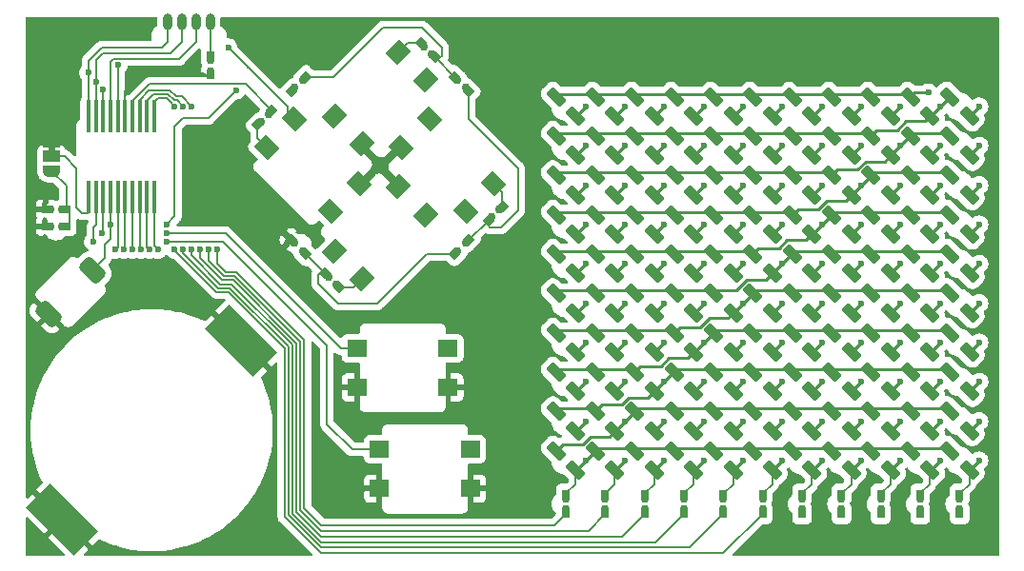
<source format=gbr>
%TF.GenerationSoftware,KiCad,Pcbnew,(6.0.9)*%
%TF.CreationDate,2023-01-07T05:09:31-05:00*%
%TF.ProjectId,businesscard,62757369-6e65-4737-9363-6172642e6b69,rev?*%
%TF.SameCoordinates,Original*%
%TF.FileFunction,Copper,L2,Bot*%
%TF.FilePolarity,Positive*%
%FSLAX46Y46*%
G04 Gerber Fmt 4.6, Leading zero omitted, Abs format (unit mm)*
G04 Created by KiCad (PCBNEW (6.0.9)) date 2023-01-07 05:09:31*
%MOMM*%
%LPD*%
G01*
G04 APERTURE LIST*
G04 Aperture macros list*
%AMRoundRect*
0 Rectangle with rounded corners*
0 $1 Rounding radius*
0 $2 $3 $4 $5 $6 $7 $8 $9 X,Y pos of 4 corners*
0 Add a 4 corners polygon primitive as box body*
4,1,4,$2,$3,$4,$5,$6,$7,$8,$9,$2,$3,0*
0 Add four circle primitives for the rounded corners*
1,1,$1+$1,$2,$3*
1,1,$1+$1,$4,$5*
1,1,$1+$1,$6,$7*
1,1,$1+$1,$8,$9*
0 Add four rect primitives between the rounded corners*
20,1,$1+$1,$2,$3,$4,$5,0*
20,1,$1+$1,$4,$5,$6,$7,0*
20,1,$1+$1,$6,$7,$8,$9,0*
20,1,$1+$1,$8,$9,$2,$3,0*%
%AMRotRect*
0 Rectangle, with rotation*
0 The origin of the aperture is its center*
0 $1 length*
0 $2 width*
0 $3 Rotation angle, in degrees counterclockwise*
0 Add horizontal line*
21,1,$1,$2,0,0,$3*%
%AMFreePoly0*
4,1,22,0.550000,-0.750000,0.000000,-0.750000,0.000000,-0.745033,-0.079941,-0.743568,-0.215256,-0.701293,-0.333266,-0.622738,-0.424486,-0.514219,-0.481581,-0.384460,-0.499164,-0.250000,-0.500000,-0.250000,-0.500000,0.250000,-0.499164,0.250000,-0.499963,0.256109,-0.478152,0.396186,-0.417904,0.524511,-0.324060,0.630769,-0.204165,0.706417,-0.067858,0.745374,0.000000,0.744959,0.000000,0.750000,
0.550000,0.750000,0.550000,-0.750000,0.550000,-0.750000,$1*%
%AMFreePoly1*
4,1,20,0.000000,0.744959,0.073905,0.744508,0.209726,0.703889,0.328688,0.626782,0.421226,0.519385,0.479903,0.390333,0.500000,0.250000,0.500000,-0.250000,0.499851,-0.262216,0.476331,-0.402017,0.414519,-0.529596,0.319384,-0.634700,0.198574,-0.708877,0.061801,-0.746166,0.000000,-0.745033,0.000000,-0.750000,-0.550000,-0.750000,-0.550000,0.750000,0.000000,0.750000,0.000000,0.744959,
0.000000,0.744959,$1*%
G04 Aperture macros list end*
%TA.AperFunction,SMDPad,CuDef*%
%ADD10RoundRect,0.100000X0.100000X-1.337500X0.100000X1.337500X-0.100000X1.337500X-0.100000X-1.337500X0*%
%TD*%
%TA.AperFunction,SMDPad,CuDef*%
%ADD11RoundRect,0.375000X0.808223X-0.277893X-0.277893X0.808223X-0.808223X0.277893X0.277893X-0.808223X0*%
%TD*%
%TA.AperFunction,SMDPad,CuDef*%
%ADD12RotRect,3.000000X6.000000X45.000000*%
%TD*%
%TA.AperFunction,ComponentPad*%
%ADD13C,0.750000*%
%TD*%
%TA.AperFunction,SMDPad,CuDef*%
%ADD14R,0.737000X0.800000*%
%TD*%
%TA.AperFunction,SMDPad,CuDef*%
%ADD15RotRect,0.800000X0.737000X315.000000*%
%TD*%
%TA.AperFunction,SMDPad,CuDef*%
%ADD16RotRect,0.800000X0.737000X45.000000*%
%TD*%
%TA.AperFunction,SMDPad,CuDef*%
%ADD17RotRect,0.800000X0.737000X135.000000*%
%TD*%
%TA.AperFunction,SMDPad,CuDef*%
%ADD18RotRect,0.800000X0.737000X225.000000*%
%TD*%
%TA.AperFunction,SMDPad,CuDef*%
%ADD19R,0.800000X0.737000*%
%TD*%
%TA.AperFunction,SMDPad,CuDef*%
%ADD20FreePoly0,270.000000*%
%TD*%
%TA.AperFunction,SMDPad,CuDef*%
%ADD21R,1.500000X1.000000*%
%TD*%
%TA.AperFunction,SMDPad,CuDef*%
%ADD22FreePoly1,270.000000*%
%TD*%
%TA.AperFunction,SMDPad,CuDef*%
%ADD23RotRect,1.700000X1.500000X225.000000*%
%TD*%
%TA.AperFunction,SMDPad,CuDef*%
%ADD24RotRect,1.700000X1.500000X315.000000*%
%TD*%
%TA.AperFunction,SMDPad,CuDef*%
%ADD25RotRect,1.700000X1.500000X45.000000*%
%TD*%
%TA.AperFunction,SMDPad,CuDef*%
%ADD26RotRect,1.700000X1.500000X135.000000*%
%TD*%
%TA.AperFunction,SMDPad,CuDef*%
%ADD27R,1.700000X1.500000*%
%TD*%
%TA.AperFunction,SMDPad,CuDef*%
%ADD28RoundRect,0.237500X-0.618718X0.282843X0.282843X-0.618718X0.618718X-0.282843X-0.282843X0.618718X0*%
%TD*%
%TA.AperFunction,SMDPad,CuDef*%
%ADD29O,0.800000X1.500000*%
%TD*%
%TA.AperFunction,ViaPad*%
%ADD30C,0.600000*%
%TD*%
%TA.AperFunction,Conductor*%
%ADD31C,0.200000*%
%TD*%
%TA.AperFunction,Conductor*%
%ADD32C,0.150000*%
%TD*%
%TA.AperFunction,Conductor*%
%ADD33C,0.250000*%
%TD*%
G04 APERTURE END LIST*
%TO.C,JP1*%
G36*
X98100000Y-61800000D02*
G01*
X97500000Y-61800000D01*
X97500000Y-61300000D01*
X98100000Y-61300000D01*
X98100000Y-61800000D01*
G37*
%TD*%
D10*
%TO.P,U1,1,BOOT0*%
%TO.N,Net-(JP1-Pad2)*%
X101075000Y-65762500D03*
%TO.P,U1,2,PF0*%
%TO.N,/BTNB*%
X101725000Y-65762500D03*
%TO.P,U1,3,PF1*%
%TO.N,/BNTA*%
X102375000Y-65762500D03*
%TO.P,U1,4,NRST*%
%TO.N,NRST*%
X103025000Y-65762500D03*
%TO.P,U1,5,VDDA*%
%TO.N,VDD*%
X103675000Y-65762500D03*
%TO.P,U1,6,PA0*%
%TO.N,Net-(R9-Pad1)*%
X104325000Y-65762500D03*
%TO.P,U1,7,PA1*%
%TO.N,Net-(R10-Pad1)*%
X104975000Y-65762500D03*
%TO.P,U1,8,PA2*%
%TO.N,Net-(R11-Pad1)*%
X105625000Y-65762500D03*
%TO.P,U1,9,PA3*%
%TO.N,Net-(R12-Pad1)*%
X106275000Y-65762500D03*
%TO.P,U1,10,PA4*%
%TO.N,Net-(R13-Pad1)*%
X106925000Y-65762500D03*
%TO.P,U1,11,PA5*%
%TO.N,Net-(R14-Pad1)*%
X106925000Y-58637500D03*
%TO.P,U1,12,PA6*%
%TO.N,Net-(R15-Pad1)*%
X106275000Y-58637500D03*
%TO.P,U1,13,PA7*%
%TO.N,Net-(R16-Pad1)*%
X105625000Y-58637500D03*
%TO.P,U1,14,PB1*%
%TO.N,/DPAD_ADC*%
X104975000Y-58637500D03*
%TO.P,U1,15,VSS*%
%TO.N,GND*%
X104325000Y-58637500D03*
%TO.P,U1,16,VDD*%
%TO.N,VDD*%
X103675000Y-58637500D03*
%TO.P,U1,17,PA9*%
%TO.N,UART_TX*%
X103025000Y-58637500D03*
%TO.P,U1,18,PA10*%
%TO.N,Net-(R17-Pad1)*%
X102375000Y-58637500D03*
%TO.P,U1,19,PA13*%
%TO.N,SWDIO*%
X101725000Y-58637500D03*
%TO.P,U1,20,PA14*%
%TO.N,SWCLK*%
X101075000Y-58637500D03*
%TD*%
D11*
%TO.P,SW1,1,1*%
%TO.N,NRST*%
X101444544Y-72305456D03*
%TO.P,SW1,2,2*%
%TO.N,GND*%
X97555456Y-76194544D03*
%TD*%
D12*
%TO.P,BT1,2,-*%
%TO.N,GND*%
X114659902Y-78590098D03*
X98750000Y-94500000D03*
%TD*%
D13*
%TO.P,R19,1*%
%TO.N,SWCLK*%
X143500000Y-93600000D03*
D14*
X143500000Y-94000000D03*
%TO.P,R19,2*%
%TO.N,Net-(D1-Pad2)*%
X143500000Y-92200000D03*
D13*
X143500000Y-92600000D03*
%TD*%
%TO.P,R18,1*%
%TO.N,SWDIO*%
X147000000Y-93600000D03*
D14*
X147000000Y-94000000D03*
%TO.P,R18,2*%
%TO.N,Net-(D10-Pad1)*%
X147000000Y-92200000D03*
D13*
X147000000Y-92600000D03*
%TD*%
%TO.P,R17,1*%
%TO.N,Net-(R17-Pad1)*%
X150500000Y-93600000D03*
D14*
X150500000Y-94000000D03*
%TO.P,R17,2*%
%TO.N,Net-(D108-Pad1)*%
X150500000Y-92200000D03*
D13*
X150500000Y-92600000D03*
%TD*%
%TO.P,R16,1*%
%TO.N,Net-(R16-Pad1)*%
X154000000Y-93600000D03*
D14*
X154000000Y-94000000D03*
%TO.P,R16,2*%
%TO.N,Net-(D107-Pad1)*%
X154000000Y-92200000D03*
D13*
X154000000Y-92600000D03*
%TD*%
%TO.P,R15,1*%
%TO.N,Net-(R15-Pad1)*%
X157500000Y-93600000D03*
D14*
X157500000Y-94000000D03*
%TO.P,R15,2*%
%TO.N,Net-(D106-Pad1)*%
X157500000Y-92200000D03*
D13*
X157500000Y-92600000D03*
%TD*%
%TO.P,R14,1*%
%TO.N,Net-(R14-Pad1)*%
X161000000Y-93600000D03*
D14*
X161000000Y-94000000D03*
%TO.P,R14,2*%
%TO.N,Net-(D105-Pad1)*%
X161000000Y-92200000D03*
D13*
X161000000Y-92600000D03*
%TD*%
%TO.P,R13,1*%
%TO.N,Net-(R13-Pad1)*%
X164500000Y-93600000D03*
D14*
X164500000Y-94000000D03*
%TO.P,R13,2*%
%TO.N,Net-(D104-Pad1)*%
X164500000Y-92200000D03*
D13*
X164500000Y-92600000D03*
%TD*%
%TO.P,R12,1*%
%TO.N,Net-(R12-Pad1)*%
X168000000Y-93600000D03*
D14*
X168000000Y-94000000D03*
%TO.P,R12,2*%
%TO.N,Net-(D103-Pad1)*%
X168000000Y-92200000D03*
D13*
X168000000Y-92600000D03*
%TD*%
%TO.P,R11,1*%
%TO.N,Net-(R11-Pad1)*%
X171500000Y-93600000D03*
D14*
X171500000Y-94000000D03*
%TO.P,R11,2*%
%TO.N,Net-(D102-Pad1)*%
X171500000Y-92200000D03*
D13*
X171500000Y-92600000D03*
%TD*%
%TO.P,R10,1*%
%TO.N,Net-(R10-Pad1)*%
X175000000Y-93600000D03*
D14*
X175000000Y-94000000D03*
%TO.P,R10,2*%
%TO.N,Net-(D100-Pad2)*%
X175000000Y-92200000D03*
D13*
X175000000Y-92600000D03*
%TD*%
%TO.P,R9,1*%
%TO.N,Net-(R9-Pad1)*%
X178500000Y-93600000D03*
D14*
X178500000Y-94000000D03*
%TO.P,R9,2*%
%TO.N,Net-(D1-Pad1)*%
X178500000Y-92200000D03*
D13*
X178500000Y-92600000D03*
%TD*%
%TO.P,R8,1*%
%TO.N,Net-(R3-Pad1)*%
X122396447Y-72896447D03*
D15*
X122113604Y-72613604D03*
%TO.P,R8,2*%
%TO.N,Net-(R8-Pad2)*%
X123386396Y-73886396D03*
D13*
X123103553Y-73603553D03*
%TD*%
%TO.P,R7,1*%
%TO.N,Net-(R2-Pad1)*%
X136896447Y-67603553D03*
D16*
X136613604Y-67886396D03*
%TO.P,R7,2*%
%TO.N,Net-(R7-Pad2)*%
X137886396Y-66613604D03*
D13*
X137603553Y-66896447D03*
%TD*%
%TO.P,R6,1*%
%TO.N,Net-(R1-Pad1)*%
X131603553Y-53103553D03*
D17*
X131886396Y-53386396D03*
%TO.P,R6,2*%
%TO.N,Net-(R6-Pad2)*%
X130613604Y-52113604D03*
D13*
X130896447Y-52396447D03*
%TD*%
%TO.P,R5,2*%
%TO.N,Net-(R5-Pad2)*%
X116396447Y-59103553D03*
D18*
X116113604Y-59386396D03*
%TO.P,R5,1*%
%TO.N,/DPAD_ADC*%
X117386396Y-58113604D03*
D13*
X117103553Y-58396447D03*
%TD*%
%TO.P,R4,2*%
%TO.N,Net-(R3-Pad1)*%
X120103553Y-70603553D03*
D15*
X120386396Y-70886396D03*
%TO.P,R4,1*%
%TO.N,GND*%
X119113604Y-69613604D03*
D13*
X119396447Y-69896447D03*
%TD*%
%TO.P,R3,1*%
%TO.N,Net-(R3-Pad1)*%
X133896447Y-70603553D03*
D16*
X133613604Y-70886396D03*
%TO.P,R3,2*%
%TO.N,Net-(R2-Pad1)*%
X134886396Y-69613604D03*
D13*
X134603553Y-69896447D03*
%TD*%
%TO.P,R2,2*%
%TO.N,Net-(R1-Pad1)*%
X133896447Y-55396447D03*
D17*
X133613604Y-55113604D03*
%TO.P,R2,1*%
%TO.N,Net-(R2-Pad1)*%
X134886396Y-56386396D03*
D13*
X134603553Y-56103553D03*
%TD*%
%TO.P,R1,1*%
%TO.N,Net-(R1-Pad1)*%
X120103553Y-55396447D03*
D18*
X120386396Y-55113604D03*
%TO.P,R1,2*%
%TO.N,/DPAD_ADC*%
X119113604Y-56386396D03*
D13*
X119396447Y-56103553D03*
%TD*%
%TO.P,C3,2*%
%TO.N,GND*%
X97700000Y-68400000D03*
D19*
X97300000Y-68400000D03*
%TO.P,C3,1*%
%TO.N,VDD*%
X99100000Y-68400000D03*
D13*
X98700000Y-68400000D03*
%TD*%
%TO.P,C2,2*%
%TO.N,GND*%
X97700000Y-66900000D03*
D19*
X97300000Y-66900000D03*
%TO.P,C2,1*%
%TO.N,VDD*%
X99100000Y-66900000D03*
D13*
X98700000Y-66900000D03*
%TD*%
%TO.P,C1,1*%
%TO.N,NRST*%
X111950000Y-53600000D03*
D14*
X111950000Y-53200000D03*
%TO.P,C1,2*%
%TO.N,GND*%
X111950000Y-55000000D03*
D13*
X111950000Y-54600000D03*
%TD*%
D20*
%TO.P,JP1,1,A*%
%TO.N,GND*%
X97800000Y-60900000D03*
D21*
%TO.P,JP1,2,C*%
%TO.N,Net-(JP1-Pad2)*%
X97800000Y-62200000D03*
D22*
%TO.P,JP1,3,B*%
%TO.N,VDD*%
X97800000Y-63500000D03*
%TD*%
D23*
%TO.P,SW7,1,1*%
%TO.N,Net-(R8-Pad2)*%
X131101219Y-67373654D03*
X125373654Y-73101219D03*
%TO.P,SW7,2,2*%
%TO.N,VDD*%
X122898781Y-70626346D03*
X128626346Y-64898781D03*
%TD*%
D24*
%TO.P,SW6,1,1*%
%TO.N,Net-(R7-Pad2)*%
X131373654Y-58898781D03*
X137101219Y-64626346D03*
%TO.P,SW6,2,2*%
%TO.N,VDD*%
X134626346Y-67101219D03*
X128898781Y-61373654D03*
%TD*%
D25*
%TO.P,SW5,1,1*%
%TO.N,Net-(R6-Pad2)*%
X122898781Y-58626346D03*
X128626346Y-52898781D03*
%TO.P,SW5,2,2*%
%TO.N,VDD*%
X131101219Y-55373654D03*
X125373654Y-61101219D03*
%TD*%
D26*
%TO.P,SW4,1,1*%
%TO.N,Net-(R5-Pad2)*%
X122626346Y-67101219D03*
X116898781Y-61373654D03*
%TO.P,SW4,2,2*%
%TO.N,VDD*%
X119373654Y-58898781D03*
X125101219Y-64626346D03*
%TD*%
D27*
%TO.P,SW3,1,1*%
%TO.N,GND*%
X133050000Y-82750000D03*
X124950000Y-82750000D03*
%TO.P,SW3,2,2*%
%TO.N,/BNTA*%
X124950000Y-79250000D03*
X133050000Y-79250000D03*
%TD*%
%TO.P,SW2,1,1*%
%TO.N,GND*%
X135050000Y-91750000D03*
X126950000Y-91750000D03*
%TO.P,SW2,2,2*%
%TO.N,/BTNB*%
X126950000Y-88250000D03*
X135050000Y-88250000D03*
%TD*%
D28*
%TO.P,D33,1,K*%
%TO.N,Net-(D102-Pad1)*%
X153133794Y-63883794D03*
%TO.P,D33,2,A*%
%TO.N,Net-(D107-Pad1)*%
X154866206Y-65616206D03*
%TD*%
%TO.P,D110,1,K*%
%TO.N,Net-(D1-Pad2)*%
X177633794Y-88383794D03*
%TO.P,D110,2,A*%
%TO.N,Net-(D1-Pad1)*%
X179366206Y-90116206D03*
%TD*%
%TO.P,D109,1,K*%
%TO.N,Net-(D10-Pad1)*%
X177633794Y-84883794D03*
%TO.P,D109,2,A*%
%TO.N,Net-(D1-Pad1)*%
X179366206Y-86616206D03*
%TD*%
%TO.P,D108,1,K*%
%TO.N,Net-(D108-Pad1)*%
X177633794Y-81383794D03*
%TO.P,D108,2,A*%
%TO.N,Net-(D1-Pad1)*%
X179366206Y-83116206D03*
%TD*%
%TO.P,D107,1,K*%
%TO.N,Net-(D107-Pad1)*%
X177633794Y-77883794D03*
%TO.P,D107,2,A*%
%TO.N,Net-(D1-Pad1)*%
X179366206Y-79616206D03*
%TD*%
%TO.P,D106,1,K*%
%TO.N,Net-(D106-Pad1)*%
X177633794Y-74383794D03*
%TO.P,D106,2,A*%
%TO.N,Net-(D1-Pad1)*%
X179366206Y-76116206D03*
%TD*%
%TO.P,D105,1,K*%
%TO.N,Net-(D105-Pad1)*%
X177633794Y-70883794D03*
%TO.P,D105,2,A*%
%TO.N,Net-(D1-Pad1)*%
X179366206Y-72616206D03*
%TD*%
%TO.P,D104,1,K*%
%TO.N,Net-(D104-Pad1)*%
X177633794Y-67383794D03*
%TO.P,D104,2,A*%
%TO.N,Net-(D1-Pad1)*%
X179366206Y-69116206D03*
%TD*%
%TO.P,D103,1,K*%
%TO.N,Net-(D103-Pad1)*%
X177633794Y-63883794D03*
%TO.P,D103,2,A*%
%TO.N,Net-(D1-Pad1)*%
X179366206Y-65616206D03*
%TD*%
%TO.P,D102,1,K*%
%TO.N,Net-(D102-Pad1)*%
X177633794Y-60383794D03*
%TO.P,D102,2,A*%
%TO.N,Net-(D1-Pad1)*%
X179366206Y-62116206D03*
%TD*%
%TO.P,D101,1,K*%
%TO.N,Net-(D100-Pad2)*%
X177633794Y-56883794D03*
%TO.P,D101,2,A*%
%TO.N,Net-(D1-Pad1)*%
X179366206Y-58616206D03*
%TD*%
%TO.P,D100,1,K*%
%TO.N,Net-(D1-Pad2)*%
X174133794Y-88383794D03*
%TO.P,D100,2,A*%
%TO.N,Net-(D100-Pad2)*%
X175866206Y-90116206D03*
%TD*%
%TO.P,D99,1,K*%
%TO.N,Net-(D10-Pad1)*%
X174133794Y-84883794D03*
%TO.P,D99,2,A*%
%TO.N,Net-(D100-Pad2)*%
X175866206Y-86616206D03*
%TD*%
%TO.P,D98,1,K*%
%TO.N,Net-(D108-Pad1)*%
X174133794Y-81383794D03*
%TO.P,D98,2,A*%
%TO.N,Net-(D100-Pad2)*%
X175866206Y-83116206D03*
%TD*%
%TO.P,D97,1,K*%
%TO.N,Net-(D107-Pad1)*%
X174133794Y-77883794D03*
%TO.P,D97,2,A*%
%TO.N,Net-(D100-Pad2)*%
X175866206Y-79616206D03*
%TD*%
%TO.P,D96,1,K*%
%TO.N,Net-(D106-Pad1)*%
X174133794Y-74383794D03*
%TO.P,D96,2,A*%
%TO.N,Net-(D100-Pad2)*%
X175866206Y-76116206D03*
%TD*%
%TO.P,D95,1,K*%
%TO.N,Net-(D105-Pad1)*%
X174133794Y-70883794D03*
%TO.P,D95,2,A*%
%TO.N,Net-(D100-Pad2)*%
X175866206Y-72616206D03*
%TD*%
%TO.P,D94,1,K*%
%TO.N,Net-(D104-Pad1)*%
X174133794Y-67383794D03*
%TO.P,D94,2,A*%
%TO.N,Net-(D100-Pad2)*%
X175866206Y-69116206D03*
%TD*%
%TO.P,D93,1,K*%
%TO.N,Net-(D103-Pad1)*%
X174133794Y-63883794D03*
%TO.P,D93,2,A*%
%TO.N,Net-(D100-Pad2)*%
X175866206Y-65616206D03*
%TD*%
%TO.P,D92,1,K*%
%TO.N,Net-(D102-Pad1)*%
X174133794Y-60383794D03*
%TO.P,D92,2,A*%
%TO.N,Net-(D100-Pad2)*%
X175866206Y-62116206D03*
%TD*%
%TO.P,D91,1,K*%
%TO.N,Net-(D1-Pad1)*%
X174133794Y-56883794D03*
%TO.P,D91,2,A*%
%TO.N,Net-(D100-Pad2)*%
X175866206Y-58616206D03*
%TD*%
%TO.P,D90,1,K*%
%TO.N,Net-(D1-Pad2)*%
X170633794Y-88383794D03*
%TO.P,D90,2,A*%
%TO.N,Net-(D102-Pad1)*%
X172366206Y-90116206D03*
%TD*%
%TO.P,D89,1,K*%
%TO.N,Net-(D10-Pad1)*%
X170633794Y-84883794D03*
%TO.P,D89,2,A*%
%TO.N,Net-(D102-Pad1)*%
X172366206Y-86616206D03*
%TD*%
%TO.P,D88,1,K*%
%TO.N,Net-(D108-Pad1)*%
X170633794Y-81383794D03*
%TO.P,D88,2,A*%
%TO.N,Net-(D102-Pad1)*%
X172366206Y-83116206D03*
%TD*%
%TO.P,D87,1,K*%
%TO.N,Net-(D107-Pad1)*%
X170633794Y-77883794D03*
%TO.P,D87,2,A*%
%TO.N,Net-(D102-Pad1)*%
X172366206Y-79616206D03*
%TD*%
%TO.P,D86,1,K*%
%TO.N,Net-(D106-Pad1)*%
X170633794Y-74383794D03*
%TO.P,D86,2,A*%
%TO.N,Net-(D102-Pad1)*%
X172366206Y-76116206D03*
%TD*%
%TO.P,D85,1,K*%
%TO.N,Net-(D105-Pad1)*%
X170633794Y-70883794D03*
%TO.P,D85,2,A*%
%TO.N,Net-(D102-Pad1)*%
X172366206Y-72616206D03*
%TD*%
%TO.P,D84,1,K*%
%TO.N,Net-(D104-Pad1)*%
X170633794Y-67383794D03*
%TO.P,D84,2,A*%
%TO.N,Net-(D102-Pad1)*%
X172366206Y-69116206D03*
%TD*%
%TO.P,D83,1,K*%
%TO.N,Net-(D103-Pad1)*%
X170633794Y-63883794D03*
%TO.P,D83,2,A*%
%TO.N,Net-(D102-Pad1)*%
X172366206Y-65616206D03*
%TD*%
%TO.P,D82,1,K*%
%TO.N,Net-(D100-Pad2)*%
X170633794Y-60383794D03*
%TO.P,D82,2,A*%
%TO.N,Net-(D102-Pad1)*%
X172366206Y-62116206D03*
%TD*%
%TO.P,D81,1,K*%
%TO.N,Net-(D1-Pad1)*%
X170633794Y-56883794D03*
%TO.P,D81,2,A*%
%TO.N,Net-(D102-Pad1)*%
X172366206Y-58616206D03*
%TD*%
%TO.P,D80,1,K*%
%TO.N,Net-(D1-Pad2)*%
X167133794Y-88383794D03*
%TO.P,D80,2,A*%
%TO.N,Net-(D103-Pad1)*%
X168866206Y-90116206D03*
%TD*%
%TO.P,D79,1,K*%
%TO.N,Net-(D10-Pad1)*%
X167133794Y-84883794D03*
%TO.P,D79,2,A*%
%TO.N,Net-(D103-Pad1)*%
X168866206Y-86616206D03*
%TD*%
%TO.P,D78,1,K*%
%TO.N,Net-(D108-Pad1)*%
X167133794Y-81383794D03*
%TO.P,D78,2,A*%
%TO.N,Net-(D103-Pad1)*%
X168866206Y-83116206D03*
%TD*%
%TO.P,D77,1,K*%
%TO.N,Net-(D107-Pad1)*%
X167133794Y-77883794D03*
%TO.P,D77,2,A*%
%TO.N,Net-(D103-Pad1)*%
X168866206Y-79616206D03*
%TD*%
%TO.P,D76,1,K*%
%TO.N,Net-(D106-Pad1)*%
X167133794Y-74383794D03*
%TO.P,D76,2,A*%
%TO.N,Net-(D103-Pad1)*%
X168866206Y-76116206D03*
%TD*%
%TO.P,D75,1,K*%
%TO.N,Net-(D105-Pad1)*%
X167133794Y-70883794D03*
%TO.P,D75,2,A*%
%TO.N,Net-(D103-Pad1)*%
X168866206Y-72616206D03*
%TD*%
%TO.P,D74,1,K*%
%TO.N,Net-(D104-Pad1)*%
X167133794Y-67383794D03*
%TO.P,D74,2,A*%
%TO.N,Net-(D103-Pad1)*%
X168866206Y-69116206D03*
%TD*%
%TO.P,D73,1,K*%
%TO.N,Net-(D102-Pad1)*%
X167133794Y-63883794D03*
%TO.P,D73,2,A*%
%TO.N,Net-(D103-Pad1)*%
X168866206Y-65616206D03*
%TD*%
%TO.P,D72,1,K*%
%TO.N,Net-(D100-Pad2)*%
X167133794Y-60383794D03*
%TO.P,D72,2,A*%
%TO.N,Net-(D103-Pad1)*%
X168866206Y-62116206D03*
%TD*%
%TO.P,D71,1,K*%
%TO.N,Net-(D1-Pad1)*%
X167133794Y-56883794D03*
%TO.P,D71,2,A*%
%TO.N,Net-(D103-Pad1)*%
X168866206Y-58616206D03*
%TD*%
%TO.P,D70,1,K*%
%TO.N,Net-(D1-Pad2)*%
X163633794Y-88383794D03*
%TO.P,D70,2,A*%
%TO.N,Net-(D104-Pad1)*%
X165366206Y-90116206D03*
%TD*%
%TO.P,D69,1,K*%
%TO.N,Net-(D10-Pad1)*%
X163633794Y-84883794D03*
%TO.P,D69,2,A*%
%TO.N,Net-(D104-Pad1)*%
X165366206Y-86616206D03*
%TD*%
%TO.P,D68,1,K*%
%TO.N,Net-(D108-Pad1)*%
X163633794Y-81383794D03*
%TO.P,D68,2,A*%
%TO.N,Net-(D104-Pad1)*%
X165366206Y-83116206D03*
%TD*%
%TO.P,D67,1,K*%
%TO.N,Net-(D107-Pad1)*%
X163633794Y-77883794D03*
%TO.P,D67,2,A*%
%TO.N,Net-(D104-Pad1)*%
X165366206Y-79616206D03*
%TD*%
%TO.P,D66,1,K*%
%TO.N,Net-(D106-Pad1)*%
X163633794Y-74383794D03*
%TO.P,D66,2,A*%
%TO.N,Net-(D104-Pad1)*%
X165366206Y-76116206D03*
%TD*%
%TO.P,D65,1,K*%
%TO.N,Net-(D105-Pad1)*%
X163633794Y-70883794D03*
%TO.P,D65,2,A*%
%TO.N,Net-(D104-Pad1)*%
X165366206Y-72616206D03*
%TD*%
%TO.P,D64,1,K*%
%TO.N,Net-(D103-Pad1)*%
X163633794Y-67383794D03*
%TO.P,D64,2,A*%
%TO.N,Net-(D104-Pad1)*%
X165366206Y-69116206D03*
%TD*%
%TO.P,D63,1,K*%
%TO.N,Net-(D102-Pad1)*%
X163633794Y-63883794D03*
%TO.P,D63,2,A*%
%TO.N,Net-(D104-Pad1)*%
X165366206Y-65616206D03*
%TD*%
%TO.P,D62,1,K*%
%TO.N,Net-(D100-Pad2)*%
X163633794Y-60383794D03*
%TO.P,D62,2,A*%
%TO.N,Net-(D104-Pad1)*%
X165366206Y-62116206D03*
%TD*%
%TO.P,D61,1,K*%
%TO.N,Net-(D1-Pad1)*%
X163633794Y-56883794D03*
%TO.P,D61,2,A*%
%TO.N,Net-(D104-Pad1)*%
X165366206Y-58616206D03*
%TD*%
%TO.P,D60,1,K*%
%TO.N,Net-(D1-Pad2)*%
X160133794Y-88383794D03*
%TO.P,D60,2,A*%
%TO.N,Net-(D105-Pad1)*%
X161866206Y-90116206D03*
%TD*%
%TO.P,D59,1,K*%
%TO.N,Net-(D10-Pad1)*%
X160133794Y-84883794D03*
%TO.P,D59,2,A*%
%TO.N,Net-(D105-Pad1)*%
X161866206Y-86616206D03*
%TD*%
%TO.P,D58,1,K*%
%TO.N,Net-(D108-Pad1)*%
X160133794Y-81383794D03*
%TO.P,D58,2,A*%
%TO.N,Net-(D105-Pad1)*%
X161866206Y-83116206D03*
%TD*%
%TO.P,D57,1,K*%
%TO.N,Net-(D107-Pad1)*%
X160133794Y-77883794D03*
%TO.P,D57,2,A*%
%TO.N,Net-(D105-Pad1)*%
X161866206Y-79616206D03*
%TD*%
%TO.P,D56,1,K*%
%TO.N,Net-(D106-Pad1)*%
X160133794Y-74383794D03*
%TO.P,D56,2,A*%
%TO.N,Net-(D105-Pad1)*%
X161866206Y-76116206D03*
%TD*%
%TO.P,D55,1,K*%
%TO.N,Net-(D104-Pad1)*%
X160133794Y-70883794D03*
%TO.P,D55,2,A*%
%TO.N,Net-(D105-Pad1)*%
X161866206Y-72616206D03*
%TD*%
%TO.P,D54,1,K*%
%TO.N,Net-(D103-Pad1)*%
X160133794Y-67383794D03*
%TO.P,D54,2,A*%
%TO.N,Net-(D105-Pad1)*%
X161866206Y-69116206D03*
%TD*%
%TO.P,D53,1,K*%
%TO.N,Net-(D102-Pad1)*%
X160133794Y-63883794D03*
%TO.P,D53,2,A*%
%TO.N,Net-(D105-Pad1)*%
X161866206Y-65616206D03*
%TD*%
%TO.P,D52,1,K*%
%TO.N,Net-(D100-Pad2)*%
X160133794Y-60383794D03*
%TO.P,D52,2,A*%
%TO.N,Net-(D105-Pad1)*%
X161866206Y-62116206D03*
%TD*%
%TO.P,D51,1,K*%
%TO.N,Net-(D1-Pad1)*%
X160133794Y-56883794D03*
%TO.P,D51,2,A*%
%TO.N,Net-(D105-Pad1)*%
X161866206Y-58616206D03*
%TD*%
%TO.P,D50,1,K*%
%TO.N,Net-(D1-Pad2)*%
X156633794Y-88383794D03*
%TO.P,D50,2,A*%
%TO.N,Net-(D106-Pad1)*%
X158366206Y-90116206D03*
%TD*%
%TO.P,D49,1,K*%
%TO.N,Net-(D10-Pad1)*%
X156633794Y-84883794D03*
%TO.P,D49,2,A*%
%TO.N,Net-(D106-Pad1)*%
X158366206Y-86616206D03*
%TD*%
%TO.P,D48,1,K*%
%TO.N,Net-(D108-Pad1)*%
X156633794Y-81383794D03*
%TO.P,D48,2,A*%
%TO.N,Net-(D106-Pad1)*%
X158366206Y-83116206D03*
%TD*%
%TO.P,D47,1,K*%
%TO.N,Net-(D107-Pad1)*%
X156633794Y-77883794D03*
%TO.P,D47,2,A*%
%TO.N,Net-(D106-Pad1)*%
X158366206Y-79616206D03*
%TD*%
%TO.P,D46,1,K*%
%TO.N,Net-(D105-Pad1)*%
X156633794Y-74383794D03*
%TO.P,D46,2,A*%
%TO.N,Net-(D106-Pad1)*%
X158366206Y-76116206D03*
%TD*%
%TO.P,D45,1,K*%
%TO.N,Net-(D104-Pad1)*%
X156633794Y-70883794D03*
%TO.P,D45,2,A*%
%TO.N,Net-(D106-Pad1)*%
X158366206Y-72616206D03*
%TD*%
%TO.P,D44,1,K*%
%TO.N,Net-(D103-Pad1)*%
X156633794Y-67383794D03*
%TO.P,D44,2,A*%
%TO.N,Net-(D106-Pad1)*%
X158366206Y-69116206D03*
%TD*%
%TO.P,D43,1,K*%
%TO.N,Net-(D102-Pad1)*%
X156633794Y-63883794D03*
%TO.P,D43,2,A*%
%TO.N,Net-(D106-Pad1)*%
X158366206Y-65616206D03*
%TD*%
%TO.P,D42,1,K*%
%TO.N,Net-(D100-Pad2)*%
X156633794Y-60383794D03*
%TO.P,D42,2,A*%
%TO.N,Net-(D106-Pad1)*%
X158366206Y-62116206D03*
%TD*%
%TO.P,D41,1,K*%
%TO.N,Net-(D1-Pad1)*%
X156633794Y-56883794D03*
%TO.P,D41,2,A*%
%TO.N,Net-(D106-Pad1)*%
X158366206Y-58616206D03*
%TD*%
%TO.P,D40,1,K*%
%TO.N,Net-(D1-Pad2)*%
X153133794Y-88383794D03*
%TO.P,D40,2,A*%
%TO.N,Net-(D107-Pad1)*%
X154866206Y-90116206D03*
%TD*%
%TO.P,D39,1,K*%
%TO.N,Net-(D10-Pad1)*%
X153133794Y-84883794D03*
%TO.P,D39,2,A*%
%TO.N,Net-(D107-Pad1)*%
X154866206Y-86616206D03*
%TD*%
%TO.P,D38,1,K*%
%TO.N,Net-(D108-Pad1)*%
X153133794Y-81383794D03*
%TO.P,D38,2,A*%
%TO.N,Net-(D107-Pad1)*%
X154866206Y-83116206D03*
%TD*%
%TO.P,D37,1,K*%
%TO.N,Net-(D106-Pad1)*%
X153133794Y-77883794D03*
%TO.P,D37,2,A*%
%TO.N,Net-(D107-Pad1)*%
X154866206Y-79616206D03*
%TD*%
%TO.P,D36,1,K*%
%TO.N,Net-(D105-Pad1)*%
X153133794Y-74383794D03*
%TO.P,D36,2,A*%
%TO.N,Net-(D107-Pad1)*%
X154866206Y-76116206D03*
%TD*%
%TO.P,D35,1,K*%
%TO.N,Net-(D104-Pad1)*%
X153133794Y-70883794D03*
%TO.P,D35,2,A*%
%TO.N,Net-(D107-Pad1)*%
X154866206Y-72616206D03*
%TD*%
%TO.P,D34,1,K*%
%TO.N,Net-(D103-Pad1)*%
X153133794Y-67383794D03*
%TO.P,D34,2,A*%
%TO.N,Net-(D107-Pad1)*%
X154866206Y-69116206D03*
%TD*%
%TO.P,D32,1,K*%
%TO.N,Net-(D100-Pad2)*%
X153133794Y-60383794D03*
%TO.P,D32,2,A*%
%TO.N,Net-(D107-Pad1)*%
X154866206Y-62116206D03*
%TD*%
%TO.P,D31,1,K*%
%TO.N,Net-(D1-Pad1)*%
X153133794Y-56883794D03*
%TO.P,D31,2,A*%
%TO.N,Net-(D107-Pad1)*%
X154866206Y-58616206D03*
%TD*%
%TO.P,D30,1,K*%
%TO.N,Net-(D1-Pad2)*%
X149633794Y-88383794D03*
%TO.P,D30,2,A*%
%TO.N,Net-(D108-Pad1)*%
X151366206Y-90116206D03*
%TD*%
%TO.P,D29,1,K*%
%TO.N,Net-(D10-Pad1)*%
X149633794Y-84883794D03*
%TO.P,D29,2,A*%
%TO.N,Net-(D108-Pad1)*%
X151366206Y-86616206D03*
%TD*%
%TO.P,D28,1,K*%
%TO.N,Net-(D107-Pad1)*%
X149633794Y-81383794D03*
%TO.P,D28,2,A*%
%TO.N,Net-(D108-Pad1)*%
X151366206Y-83116206D03*
%TD*%
%TO.P,D27,1,K*%
%TO.N,Net-(D106-Pad1)*%
X149633794Y-77883794D03*
%TO.P,D27,2,A*%
%TO.N,Net-(D108-Pad1)*%
X151366206Y-79616206D03*
%TD*%
%TO.P,D26,1,K*%
%TO.N,Net-(D105-Pad1)*%
X149633794Y-74383794D03*
%TO.P,D26,2,A*%
%TO.N,Net-(D108-Pad1)*%
X151366206Y-76116206D03*
%TD*%
%TO.P,D25,1,K*%
%TO.N,Net-(D104-Pad1)*%
X149633794Y-70883794D03*
%TO.P,D25,2,A*%
%TO.N,Net-(D108-Pad1)*%
X151366206Y-72616206D03*
%TD*%
%TO.P,D24,1,K*%
%TO.N,Net-(D103-Pad1)*%
X149633794Y-67383794D03*
%TO.P,D24,2,A*%
%TO.N,Net-(D108-Pad1)*%
X151366206Y-69116206D03*
%TD*%
%TO.P,D23,1,K*%
%TO.N,Net-(D102-Pad1)*%
X149633794Y-63883794D03*
%TO.P,D23,2,A*%
%TO.N,Net-(D108-Pad1)*%
X151366206Y-65616206D03*
%TD*%
%TO.P,D22,1,K*%
%TO.N,Net-(D100-Pad2)*%
X149633794Y-60383794D03*
%TO.P,D22,2,A*%
%TO.N,Net-(D108-Pad1)*%
X151366206Y-62116206D03*
%TD*%
%TO.P,D21,1,K*%
%TO.N,Net-(D1-Pad1)*%
X149633794Y-56883794D03*
%TO.P,D21,2,A*%
%TO.N,Net-(D108-Pad1)*%
X151366206Y-58616206D03*
%TD*%
%TO.P,D20,1,K*%
%TO.N,Net-(D1-Pad2)*%
X146133794Y-88383794D03*
%TO.P,D20,2,A*%
%TO.N,Net-(D10-Pad1)*%
X147866206Y-90116206D03*
%TD*%
%TO.P,D19,1,K*%
%TO.N,Net-(D108-Pad1)*%
X146133794Y-84883794D03*
%TO.P,D19,2,A*%
%TO.N,Net-(D10-Pad1)*%
X147866206Y-86616206D03*
%TD*%
%TO.P,D18,1,K*%
%TO.N,Net-(D107-Pad1)*%
X146133794Y-81383794D03*
%TO.P,D18,2,A*%
%TO.N,Net-(D10-Pad1)*%
X147866206Y-83116206D03*
%TD*%
%TO.P,D17,1,K*%
%TO.N,Net-(D106-Pad1)*%
X146133794Y-77883794D03*
%TO.P,D17,2,A*%
%TO.N,Net-(D10-Pad1)*%
X147866206Y-79616206D03*
%TD*%
%TO.P,D16,1,K*%
%TO.N,Net-(D105-Pad1)*%
X146133794Y-74383794D03*
%TO.P,D16,2,A*%
%TO.N,Net-(D10-Pad1)*%
X147866206Y-76116206D03*
%TD*%
%TO.P,D15,1,K*%
%TO.N,Net-(D104-Pad1)*%
X146133794Y-70883794D03*
%TO.P,D15,2,A*%
%TO.N,Net-(D10-Pad1)*%
X147866206Y-72616206D03*
%TD*%
%TO.P,D14,1,K*%
%TO.N,Net-(D103-Pad1)*%
X146133794Y-67383794D03*
%TO.P,D14,2,A*%
%TO.N,Net-(D10-Pad1)*%
X147866206Y-69116206D03*
%TD*%
%TO.P,D13,1,K*%
%TO.N,Net-(D102-Pad1)*%
X146133794Y-63883794D03*
%TO.P,D13,2,A*%
%TO.N,Net-(D10-Pad1)*%
X147866206Y-65616206D03*
%TD*%
%TO.P,D12,1,K*%
%TO.N,Net-(D100-Pad2)*%
X146133794Y-60383794D03*
%TO.P,D12,2,A*%
%TO.N,Net-(D10-Pad1)*%
X147866206Y-62116206D03*
%TD*%
%TO.P,D11,1,K*%
%TO.N,Net-(D1-Pad1)*%
X146133794Y-56883794D03*
%TO.P,D11,2,A*%
%TO.N,Net-(D10-Pad1)*%
X147866206Y-58616206D03*
%TD*%
%TO.P,D10,1,K*%
%TO.N,Net-(D10-Pad1)*%
X142633794Y-88383794D03*
%TO.P,D10,2,A*%
%TO.N,Net-(D1-Pad2)*%
X144366206Y-90116206D03*
%TD*%
%TO.P,D9,1,K*%
%TO.N,Net-(D108-Pad1)*%
X142633794Y-84883794D03*
%TO.P,D9,2,A*%
%TO.N,Net-(D1-Pad2)*%
X144366206Y-86616206D03*
%TD*%
%TO.P,D8,1,K*%
%TO.N,Net-(D107-Pad1)*%
X142633794Y-81383794D03*
%TO.P,D8,2,A*%
%TO.N,Net-(D1-Pad2)*%
X144366206Y-83116206D03*
%TD*%
%TO.P,D7,1,K*%
%TO.N,Net-(D106-Pad1)*%
X142633794Y-77883794D03*
%TO.P,D7,2,A*%
%TO.N,Net-(D1-Pad2)*%
X144366206Y-79616206D03*
%TD*%
%TO.P,D6,1,K*%
%TO.N,Net-(D105-Pad1)*%
X142633794Y-74383794D03*
%TO.P,D6,2,A*%
%TO.N,Net-(D1-Pad2)*%
X144366206Y-76116206D03*
%TD*%
%TO.P,D5,1,K*%
%TO.N,Net-(D104-Pad1)*%
X142633794Y-70883794D03*
%TO.P,D5,2,A*%
%TO.N,Net-(D1-Pad2)*%
X144366206Y-72616206D03*
%TD*%
%TO.P,D4,1,K*%
%TO.N,Net-(D103-Pad1)*%
X142633794Y-67383794D03*
%TO.P,D4,2,A*%
%TO.N,Net-(D1-Pad2)*%
X144366206Y-69116206D03*
%TD*%
%TO.P,D3,1,K*%
%TO.N,Net-(D102-Pad1)*%
X142633794Y-63883794D03*
%TO.P,D3,2,A*%
%TO.N,Net-(D1-Pad2)*%
X144366206Y-65616206D03*
%TD*%
%TO.P,D2,1,K*%
%TO.N,Net-(D100-Pad2)*%
X142633794Y-60383794D03*
%TO.P,D2,2,A*%
%TO.N,Net-(D1-Pad2)*%
X144366206Y-62116206D03*
%TD*%
%TO.P,D1,1,K*%
%TO.N,Net-(D1-Pad1)*%
X142633794Y-56883794D03*
%TO.P,D1,2,A*%
%TO.N,Net-(D1-Pad2)*%
X144366206Y-58616206D03*
%TD*%
D29*
%TO.P,J1,8,Pin_8*%
%TO.N,SWCLK*%
X108095000Y-50250000D03*
%TO.P,J1,7,Pin_7*%
%TO.N,SWDIO*%
X109365000Y-50250000D03*
%TO.P,J1,6,Pin_6*%
%TO.N,UART_TX*%
X110635000Y-50250000D03*
%TO.P,J1,5,Pin_5*%
%TO.N,NRST*%
X111905000Y-50250000D03*
%TD*%
D30*
%TO.N,GND*%
X100250000Y-53750000D03*
X105000000Y-54500000D03*
%TO.N,NRST*%
X114200000Y-56299500D03*
X108000000Y-68250000D03*
%TO.N,/BNTA*%
X108000000Y-69000000D03*
%TO.N,/BTNB*%
X108000000Y-69750000D03*
X101500000Y-69750000D03*
%TO.N,/BNTA*%
X102250000Y-69000000D03*
%TO.N,NRST*%
X103000000Y-68250000D03*
%TO.N,VDD*%
X103500497Y-70500000D03*
%TO.N,GND*%
X113500000Y-50300000D03*
%TO.N,VDD*%
X113500000Y-52500000D03*
%TO.N,SWCLK*%
X112500000Y-70500000D03*
X101075000Y-54750000D03*
%TO.N,SWDIO*%
X111750000Y-70500000D03*
X101725000Y-55525000D03*
%TO.N,Net-(R17-Pad1)*%
X111000000Y-70500000D03*
X102375000Y-56250000D03*
%TO.N,Net-(R16-Pad1)*%
X110250000Y-70500000D03*
%TO.N,Net-(R15-Pad1)*%
X109500000Y-70500000D03*
%TO.N,Net-(R14-Pad1)*%
X108750000Y-70500000D03*
%TO.N,Net-(R16-Pad1)*%
X110250000Y-57750000D03*
%TO.N,Net-(R15-Pad1)*%
X109500000Y-57750000D03*
%TO.N,Net-(R14-Pad1)*%
X108750000Y-57750000D03*
%TO.N,VDD*%
X103750000Y-54049500D03*
%TO.N,Net-(R13-Pad1)*%
X107250000Y-70500000D03*
%TO.N,Net-(R12-Pad1)*%
X106500000Y-70500000D03*
%TO.N,Net-(R11-Pad1)*%
X105750000Y-70500000D03*
%TO.N,Net-(R10-Pad1)*%
X105000000Y-70500000D03*
%TO.N,Net-(R9-Pad1)*%
X104250000Y-70500000D03*
%TO.N,Net-(D1-Pad1)*%
X175750000Y-56500000D03*
%TO.N,Net-(D102-Pad1)*%
X173250000Y-85750000D03*
X173250000Y-89250000D03*
%TO.N,Net-(D103-Pad1)*%
X169750000Y-85750000D03*
X169750000Y-89250000D03*
%TO.N,Net-(D104-Pad1)*%
X166250000Y-89250000D03*
X166250000Y-85750000D03*
%TO.N,Net-(D105-Pad1)*%
X162750000Y-89250000D03*
X162750000Y-85750000D03*
%TO.N,Net-(D102-Pad1)*%
X173250000Y-82250000D03*
%TO.N,Net-(D103-Pad1)*%
X169750000Y-82250000D03*
%TO.N,Net-(D104-Pad1)*%
X166250000Y-82250000D03*
%TO.N,Net-(D105-Pad1)*%
X162750000Y-82250000D03*
%TO.N,Net-(D102-Pad1)*%
X173250000Y-78750000D03*
%TO.N,Net-(D103-Pad1)*%
X169750000Y-78750000D03*
%TO.N,Net-(D104-Pad1)*%
X166250000Y-78750000D03*
%TO.N,Net-(D105-Pad1)*%
X162750000Y-78750000D03*
%TO.N,Net-(D102-Pad1)*%
X173250000Y-75250000D03*
%TO.N,Net-(D103-Pad1)*%
X169750000Y-75250000D03*
%TO.N,Net-(D104-Pad1)*%
X166250000Y-75250000D03*
%TO.N,Net-(D105-Pad1)*%
X162750000Y-75250000D03*
%TO.N,Net-(D102-Pad1)*%
X173250000Y-71750000D03*
%TO.N,Net-(D103-Pad1)*%
X169750000Y-71750000D03*
%TO.N,Net-(D104-Pad1)*%
X166250000Y-71750000D03*
%TO.N,Net-(D105-Pad1)*%
X162750000Y-71750000D03*
%TO.N,Net-(D100-Pad2)*%
X176750000Y-61250000D03*
X176750000Y-64750000D03*
X176750000Y-68250000D03*
X176750000Y-71750000D03*
X176750000Y-75250000D03*
X176750000Y-78750000D03*
X176750000Y-82250000D03*
X176750000Y-85750000D03*
X176750000Y-89250000D03*
%TO.N,Net-(D1-Pad1)*%
X180250000Y-89250000D03*
X180250000Y-85750000D03*
X180250000Y-82250000D03*
X180250000Y-78750000D03*
X180250000Y-75250000D03*
X180250000Y-71750000D03*
X180250000Y-68250000D03*
X180250000Y-64750000D03*
X180250000Y-61250000D03*
X180250000Y-57750000D03*
%TO.N,Net-(D100-Pad2)*%
X176750000Y-57750000D03*
%TO.N,Net-(D102-Pad1)*%
X173250000Y-57750000D03*
X173250000Y-61250000D03*
X173250000Y-64750000D03*
X173250000Y-68250000D03*
%TO.N,Net-(D103-Pad1)*%
X169750000Y-68250000D03*
X169750000Y-64750000D03*
X169750000Y-61250000D03*
X169750000Y-57750000D03*
%TO.N,Net-(D104-Pad1)*%
X166250000Y-57750000D03*
X166250000Y-61250000D03*
X166250000Y-64750000D03*
X166250000Y-68250000D03*
%TO.N,Net-(D105-Pad1)*%
X162750000Y-68250000D03*
X162750000Y-64750000D03*
X162750000Y-61250000D03*
X162750000Y-57750000D03*
%TO.N,Net-(D106-Pad1)*%
X159250000Y-57750000D03*
%TO.N,Net-(D107-Pad1)*%
X155750000Y-57750000D03*
%TO.N,Net-(D108-Pad1)*%
X152250000Y-57750000D03*
X152250000Y-61250000D03*
%TO.N,Net-(D107-Pad1)*%
X155750000Y-61250000D03*
%TO.N,Net-(D106-Pad1)*%
X159250000Y-61250000D03*
X159250000Y-64750000D03*
%TO.N,Net-(D107-Pad1)*%
X155750000Y-64750000D03*
%TO.N,Net-(D108-Pad1)*%
X152250000Y-64750000D03*
X152250000Y-68250000D03*
%TO.N,Net-(D107-Pad1)*%
X155750000Y-68250000D03*
%TO.N,Net-(D106-Pad1)*%
X159250000Y-68250000D03*
X159250000Y-71750000D03*
%TO.N,Net-(D107-Pad1)*%
X155750000Y-71750000D03*
%TO.N,Net-(D108-Pad1)*%
X152250000Y-71750000D03*
%TO.N,Net-(D106-Pad1)*%
X159250000Y-75250000D03*
%TO.N,Net-(D107-Pad1)*%
X155750000Y-75250000D03*
%TO.N,Net-(D108-Pad1)*%
X152250000Y-75250000D03*
X152250000Y-78750000D03*
%TO.N,Net-(D107-Pad1)*%
X155750000Y-78750000D03*
%TO.N,Net-(D106-Pad1)*%
X159250000Y-78750000D03*
X159250000Y-82250000D03*
%TO.N,Net-(D108-Pad1)*%
X152250000Y-82250000D03*
%TO.N,Net-(D107-Pad1)*%
X155750000Y-82250000D03*
%TO.N,Net-(D106-Pad1)*%
X159250000Y-85750000D03*
X159250000Y-89250000D03*
%TO.N,Net-(D107-Pad1)*%
X155750000Y-85750000D03*
%TO.N,Net-(D108-Pad1)*%
X152250000Y-85750000D03*
%TO.N,Net-(D107-Pad1)*%
X155750000Y-89250000D03*
%TO.N,Net-(D108-Pad1)*%
X152250000Y-89250000D03*
%TO.N,Net-(D10-Pad1)*%
X148750000Y-89250000D03*
X148750000Y-85750000D03*
X148750000Y-82250000D03*
X148750000Y-78750000D03*
X148750000Y-75250000D03*
X148750000Y-71750000D03*
X148750000Y-68250000D03*
X148750000Y-64750000D03*
X148750000Y-61250000D03*
X148750000Y-57750000D03*
%TO.N,Net-(D1-Pad2)*%
X145250000Y-57750000D03*
X145250000Y-61250000D03*
X145250000Y-64750000D03*
X145250000Y-68250000D03*
X145250000Y-71750000D03*
X145250000Y-75250000D03*
X145250000Y-78750000D03*
X145250000Y-82250000D03*
X145250000Y-85750000D03*
X145250000Y-89250000D03*
%TD*%
D31*
%TO.N,VDD*%
X103675000Y-54124500D02*
X103675000Y-58637500D01*
X103750000Y-54049500D02*
X103675000Y-54124500D01*
%TO.N,UART_TX*%
X109135000Y-53500000D02*
X110635000Y-52000000D01*
X103250000Y-53500000D02*
X109135000Y-53500000D01*
X103000000Y-57330025D02*
X103000000Y-53750000D01*
X103000000Y-53750000D02*
X103250000Y-53500000D01*
X103025000Y-57355025D02*
X103000000Y-57330025D01*
X103025000Y-58637500D02*
X103025000Y-57355025D01*
%TO.N,SWDIO*%
X108365000Y-53000000D02*
X109365000Y-52000000D01*
X102375000Y-53000000D02*
X108365000Y-53000000D01*
X101725000Y-53650000D02*
X102375000Y-53000000D01*
X101725000Y-55525000D02*
X101725000Y-53650000D01*
%TO.N,SWCLK*%
X107595000Y-52500000D02*
X108095000Y-52000000D01*
X102250000Y-52500000D02*
X107595000Y-52500000D01*
X101075000Y-54750000D02*
X101075000Y-53675000D01*
X101075000Y-53675000D02*
X102250000Y-52500000D01*
%TO.N,NRST*%
X108750000Y-67500000D02*
X108000000Y-68250000D01*
X108750000Y-59500000D02*
X108750000Y-67500000D01*
X114200000Y-56300000D02*
X111750000Y-58750000D01*
X109500000Y-58750000D02*
X108750000Y-59500000D01*
X114200000Y-56299500D02*
X114200000Y-56300000D01*
X111750000Y-58750000D02*
X109500000Y-58750000D01*
X103000000Y-69500000D02*
X103000000Y-68250000D01*
X102500000Y-70000000D02*
X103000000Y-69500000D01*
X102500000Y-71250000D02*
X102500000Y-70000000D01*
X101444544Y-72305456D02*
X102500000Y-71250000D01*
%TO.N,/DPAD_ADC*%
X106505026Y-55750000D02*
X115022792Y-55750000D01*
X104975000Y-57280026D02*
X106505026Y-55750000D01*
X115022792Y-55750000D02*
X117386396Y-58113604D01*
X104975000Y-58637500D02*
X104975000Y-57280026D01*
%TO.N,/BTNB*%
X122250000Y-86000000D02*
X124500000Y-88250000D01*
X122250000Y-79000000D02*
X122250000Y-86000000D01*
X113000000Y-69750000D02*
X122250000Y-79000000D01*
X124500000Y-88250000D02*
X126950000Y-88250000D01*
X108000000Y-69750000D02*
X113000000Y-69750000D01*
%TO.N,/BNTA*%
X123500000Y-79250000D02*
X124950000Y-79250000D01*
X113250000Y-69000000D02*
X123500000Y-79250000D01*
X108000000Y-69000000D02*
X113250000Y-69000000D01*
%TO.N,NRST*%
X103025000Y-68225000D02*
X103025000Y-65762500D01*
X103000000Y-68250000D02*
X103025000Y-68225000D01*
%TO.N,/BNTA*%
X102250000Y-69000000D02*
X102375000Y-68875000D01*
X102375000Y-68875000D02*
X102375000Y-65762500D01*
%TO.N,/BTNB*%
X101500000Y-68500000D02*
X101725000Y-68275000D01*
X101725000Y-68275000D02*
X101725000Y-65762500D01*
X101500000Y-69750000D02*
X101500000Y-68500000D01*
%TO.N,VDD*%
X103675000Y-70325497D02*
X103500497Y-70500000D01*
X103675000Y-65762500D02*
X103675000Y-70325497D01*
X113500000Y-52500000D02*
X115400000Y-54400000D01*
X115400000Y-54400000D02*
X115250000Y-54250000D01*
X118750000Y-57750000D02*
X115400000Y-54400000D01*
X118750000Y-58275127D02*
X118750000Y-57750000D01*
X119373654Y-58898781D02*
X118750000Y-58275127D01*
%TO.N,SWCLK*%
X114224871Y-72500000D02*
X120250000Y-78525128D01*
X120250000Y-78525128D02*
X120250000Y-93500000D01*
X120250000Y-93500000D02*
X121750000Y-95000000D01*
X113250000Y-72500000D02*
X114224871Y-72500000D01*
X112500000Y-71750000D02*
X113250000Y-72500000D01*
X142500000Y-95000000D02*
X143500000Y-94000000D01*
X112500000Y-70500000D02*
X112500000Y-71750000D01*
X121750000Y-95000000D02*
X142500000Y-95000000D01*
%TO.N,SWDIO*%
X111750000Y-71510052D02*
X111750000Y-70500000D01*
X113089948Y-72850000D02*
X111750000Y-71510052D01*
X119900000Y-78670102D02*
X114079897Y-72850000D01*
X114079897Y-72850000D02*
X113089948Y-72850000D01*
X145500000Y-95500000D02*
X121750000Y-95500000D01*
X119900000Y-93650000D02*
X119900000Y-78670102D01*
X147000000Y-94000000D02*
X145500000Y-95500000D01*
X121750000Y-95500000D02*
X119900000Y-93650000D01*
%TO.N,Net-(R17-Pad1)*%
X121734922Y-96000000D02*
X148500000Y-96000000D01*
X119550000Y-78815077D02*
X119550000Y-93815078D01*
X119550000Y-93815078D02*
X121734922Y-96000000D01*
X148500000Y-96000000D02*
X150500000Y-94000000D01*
X112944974Y-73200000D02*
X113934922Y-73200000D01*
X113934922Y-73200000D02*
X119550000Y-78815077D01*
X111000000Y-71255026D02*
X112944974Y-73200000D01*
X111000000Y-70500000D02*
X111000000Y-71255026D01*
%TO.N,Net-(R16-Pad1)*%
X110250000Y-71000000D02*
X110250000Y-70500000D01*
X119200000Y-93960052D02*
X119200000Y-78960051D01*
X119200000Y-78960051D02*
X113789948Y-73550000D01*
X113789948Y-73550000D02*
X112800000Y-73550000D01*
X121739948Y-96500000D02*
X119200000Y-93960052D01*
X151500000Y-96500000D02*
X121739948Y-96500000D01*
X112800000Y-73550000D02*
X110250000Y-71000000D01*
X154000000Y-94000000D02*
X151500000Y-96500000D01*
%TO.N,Net-(R15-Pad1)*%
X113644974Y-73900000D02*
X112617156Y-73900000D01*
X109500000Y-70782844D02*
X109500000Y-70500000D01*
X118850000Y-79105025D02*
X113644974Y-73900000D01*
X121744974Y-97000000D02*
X118850000Y-94105026D01*
X154500000Y-97000000D02*
X121744974Y-97000000D01*
X118850000Y-94105026D02*
X118850000Y-79105025D01*
X157500000Y-94000000D02*
X154500000Y-97000000D01*
X112617156Y-73900000D02*
X109500000Y-70782844D01*
%TO.N,Net-(R14-Pad1)*%
X157500000Y-97500000D02*
X161000000Y-94000000D01*
X118500000Y-94250000D02*
X121750000Y-97500000D01*
X118500000Y-79250000D02*
X118500000Y-94250000D01*
X112472182Y-74250000D02*
X113500000Y-74250000D01*
X108750000Y-70500000D02*
X108750000Y-70527818D01*
X108750000Y-70527818D02*
X112472182Y-74250000D01*
X113500000Y-74250000D02*
X118500000Y-79250000D01*
X121750000Y-97500000D02*
X157500000Y-97500000D01*
%TO.N,SWCLK*%
X101075000Y-58637500D02*
X101075000Y-54750000D01*
%TO.N,SWDIO*%
X101725000Y-58637500D02*
X101725000Y-55525000D01*
%TO.N,Net-(R17-Pad1)*%
X102375000Y-58637500D02*
X102375000Y-56250000D01*
%TO.N,Net-(R15-Pad1)*%
X106850000Y-56650000D02*
X106275000Y-57225000D01*
X108977818Y-57200000D02*
X108694974Y-57200000D01*
X109500000Y-57750000D02*
X109500000Y-57722182D01*
X109500000Y-57722182D02*
X108977818Y-57200000D01*
X108694974Y-57200000D02*
X108144974Y-56650000D01*
X108144974Y-56650000D02*
X106850000Y-56650000D01*
X106275000Y-57225000D02*
X106275000Y-58637500D01*
%TO.N,Net-(R16-Pad1)*%
X108289948Y-56300000D02*
X108839948Y-56850000D01*
X108839948Y-56850000D02*
X109377818Y-56850000D01*
X110250000Y-57722182D02*
X110250000Y-57750000D01*
X105625000Y-57125000D02*
X106450000Y-56300000D01*
X109377818Y-56850000D02*
X110250000Y-57722182D01*
X105625000Y-58637500D02*
X105625000Y-57125000D01*
X106450000Y-56300000D02*
X108289948Y-56300000D01*
%TO.N,Net-(R14-Pad1)*%
X108250000Y-57250000D02*
X108750000Y-57750000D01*
X106925000Y-58637500D02*
X106925000Y-57325000D01*
X107250000Y-57000000D02*
X108000000Y-57000000D01*
X106925000Y-57325000D02*
X107250000Y-57000000D01*
X108000000Y-57000000D02*
X108250000Y-57250000D01*
%TO.N,GND*%
X104325000Y-56425000D02*
X104500000Y-56250000D01*
X104325000Y-58637500D02*
X104325000Y-56425000D01*
%TO.N,Net-(JP1-Pad2)*%
X98950000Y-62200000D02*
X97800000Y-62200000D01*
X100000000Y-63250000D02*
X98950000Y-62200000D01*
X100000000Y-66750000D02*
X100000000Y-63250000D01*
X100500000Y-67250000D02*
X100000000Y-66750000D01*
X101000000Y-67250000D02*
X100500000Y-67250000D01*
X101075000Y-67175000D02*
X101000000Y-67250000D01*
X101075000Y-65762500D02*
X101075000Y-67175000D01*
%TO.N,Net-(R13-Pad1)*%
X106925000Y-70147182D02*
X106925000Y-65762500D01*
X107250000Y-70472182D02*
X106925000Y-70147182D01*
X107250000Y-70500000D02*
X107250000Y-70472182D01*
%TO.N,Net-(R12-Pad1)*%
X106275000Y-65762500D02*
X106275000Y-70275000D01*
X106275000Y-70275000D02*
X106500000Y-70500000D01*
%TO.N,Net-(R11-Pad1)*%
X105625000Y-65762500D02*
X105625000Y-70375000D01*
X105625000Y-70375000D02*
X105750000Y-70500000D01*
%TO.N,Net-(R10-Pad1)*%
X104975000Y-70475000D02*
X105000000Y-70500000D01*
X104975000Y-65762500D02*
X104975000Y-70475000D01*
%TO.N,Net-(R9-Pad1)*%
X104325000Y-65762500D02*
X104325000Y-70425000D01*
X104325000Y-70425000D02*
X104250000Y-70500000D01*
%TO.N,VDD*%
X99400000Y-68100000D02*
X99100000Y-68400000D01*
X99400000Y-67200000D02*
X99400000Y-68100000D01*
X99100000Y-66900000D02*
X99400000Y-67200000D01*
X99100000Y-64800000D02*
X99100000Y-66900000D01*
X97800000Y-63500000D02*
X99100000Y-64800000D01*
%TO.N,NRST*%
X111905000Y-52695000D02*
X111905000Y-53155000D01*
X111905000Y-53155000D02*
X111950000Y-53200000D01*
X111905000Y-52000000D02*
X111905000Y-52695000D01*
X111905000Y-52000000D02*
X111905000Y-51905000D01*
D32*
X111905000Y-50250000D02*
X111905000Y-51905000D01*
D31*
%TO.N,Net-(R1-Pad1)*%
X132363604Y-53386396D02*
X131886396Y-53386396D01*
X132500000Y-53250000D02*
X132363604Y-53386396D01*
X132500000Y-52500000D02*
X132500000Y-53250000D01*
X130750000Y-50750000D02*
X132500000Y-52500000D01*
X127250000Y-50750000D02*
X130750000Y-50750000D01*
X122886396Y-55113604D02*
X127250000Y-50750000D01*
X120386396Y-55113604D02*
X122886396Y-55113604D01*
%TO.N,Net-(R2-Pad1)*%
X136750000Y-68500000D02*
X136613604Y-68363604D01*
X137750000Y-68500000D02*
X136750000Y-68500000D01*
X139250000Y-67000000D02*
X137750000Y-68500000D01*
X136613604Y-68363604D02*
X136613604Y-67886396D01*
X139250000Y-63250000D02*
X139250000Y-67000000D01*
X134886396Y-58886396D02*
X139250000Y-63250000D01*
X134886396Y-56386396D02*
X134886396Y-58886396D01*
%TO.N,Net-(R3-Pad1)*%
X121636396Y-72613604D02*
X122113604Y-72613604D01*
X121500000Y-72750000D02*
X121636396Y-72613604D01*
X121500000Y-73500000D02*
X121500000Y-72750000D01*
X123250000Y-75250000D02*
X121500000Y-73500000D01*
X126750000Y-75250000D02*
X123250000Y-75250000D01*
X131113604Y-70886396D02*
X126750000Y-75250000D01*
X133613604Y-70886396D02*
X131113604Y-70886396D01*
X122113604Y-72613604D02*
X120386396Y-70886396D01*
%TO.N,Net-(R1-Pad1)*%
X133613604Y-55113604D02*
X131886396Y-53386396D01*
%TO.N,Net-(R2-Pad1)*%
X134886396Y-69613604D02*
X136613604Y-67886396D01*
%TO.N,Net-(R6-Pad2)*%
X129451905Y-52073222D02*
X130613604Y-52073222D01*
X128626346Y-52898781D02*
X129451905Y-52073222D01*
%TO.N,Net-(R7-Pad2)*%
X137853555Y-65378682D02*
X137853555Y-66540381D01*
X137101219Y-64626346D02*
X137853555Y-65378682D01*
%TO.N,Net-(R8-Pad2)*%
X124621318Y-73853555D02*
X123459619Y-73853555D01*
X125373654Y-73101219D02*
X124621318Y-73853555D01*
%TO.N,Net-(R5-Pad2)*%
X116073222Y-60548095D02*
X116073222Y-59386396D01*
X116898781Y-61373654D02*
X116073222Y-60548095D01*
D32*
%TO.N,SWCLK*%
X108095000Y-52000000D02*
X108095000Y-50250000D01*
%TO.N,SWDIO*%
X109365000Y-52000000D02*
X109365000Y-50250000D01*
%TO.N,UART_TX*%
X110635000Y-52000000D02*
X110635000Y-50250000D01*
D31*
%TO.N,Net-(D1-Pad2)*%
X144366206Y-91333794D02*
X143528554Y-92171446D01*
X144366206Y-90116206D02*
X144366206Y-91333794D01*
%TO.N,Net-(D10-Pad1)*%
X147866206Y-91333794D02*
X147028554Y-92171446D01*
X147866206Y-90116206D02*
X147866206Y-91333794D01*
%TO.N,Net-(D108-Pad1)*%
X151366206Y-90116206D02*
X151366206Y-91333794D01*
X151366206Y-91333794D02*
X150528554Y-92171446D01*
%TO.N,Net-(D107-Pad1)*%
X154866206Y-91333794D02*
X154028554Y-92171446D01*
X154866206Y-90116206D02*
X154866206Y-91333794D01*
%TO.N,Net-(D106-Pad1)*%
X158366206Y-91333794D02*
X157528554Y-92171446D01*
X158366206Y-90116206D02*
X158366206Y-91333794D01*
%TO.N,Net-(D105-Pad1)*%
X161866206Y-91333794D02*
X161028554Y-92171446D01*
X161866206Y-90116206D02*
X161866206Y-91333794D01*
%TO.N,Net-(D104-Pad1)*%
X165366206Y-91333794D02*
X164528554Y-92171446D01*
X165366206Y-90116206D02*
X165366206Y-91333794D01*
%TO.N,Net-(D103-Pad1)*%
X168866206Y-91333794D02*
X168028554Y-92171446D01*
X168866206Y-90116206D02*
X168866206Y-91333794D01*
%TO.N,Net-(D102-Pad1)*%
X172366206Y-91333794D02*
X171528554Y-92171446D01*
X172366206Y-90116206D02*
X172366206Y-91333794D01*
%TO.N,Net-(D100-Pad2)*%
X175866206Y-91333794D02*
X175028554Y-92171446D01*
X175866206Y-90116206D02*
X175866206Y-91333794D01*
%TO.N,Net-(D1-Pad1)*%
X179366206Y-90116206D02*
X179366206Y-91333794D01*
X179366206Y-91333794D02*
X178528554Y-92171446D01*
D33*
X174517588Y-56500000D02*
X174133794Y-56883794D01*
X175750000Y-56500000D02*
X174517588Y-56500000D01*
%TO.N,Net-(D100-Pad2)*%
X175432412Y-59050000D02*
X175866206Y-58616206D01*
X171149633Y-59867955D02*
X172952576Y-59867955D01*
X170633794Y-60383794D02*
X171149633Y-59867955D01*
X172952576Y-59867955D02*
X173770531Y-59050000D01*
X173770531Y-59050000D02*
X175432412Y-59050000D01*
%TO.N,Net-(D102-Pad1)*%
X170170531Y-62650000D02*
X171832412Y-62650000D01*
X171832412Y-62650000D02*
X172366206Y-62116206D01*
X167649633Y-63367955D02*
X169452576Y-63367955D01*
X167133794Y-63883794D02*
X167649633Y-63367955D01*
X169452576Y-63367955D02*
X170170531Y-62650000D01*
%TO.N,Net-(D103-Pad1)*%
X166720531Y-66100000D02*
X168382412Y-66100000D01*
X165952576Y-66867955D02*
X166720531Y-66100000D01*
X168382412Y-66100000D02*
X168866206Y-65616206D01*
X164149633Y-66867955D02*
X165952576Y-66867955D01*
X163633794Y-67383794D02*
X164149633Y-66867955D01*
%TO.N,Net-(D104-Pad1)*%
X163170531Y-69650000D02*
X164832412Y-69650000D01*
X162452576Y-70367955D02*
X163170531Y-69650000D01*
X164832412Y-69650000D02*
X165366206Y-69116206D01*
X160649633Y-70367955D02*
X162452576Y-70367955D01*
X160133794Y-70883794D02*
X160649633Y-70367955D01*
%TO.N,Net-(D105-Pad1)*%
X161279836Y-73202576D02*
X161866206Y-72616206D01*
X159617955Y-73202576D02*
X161279836Y-73202576D01*
X158695532Y-74124999D02*
X159617955Y-73202576D01*
X156892589Y-74124999D02*
X158695532Y-74124999D01*
X156633794Y-74383794D02*
X156892589Y-74124999D01*
%TO.N,Net-(D106-Pad1)*%
X153649633Y-77367955D02*
X155452576Y-77367955D01*
X155452576Y-77367955D02*
X156270531Y-76550000D01*
X156270531Y-76550000D02*
X157932412Y-76550000D01*
X153133794Y-77883794D02*
X153649633Y-77367955D01*
X157932412Y-76550000D02*
X158366206Y-76116206D01*
%TO.N,Net-(D107-Pad1)*%
X154332412Y-80150000D02*
X154866206Y-79616206D01*
X152670531Y-80150000D02*
X154332412Y-80150000D01*
X151952576Y-80867955D02*
X152670531Y-80150000D01*
X150149633Y-80867955D02*
X151952576Y-80867955D01*
X149633794Y-81383794D02*
X150149633Y-80867955D01*
%TO.N,Net-(D108-Pad1)*%
X148523107Y-84297424D02*
X149117955Y-83702576D01*
X146720164Y-84297424D02*
X148523107Y-84297424D01*
X146133794Y-84883794D02*
X146720164Y-84297424D01*
X149117955Y-83702576D02*
X150779836Y-83702576D01*
X150779836Y-83702576D02*
X151366206Y-83116206D01*
%TO.N,Net-(D10-Pad1)*%
X147382412Y-87100000D02*
X147866206Y-86616206D01*
X145700000Y-87100000D02*
X147382412Y-87100000D01*
X145002576Y-87797424D02*
X145700000Y-87100000D01*
X143220164Y-87797424D02*
X145002576Y-87797424D01*
X142633794Y-88383794D02*
X143220164Y-87797424D01*
%TO.N,Net-(D100-Pad2)*%
X177598439Y-56901561D02*
X176750000Y-57750000D01*
X177598439Y-56848439D02*
X177598439Y-56901561D01*
%TO.N,Net-(D102-Pad1)*%
X174098439Y-60348439D02*
X174098439Y-60401561D01*
X174098439Y-60401561D02*
X173250000Y-61250000D01*
%TO.N,Net-(D103-Pad1)*%
X170598439Y-63848439D02*
X170598439Y-63901561D01*
X170598439Y-63901561D02*
X169750000Y-64750000D01*
%TO.N,Net-(D104-Pad1)*%
X167098439Y-67401561D02*
X166250000Y-68250000D01*
X167098439Y-67348439D02*
X167098439Y-67401561D01*
%TO.N,Net-(D105-Pad1)*%
X163598439Y-70901561D02*
X162750000Y-71750000D01*
X163598439Y-70848439D02*
X163598439Y-70901561D01*
%TO.N,Net-(D106-Pad1)*%
X160098439Y-74348439D02*
X160098439Y-74401561D01*
X160098439Y-74401561D02*
X159250000Y-75250000D01*
%TO.N,Net-(D107-Pad1)*%
X156598439Y-77901561D02*
X155750000Y-78750000D01*
X156598439Y-77848439D02*
X156598439Y-77901561D01*
%TO.N,Net-(D108-Pad1)*%
X153098439Y-81401561D02*
X152250000Y-82250000D01*
X153098439Y-81348439D02*
X153098439Y-81401561D01*
%TO.N,Net-(D10-Pad1)*%
X149598439Y-84901561D02*
X148750000Y-85750000D01*
X149598439Y-84848439D02*
X149598439Y-84901561D01*
%TO.N,Net-(D1-Pad2)*%
X146098439Y-88401561D02*
X145250000Y-89250000D01*
X146098439Y-88348439D02*
X146098439Y-88401561D01*
%TO.N,Net-(D102-Pad1)*%
X172401561Y-86598439D02*
X173250000Y-85750000D01*
X172401561Y-86651561D02*
X172401561Y-86598439D01*
X172401561Y-90098439D02*
X173250000Y-89250000D01*
X172401561Y-90151561D02*
X172401561Y-90098439D01*
%TO.N,Net-(D103-Pad1)*%
X168901561Y-86598439D02*
X169750000Y-85750000D01*
X168901561Y-86651561D02*
X168901561Y-86598439D01*
X168901561Y-90098439D02*
X169750000Y-89250000D01*
X168901561Y-90151561D02*
X168901561Y-90098439D01*
%TO.N,Net-(D104-Pad1)*%
X165401561Y-90098439D02*
X166250000Y-89250000D01*
X165401561Y-90151561D02*
X165401561Y-90098439D01*
X165401561Y-86598439D02*
X166250000Y-85750000D01*
X165401561Y-86651561D02*
X165401561Y-86598439D01*
%TO.N,Net-(D105-Pad1)*%
X161901561Y-90098439D02*
X162750000Y-89250000D01*
X161901561Y-90151561D02*
X161901561Y-90098439D01*
X161901561Y-86598439D02*
X162750000Y-85750000D01*
X161901561Y-86651561D02*
X161901561Y-86598439D01*
%TO.N,Net-(D102-Pad1)*%
X172401561Y-83098439D02*
X173250000Y-82250000D01*
X172401561Y-83151561D02*
X172401561Y-83098439D01*
%TO.N,Net-(D103-Pad1)*%
X168901561Y-83098439D02*
X169750000Y-82250000D01*
X168901561Y-83151561D02*
X168901561Y-83098439D01*
%TO.N,Net-(D104-Pad1)*%
X165401561Y-83098439D02*
X166250000Y-82250000D01*
X165401561Y-83151561D02*
X165401561Y-83098439D01*
%TO.N,Net-(D105-Pad1)*%
X161901561Y-83098439D02*
X162750000Y-82250000D01*
X161901561Y-83151561D02*
X161901561Y-83098439D01*
%TO.N,Net-(D102-Pad1)*%
X172401561Y-79598439D02*
X173250000Y-78750000D01*
X172401561Y-79651561D02*
X172401561Y-79598439D01*
%TO.N,Net-(D103-Pad1)*%
X168901561Y-79598439D02*
X169750000Y-78750000D01*
X168901561Y-79651561D02*
X168901561Y-79598439D01*
%TO.N,Net-(D104-Pad1)*%
X165401561Y-79598439D02*
X166250000Y-78750000D01*
X165401561Y-79651561D02*
X165401561Y-79598439D01*
%TO.N,Net-(D105-Pad1)*%
X161901561Y-79598439D02*
X162750000Y-78750000D01*
X161901561Y-79651561D02*
X161901561Y-79598439D01*
%TO.N,Net-(D102-Pad1)*%
X172401561Y-76098439D02*
X173250000Y-75250000D01*
X172401561Y-76151561D02*
X172401561Y-76098439D01*
%TO.N,Net-(D103-Pad1)*%
X168901561Y-76098439D02*
X169750000Y-75250000D01*
X168901561Y-76151561D02*
X168901561Y-76098439D01*
%TO.N,Net-(D104-Pad1)*%
X165401561Y-76098439D02*
X166250000Y-75250000D01*
X165401561Y-76151561D02*
X165401561Y-76098439D01*
%TO.N,Net-(D105-Pad1)*%
X161901561Y-76098439D02*
X162750000Y-75250000D01*
X161901561Y-76151561D02*
X161901561Y-76098439D01*
%TO.N,Net-(D102-Pad1)*%
X172401561Y-72598439D02*
X173250000Y-71750000D01*
X172401561Y-72651561D02*
X172401561Y-72598439D01*
%TO.N,Net-(D103-Pad1)*%
X168901561Y-72598439D02*
X169750000Y-71750000D01*
X168901561Y-72651561D02*
X168901561Y-72598439D01*
%TO.N,Net-(D104-Pad1)*%
X165401561Y-72598439D02*
X166250000Y-71750000D01*
X165401561Y-72651561D02*
X165401561Y-72598439D01*
%TO.N,Net-(D105-Pad1)*%
X161901561Y-72598439D02*
X162750000Y-71750000D01*
X161901561Y-72651561D02*
X161901561Y-72598439D01*
%TO.N,Net-(D100-Pad2)*%
X175901561Y-62098439D02*
X176750000Y-61250000D01*
X175901561Y-62151561D02*
X175901561Y-62098439D01*
X175901561Y-65598439D02*
X176750000Y-64750000D01*
X175901561Y-65651561D02*
X175901561Y-65598439D01*
X175901561Y-69098439D02*
X176750000Y-68250000D01*
X175901561Y-69151561D02*
X175901561Y-69098439D01*
X175901561Y-72598439D02*
X176750000Y-71750000D01*
X175901561Y-72651561D02*
X175901561Y-72598439D01*
X175901561Y-76098439D02*
X176750000Y-75250000D01*
X175901561Y-76151561D02*
X175901561Y-76098439D01*
X175901561Y-79598439D02*
X176750000Y-78750000D01*
X175901561Y-79651561D02*
X175901561Y-79598439D01*
X175901561Y-83098439D02*
X176750000Y-82250000D01*
X175901561Y-83151561D02*
X175901561Y-83098439D01*
X175901561Y-86598439D02*
X176750000Y-85750000D01*
X175901561Y-86651561D02*
X175901561Y-86598439D01*
X175901561Y-90098439D02*
X176750000Y-89250000D01*
X175901561Y-90151561D02*
X175901561Y-90098439D01*
%TO.N,Net-(D1-Pad1)*%
X179401561Y-90098439D02*
X180250000Y-89250000D01*
X179401561Y-90151561D02*
X179401561Y-90098439D01*
X179401561Y-86598439D02*
X180250000Y-85750000D01*
X179401561Y-86651561D02*
X179401561Y-86598439D01*
X179401561Y-83098439D02*
X180250000Y-82250000D01*
X179401561Y-83151561D02*
X179401561Y-83098439D01*
X179401561Y-79598439D02*
X180250000Y-78750000D01*
X179401561Y-79651561D02*
X179401561Y-79598439D01*
X179401561Y-76098439D02*
X180250000Y-75250000D01*
X179401561Y-76151561D02*
X179401561Y-76098439D01*
X179401561Y-72598439D02*
X180250000Y-71750000D01*
X179401561Y-72651561D02*
X179401561Y-72598439D01*
X179401561Y-69098439D02*
X180250000Y-68250000D01*
X179401561Y-69151561D02*
X179401561Y-69098439D01*
X179401561Y-65598439D02*
X180250000Y-64750000D01*
X179401561Y-65651561D02*
X179401561Y-65598439D01*
X179401561Y-62098439D02*
X180250000Y-61250000D01*
X179401561Y-62151561D02*
X179401561Y-62098439D01*
X179401561Y-58598439D02*
X180250000Y-57750000D01*
X179401561Y-58651561D02*
X179401561Y-58598439D01*
%TO.N,Net-(D100-Pad2)*%
X175901561Y-58598439D02*
X176750000Y-57750000D01*
X175901561Y-58651561D02*
X175901561Y-58598439D01*
%TO.N,Net-(D102-Pad1)*%
X172401561Y-58598439D02*
X173250000Y-57750000D01*
X172401561Y-58651561D02*
X172401561Y-58598439D01*
X172401561Y-62098439D02*
X173250000Y-61250000D01*
X172401561Y-62151561D02*
X172401561Y-62098439D01*
X172401561Y-65598439D02*
X173250000Y-64750000D01*
X172401561Y-65651561D02*
X172401561Y-65598439D01*
X172401561Y-69098439D02*
X173250000Y-68250000D01*
X172401561Y-69151561D02*
X172401561Y-69098439D01*
%TO.N,Net-(D103-Pad1)*%
X168901561Y-69098439D02*
X169750000Y-68250000D01*
X168901561Y-69151561D02*
X168901561Y-69098439D01*
X168901561Y-65598439D02*
X169750000Y-64750000D01*
X168901561Y-65651561D02*
X168901561Y-65598439D01*
X168901561Y-62098439D02*
X169750000Y-61250000D01*
X168901561Y-62151561D02*
X168901561Y-62098439D01*
X168901561Y-58598439D02*
X169750000Y-57750000D01*
X168901561Y-58651561D02*
X168901561Y-58598439D01*
%TO.N,Net-(D104-Pad1)*%
X165401561Y-58598439D02*
X166250000Y-57750000D01*
X165401561Y-58651561D02*
X165401561Y-58598439D01*
X165401561Y-62098439D02*
X166250000Y-61250000D01*
X165401561Y-62151561D02*
X165401561Y-62098439D01*
X165401561Y-65598439D02*
X166250000Y-64750000D01*
X165401561Y-65651561D02*
X165401561Y-65598439D01*
X165401561Y-69098439D02*
X166250000Y-68250000D01*
X165401561Y-69151561D02*
X165401561Y-69098439D01*
%TO.N,Net-(D105-Pad1)*%
X161901561Y-69098439D02*
X162750000Y-68250000D01*
X161901561Y-69151561D02*
X161901561Y-69098439D01*
X161901561Y-65598439D02*
X162750000Y-64750000D01*
X161901561Y-65651561D02*
X161901561Y-65598439D01*
X161901561Y-62098439D02*
X162750000Y-61250000D01*
X161901561Y-62151561D02*
X161901561Y-62098439D01*
X161901561Y-58598439D02*
X162750000Y-57750000D01*
X161901561Y-58651561D02*
X161901561Y-58598439D01*
%TO.N,Net-(D106-Pad1)*%
X158401561Y-58598439D02*
X159250000Y-57750000D01*
X158401561Y-58651561D02*
X158401561Y-58598439D01*
%TO.N,Net-(D107-Pad1)*%
X154901561Y-58598439D02*
X155750000Y-57750000D01*
X154901561Y-58651561D02*
X154901561Y-58598439D01*
%TO.N,Net-(D108-Pad1)*%
X151401561Y-58598439D02*
X152250000Y-57750000D01*
X151401561Y-58651561D02*
X151401561Y-58598439D01*
X151401561Y-62098439D02*
X152250000Y-61250000D01*
X151401561Y-62151561D02*
X151401561Y-62098439D01*
%TO.N,Net-(D107-Pad1)*%
X154901561Y-62098439D02*
X155750000Y-61250000D01*
X154901561Y-62151561D02*
X154901561Y-62098439D01*
%TO.N,Net-(D106-Pad1)*%
X158401561Y-62098439D02*
X159250000Y-61250000D01*
X158401561Y-62151561D02*
X158401561Y-62098439D01*
X158401561Y-65598439D02*
X159250000Y-64750000D01*
X158401561Y-65651561D02*
X158401561Y-65598439D01*
%TO.N,Net-(D107-Pad1)*%
X154901561Y-65598439D02*
X155750000Y-64750000D01*
X154901561Y-65651561D02*
X154901561Y-65598439D01*
%TO.N,Net-(D108-Pad1)*%
X151401561Y-65598439D02*
X152250000Y-64750000D01*
X151401561Y-65651561D02*
X151401561Y-65598439D01*
X151401561Y-69098439D02*
X152250000Y-68250000D01*
X151401561Y-69151561D02*
X151401561Y-69098439D01*
%TO.N,Net-(D107-Pad1)*%
X154901561Y-69098439D02*
X155750000Y-68250000D01*
X154901561Y-69151561D02*
X154901561Y-69098439D01*
%TO.N,Net-(D106-Pad1)*%
X158401561Y-69098439D02*
X159250000Y-68250000D01*
X158401561Y-69151561D02*
X158401561Y-69098439D01*
X158401561Y-72598439D02*
X159250000Y-71750000D01*
X158401561Y-72651561D02*
X158401561Y-72598439D01*
%TO.N,Net-(D107-Pad1)*%
X154901561Y-72598439D02*
X155750000Y-71750000D01*
X154901561Y-72651561D02*
X154901561Y-72598439D01*
%TO.N,Net-(D108-Pad1)*%
X151401561Y-72598439D02*
X152250000Y-71750000D01*
X151401561Y-72651561D02*
X151401561Y-72598439D01*
%TO.N,Net-(D106-Pad1)*%
X158401561Y-76098439D02*
X159250000Y-75250000D01*
X158401561Y-76151561D02*
X158401561Y-76098439D01*
%TO.N,Net-(D107-Pad1)*%
X154901561Y-76098439D02*
X155750000Y-75250000D01*
X154901561Y-76151561D02*
X154901561Y-76098439D01*
%TO.N,Net-(D108-Pad1)*%
X151401561Y-76098439D02*
X152250000Y-75250000D01*
X151401561Y-76151561D02*
X151401561Y-76098439D01*
X151401561Y-79598439D02*
X152250000Y-78750000D01*
X151401561Y-79651561D02*
X151401561Y-79598439D01*
%TO.N,Net-(D107-Pad1)*%
X154901561Y-79598439D02*
X155750000Y-78750000D01*
X154901561Y-79651561D02*
X154901561Y-79598439D01*
%TO.N,Net-(D106-Pad1)*%
X158401561Y-79598439D02*
X159250000Y-78750000D01*
X158401561Y-79651561D02*
X158401561Y-79598439D01*
X158401561Y-83098439D02*
X159250000Y-82250000D01*
X158401561Y-83151561D02*
X158401561Y-83098439D01*
%TO.N,Net-(D108-Pad1)*%
X151401561Y-83098439D02*
X152250000Y-82250000D01*
X151401561Y-83151561D02*
X151401561Y-83098439D01*
%TO.N,Net-(D107-Pad1)*%
X154901561Y-83098439D02*
X155750000Y-82250000D01*
X154901561Y-83151561D02*
X154901561Y-83098439D01*
%TO.N,Net-(D106-Pad1)*%
X158401561Y-86598439D02*
X159250000Y-85750000D01*
X158401561Y-86651561D02*
X158401561Y-86598439D01*
X158401561Y-90098439D02*
X159250000Y-89250000D01*
X158401561Y-90151561D02*
X158401561Y-90098439D01*
%TO.N,Net-(D107-Pad1)*%
X154901561Y-86598439D02*
X155750000Y-85750000D01*
X154901561Y-86651561D02*
X154901561Y-86598439D01*
%TO.N,Net-(D108-Pad1)*%
X151401561Y-86598439D02*
X152250000Y-85750000D01*
X151401561Y-86651561D02*
X151401561Y-86598439D01*
%TO.N,Net-(D107-Pad1)*%
X154901561Y-90098439D02*
X155750000Y-89250000D01*
X154901561Y-90151561D02*
X154901561Y-90098439D01*
%TO.N,Net-(D108-Pad1)*%
X151401561Y-90098439D02*
X152250000Y-89250000D01*
X151401561Y-90151561D02*
X151401561Y-90098439D01*
%TO.N,Net-(D10-Pad1)*%
X147901561Y-90098439D02*
X148750000Y-89250000D01*
X147901561Y-90151561D02*
X147901561Y-90098439D01*
X147901561Y-86598439D02*
X148750000Y-85750000D01*
X147901561Y-86651561D02*
X147901561Y-86598439D01*
X147901561Y-83098439D02*
X148750000Y-82250000D01*
X147901561Y-83151561D02*
X147901561Y-83098439D01*
X147901561Y-79598439D02*
X148750000Y-78750000D01*
X147901561Y-79651561D02*
X147901561Y-79598439D01*
X147901561Y-76098439D02*
X148750000Y-75250000D01*
X147901561Y-76151561D02*
X147901561Y-76098439D01*
X147901561Y-72598439D02*
X148750000Y-71750000D01*
X147901561Y-72651561D02*
X147901561Y-72598439D01*
X147901561Y-69098439D02*
X148750000Y-68250000D01*
X147901561Y-69151561D02*
X147901561Y-69098439D01*
X147901561Y-65598439D02*
X148750000Y-64750000D01*
X147901561Y-65651561D02*
X147901561Y-65598439D01*
X147901561Y-62098439D02*
X148750000Y-61250000D01*
X147901561Y-62151561D02*
X147901561Y-62098439D01*
X147901561Y-58598439D02*
X148750000Y-57750000D01*
X147901561Y-58651561D02*
X147901561Y-58598439D01*
%TO.N,Net-(D1-Pad2)*%
X144401561Y-58598439D02*
X145250000Y-57750000D01*
X144401561Y-58651561D02*
X144401561Y-58598439D01*
X144401561Y-62098439D02*
X145250000Y-61250000D01*
X144401561Y-62151561D02*
X144401561Y-62098439D01*
X144401561Y-65598439D02*
X145250000Y-64750000D01*
X144401561Y-65651561D02*
X144401561Y-65598439D01*
X144401561Y-69098439D02*
X145250000Y-68250000D01*
X144401561Y-69151561D02*
X144401561Y-69098439D01*
X144401561Y-72598439D02*
X145250000Y-71750000D01*
X144401561Y-72651561D02*
X144401561Y-72598439D01*
X144401561Y-76098439D02*
X145250000Y-75250000D01*
X144401561Y-76151561D02*
X144401561Y-76098439D01*
X144401561Y-79598439D02*
X145250000Y-78750000D01*
X144401561Y-79651561D02*
X144401561Y-79598439D01*
X144401561Y-83098439D02*
X145250000Y-82250000D01*
X144401561Y-83151561D02*
X144401561Y-83098439D01*
X144401561Y-86598439D02*
X145250000Y-85750000D01*
X144401561Y-86651561D02*
X144401561Y-86598439D01*
X144401561Y-90098439D02*
X145250000Y-89250000D01*
X144401561Y-90151561D02*
X144401561Y-90098439D01*
X177374999Y-88124999D02*
X177598439Y-88348439D01*
X146321879Y-88124999D02*
X177374999Y-88124999D01*
X146098439Y-88348439D02*
X146321879Y-88124999D01*
%TO.N,Net-(D10-Pad1)*%
X149821879Y-84624999D02*
X177374999Y-84624999D01*
X177374999Y-84624999D02*
X177598439Y-84848439D01*
X149598439Y-84848439D02*
X149821879Y-84624999D01*
%TO.N,Net-(D108-Pad1)*%
X153321879Y-81124999D02*
X177374999Y-81124999D01*
X177374999Y-81124999D02*
X177598439Y-81348439D01*
X153098439Y-81348439D02*
X153321879Y-81124999D01*
%TO.N,Net-(D107-Pad1)*%
X177374999Y-77624999D02*
X177598439Y-77848439D01*
X156821879Y-77624999D02*
X177374999Y-77624999D01*
X156598439Y-77848439D02*
X156821879Y-77624999D01*
%TO.N,Net-(D106-Pad1)*%
X160098439Y-74348439D02*
X160321879Y-74124999D01*
X160321879Y-74124999D02*
X177374999Y-74124999D01*
X177374999Y-74124999D02*
X177598439Y-74348439D01*
%TO.N,Net-(D105-Pad1)*%
X177374999Y-70624999D02*
X177598439Y-70848439D01*
X163821879Y-70624999D02*
X177374999Y-70624999D01*
X163598439Y-70848439D02*
X163821879Y-70624999D01*
%TO.N,Net-(D104-Pad1)*%
X177374999Y-67124999D02*
X177598439Y-67348439D01*
X167321879Y-67124999D02*
X177374999Y-67124999D01*
X167098439Y-67348439D02*
X167321879Y-67124999D01*
%TO.N,Net-(D103-Pad1)*%
X170821879Y-63624999D02*
X177374999Y-63624999D01*
X170598439Y-63848439D02*
X170821879Y-63624999D01*
X177374999Y-63624999D02*
X177598439Y-63848439D01*
%TO.N,Net-(D102-Pad1)*%
X177374999Y-60124999D02*
X177598439Y-60348439D01*
X174321879Y-60124999D02*
X177374999Y-60124999D01*
X174098439Y-60348439D02*
X174321879Y-60124999D01*
%TO.N,Net-(D108-Pad1)*%
X142821879Y-84624999D02*
X145874999Y-84624999D01*
X145874999Y-84624999D02*
X146098439Y-84848439D01*
X142598439Y-84848439D02*
X142821879Y-84624999D01*
%TO.N,Net-(D107-Pad1)*%
X142821879Y-81124999D02*
X142598439Y-81348439D01*
X149374999Y-81124999D02*
X142821879Y-81124999D01*
X149598439Y-81348439D02*
X149374999Y-81124999D01*
%TO.N,Net-(D106-Pad1)*%
X142821879Y-77624999D02*
X142598439Y-77848439D01*
X153098439Y-77848439D02*
X152874999Y-77624999D01*
X152874999Y-77624999D02*
X142821879Y-77624999D01*
%TO.N,Net-(D105-Pad1)*%
X156374999Y-74124999D02*
X142821879Y-74124999D01*
X156598439Y-74348439D02*
X156374999Y-74124999D01*
X142821879Y-74124999D02*
X142598439Y-74348439D01*
%TO.N,Net-(D104-Pad1)*%
X159874999Y-70624999D02*
X142821879Y-70624999D01*
X160098439Y-70848439D02*
X159874999Y-70624999D01*
X142821879Y-70624999D02*
X142598439Y-70848439D01*
%TO.N,Net-(D103-Pad1)*%
X142821879Y-67124999D02*
X142598439Y-67348439D01*
X163374999Y-67124999D02*
X142821879Y-67124999D01*
X163598439Y-67348439D02*
X163374999Y-67124999D01*
%TO.N,Net-(D100-Pad2)*%
X170374999Y-60124999D02*
X170598439Y-60348439D01*
X142821879Y-60124999D02*
X170374999Y-60124999D01*
X142598439Y-60348439D02*
X142821879Y-60124999D01*
%TO.N,Net-(D102-Pad1)*%
X166874999Y-63624999D02*
X167098439Y-63848439D01*
X142821879Y-63624999D02*
X166874999Y-63624999D01*
X142598439Y-63848439D02*
X142821879Y-63624999D01*
%TO.N,Net-(D1-Pad1)*%
X173874999Y-56624999D02*
X174098439Y-56848439D01*
X142821879Y-56624999D02*
X173874999Y-56624999D01*
X142598439Y-56848439D02*
X142821879Y-56624999D01*
%TD*%
%TA.AperFunction,Conductor*%
%TO.N,VDD*%
G36*
X125629899Y-61020002D02*
G01*
X125650873Y-61036905D01*
X126740242Y-62126274D01*
X126740785Y-62126819D01*
X126795466Y-62182172D01*
X126803316Y-62186532D01*
X126821317Y-62196531D01*
X126835699Y-62205853D01*
X126850092Y-62216640D01*
X126859361Y-62223587D01*
X126867768Y-62226739D01*
X126867769Y-62226739D01*
X126883405Y-62232601D01*
X126900357Y-62240433D01*
X126922799Y-62252899D01*
X126951644Y-62259426D01*
X126968060Y-62264335D01*
X126972462Y-62265985D01*
X126995750Y-62274715D01*
X127021352Y-62276617D01*
X127039821Y-62279378D01*
X127064866Y-62285045D01*
X127080361Y-62284084D01*
X127094383Y-62283214D01*
X127111511Y-62283318D01*
X127141007Y-62285510D01*
X127149781Y-62283637D01*
X127149783Y-62283637D01*
X127159811Y-62281496D01*
X127166119Y-62280150D01*
X127184615Y-62277616D01*
X127210243Y-62276026D01*
X127238070Y-62265981D01*
X127254521Y-62261279D01*
X127283456Y-62255102D01*
X127291352Y-62250842D01*
X127291359Y-62250839D01*
X127306056Y-62242909D01*
X127323091Y-62235288D01*
X127347247Y-62226567D01*
X127358698Y-62218202D01*
X127371128Y-62209121D01*
X127385620Y-62199977D01*
X127403743Y-62190198D01*
X127403744Y-62190197D01*
X127411643Y-62185935D01*
X127436142Y-62161734D01*
X127436720Y-62161202D01*
X127437618Y-62160546D01*
X127459575Y-62138589D01*
X127460121Y-62138046D01*
X127512461Y-62086342D01*
X127512462Y-62086341D01*
X127515266Y-62083571D01*
X127515945Y-62082348D01*
X127516831Y-62081333D01*
X128561259Y-61036905D01*
X128623571Y-61002879D01*
X128650354Y-61000000D01*
X128874000Y-61000000D01*
X128942121Y-61020002D01*
X128988614Y-61073658D01*
X129000000Y-61126000D01*
X129000000Y-61561778D01*
X128979998Y-61629899D01*
X128963095Y-61650873D01*
X127873726Y-62740242D01*
X127873181Y-62740785D01*
X127817828Y-62795466D01*
X127813468Y-62803316D01*
X127803469Y-62821317D01*
X127794147Y-62835699D01*
X127776413Y-62859361D01*
X127773262Y-62867767D01*
X127767398Y-62883408D01*
X127759565Y-62900359D01*
X127756645Y-62905617D01*
X127747101Y-62922799D01*
X127745120Y-62931555D01*
X127745119Y-62931557D01*
X127740576Y-62951636D01*
X127735667Y-62968053D01*
X127725284Y-62995750D01*
X127724619Y-63004702D01*
X127724618Y-63004705D01*
X127723381Y-63021352D01*
X127720622Y-63039816D01*
X127716935Y-63056112D01*
X127716935Y-63056117D01*
X127714955Y-63064866D01*
X127716207Y-63085045D01*
X127716786Y-63094372D01*
X127716681Y-63111515D01*
X127716304Y-63116594D01*
X127714490Y-63141007D01*
X127716363Y-63149780D01*
X127716363Y-63149783D01*
X127719851Y-63166122D01*
X127722385Y-63184625D01*
X127723974Y-63210243D01*
X127727021Y-63218684D01*
X127727023Y-63218692D01*
X127734014Y-63238057D01*
X127738724Y-63254536D01*
X127744897Y-63283456D01*
X127757096Y-63306063D01*
X127764717Y-63323102D01*
X127773433Y-63347247D01*
X127778729Y-63354496D01*
X127778732Y-63354502D01*
X127790873Y-63371120D01*
X127800020Y-63385616D01*
X127814064Y-63411644D01*
X127820372Y-63418029D01*
X127820373Y-63418031D01*
X127838277Y-63436155D01*
X127838801Y-63436725D01*
X127839454Y-63437618D01*
X127861205Y-63459369D01*
X127861748Y-63459914D01*
X127916429Y-63515267D01*
X127917651Y-63515946D01*
X127918675Y-63516839D01*
X128963095Y-64561259D01*
X128997121Y-64623571D01*
X129000000Y-64650354D01*
X129000000Y-64874000D01*
X128979998Y-64942121D01*
X128926342Y-64988614D01*
X128874000Y-65000000D01*
X128438222Y-65000000D01*
X128370101Y-64979998D01*
X128349127Y-64963095D01*
X127259551Y-63873519D01*
X127259008Y-63872973D01*
X127247463Y-63861286D01*
X127204534Y-63817829D01*
X127178692Y-63803476D01*
X127164307Y-63794152D01*
X127147825Y-63781798D01*
X127147821Y-63781796D01*
X127140639Y-63776413D01*
X127116584Y-63767395D01*
X127099643Y-63759567D01*
X127077200Y-63747102D01*
X127068452Y-63745122D01*
X127068448Y-63745121D01*
X127048365Y-63740577D01*
X127031952Y-63735669D01*
X127004250Y-63725284D01*
X126995297Y-63724619D01*
X126995294Y-63724618D01*
X126978644Y-63723381D01*
X126960176Y-63720621D01*
X126943891Y-63716936D01*
X126943888Y-63716936D01*
X126935134Y-63714955D01*
X126905623Y-63716786D01*
X126888485Y-63716681D01*
X126867947Y-63715155D01*
X126867944Y-63715155D01*
X126858993Y-63714490D01*
X126833873Y-63719852D01*
X126815388Y-63722383D01*
X126789756Y-63723974D01*
X126761941Y-63734016D01*
X126745481Y-63738720D01*
X126716544Y-63744897D01*
X126693931Y-63757099D01*
X126676893Y-63764719D01*
X126661199Y-63770384D01*
X126661193Y-63770387D01*
X126652753Y-63773434D01*
X126645504Y-63778730D01*
X126628882Y-63790873D01*
X126614393Y-63800015D01*
X126588356Y-63814064D01*
X126581972Y-63820371D01*
X126581970Y-63820372D01*
X126563851Y-63838271D01*
X126563277Y-63838799D01*
X126562381Y-63839454D01*
X126540549Y-63861286D01*
X126540004Y-63861829D01*
X126484733Y-63916429D01*
X126484055Y-63917650D01*
X126483164Y-63918671D01*
X125438740Y-64963095D01*
X125376428Y-64997121D01*
X125349645Y-65000000D01*
X125126000Y-65000000D01*
X125057879Y-64979998D01*
X125011386Y-64926342D01*
X125000000Y-64874000D01*
X125000000Y-64438222D01*
X125020002Y-64370101D01*
X125036905Y-64349127D01*
X126126480Y-63259552D01*
X126127026Y-63259009D01*
X126175783Y-63210844D01*
X126182171Y-63204534D01*
X126196524Y-63178692D01*
X126205848Y-63164307D01*
X126218205Y-63147820D01*
X126223587Y-63140639D01*
X126232601Y-63116594D01*
X126240433Y-63099642D01*
X126248541Y-63085045D01*
X126248542Y-63085043D01*
X126252898Y-63077200D01*
X126259425Y-63048357D01*
X126264331Y-63031951D01*
X126274715Y-63004250D01*
X126276618Y-62978647D01*
X126279378Y-62960179D01*
X126283064Y-62943890D01*
X126283064Y-62943888D01*
X126285045Y-62935134D01*
X126283214Y-62905617D01*
X126283318Y-62888489D01*
X126285510Y-62858993D01*
X126280150Y-62833881D01*
X126277616Y-62815383D01*
X126276582Y-62798713D01*
X126276582Y-62798711D01*
X126276026Y-62789756D01*
X126265984Y-62761938D01*
X126261278Y-62745473D01*
X126255102Y-62716544D01*
X126242910Y-62693947D01*
X126235287Y-62676906D01*
X126229617Y-62661201D01*
X126229614Y-62661195D01*
X126226566Y-62652753D01*
X126221272Y-62645507D01*
X126221271Y-62645504D01*
X126209121Y-62628873D01*
X126199978Y-62614382D01*
X126190198Y-62596256D01*
X126190195Y-62596252D01*
X126185935Y-62588357D01*
X126179624Y-62581968D01*
X126161742Y-62563865D01*
X126161200Y-62563276D01*
X126160546Y-62562381D01*
X126138508Y-62540343D01*
X126137965Y-62539797D01*
X126086338Y-62487535D01*
X126083571Y-62484734D01*
X126082350Y-62484055D01*
X126081337Y-62483172D01*
X125036905Y-61438740D01*
X125002879Y-61376428D01*
X125000000Y-61349645D01*
X125000000Y-61126000D01*
X125020002Y-61057879D01*
X125073658Y-61011386D01*
X125126000Y-61000000D01*
X125561778Y-61000000D01*
X125629899Y-61020002D01*
G37*
%TD.AperFunction*%
%TD*%
%TA.AperFunction,Conductor*%
%TO.N,GND*%
G36*
X181933621Y-49778502D02*
G01*
X181980114Y-49832158D01*
X181991500Y-49884500D01*
X181991500Y-97615500D01*
X181971498Y-97683621D01*
X181917842Y-97730114D01*
X181865500Y-97741500D01*
X158423239Y-97741500D01*
X158355118Y-97721498D01*
X158308625Y-97667842D01*
X158298521Y-97597568D01*
X158328015Y-97532988D01*
X158334144Y-97526405D01*
X160915144Y-94945405D01*
X160977456Y-94911379D01*
X161004239Y-94908500D01*
X161416634Y-94908500D01*
X161478816Y-94901745D01*
X161615205Y-94850615D01*
X161731761Y-94763261D01*
X161819115Y-94646705D01*
X161870245Y-94510316D01*
X161877000Y-94448134D01*
X161877000Y-93714756D01*
X161877690Y-93701585D01*
X161887677Y-93606565D01*
X161888367Y-93600000D01*
X161884425Y-93562496D01*
X161869644Y-93421862D01*
X161869644Y-93421861D01*
X161868954Y-93415298D01*
X161811564Y-93238669D01*
X161779546Y-93183212D01*
X161762668Y-93119335D01*
X161762711Y-93113206D01*
X161763355Y-93107075D01*
X161762084Y-93093113D01*
X161778446Y-93018693D01*
X161808260Y-92967054D01*
X161808261Y-92967053D01*
X161811564Y-92961331D01*
X161868954Y-92784702D01*
X161888367Y-92600000D01*
X161877690Y-92498415D01*
X161877000Y-92485244D01*
X161877000Y-92235739D01*
X161897002Y-92167618D01*
X161913905Y-92146644D01*
X162262440Y-91798109D01*
X162274831Y-91787242D01*
X162293643Y-91772807D01*
X162300193Y-91767781D01*
X162324680Y-91735869D01*
X162324684Y-91735865D01*
X162397730Y-91640670D01*
X162459044Y-91492645D01*
X162461405Y-91474710D01*
X162490126Y-91409782D01*
X162529811Y-91378540D01*
X162555262Y-91365768D01*
X162555270Y-91365763D01*
X162561409Y-91362682D01*
X162614359Y-91319574D01*
X162639004Y-91299510D01*
X162639010Y-91299504D01*
X162641498Y-91297479D01*
X163047479Y-90891498D01*
X163113401Y-90810312D01*
X163116481Y-90804149D01*
X163116483Y-90804145D01*
X163187886Y-90661243D01*
X163191155Y-90654701D01*
X163216592Y-90546676D01*
X163229349Y-90492499D01*
X163229349Y-90492497D01*
X163231026Y-90485376D01*
X163230874Y-90311420D01*
X163190708Y-90142165D01*
X163187428Y-90135628D01*
X163187426Y-90135624D01*
X163160771Y-90082512D01*
X163148093Y-90012656D01*
X163175195Y-89947036D01*
X163208868Y-89917767D01*
X163235857Y-89901679D01*
X163235860Y-89901677D01*
X163241912Y-89898069D01*
X163247018Y-89893207D01*
X163249369Y-89891422D01*
X163315722Y-89866168D01*
X163385196Y-89880796D01*
X163431438Y-89923809D01*
X163433118Y-89927064D01*
X163569877Y-90105292D01*
X163736036Y-90256485D01*
X163740783Y-90259463D01*
X163740786Y-90259465D01*
X163921595Y-90372885D01*
X163926344Y-90375864D01*
X164134783Y-90459656D01*
X164329935Y-90500070D01*
X164393478Y-90534357D01*
X164720801Y-90861680D01*
X164754827Y-90923992D01*
X164757706Y-90950775D01*
X164757706Y-91029555D01*
X164737704Y-91097676D01*
X164720801Y-91118650D01*
X164584856Y-91254595D01*
X164522544Y-91288621D01*
X164495761Y-91291500D01*
X164083366Y-91291500D01*
X164021184Y-91298255D01*
X163884795Y-91349385D01*
X163768239Y-91436739D01*
X163680885Y-91553295D01*
X163629755Y-91689684D01*
X163623000Y-91751866D01*
X163623000Y-92250100D01*
X163602998Y-92318221D01*
X163576637Y-92347742D01*
X163535938Y-92380935D01*
X163532011Y-92385682D01*
X163532009Y-92385684D01*
X163413799Y-92528575D01*
X163413797Y-92528579D01*
X163409870Y-92533325D01*
X163315802Y-92707299D01*
X163257318Y-92896232D01*
X163256674Y-92902357D01*
X163256674Y-92902358D01*
X163243878Y-93024111D01*
X163236645Y-93092925D01*
X163241636Y-93147762D01*
X163250481Y-93244954D01*
X163254570Y-93289888D01*
X163256308Y-93295794D01*
X163256309Y-93295798D01*
X163287249Y-93400924D01*
X163310410Y-93479619D01*
X163313263Y-93485077D01*
X163313265Y-93485081D01*
X163353737Y-93562496D01*
X163402040Y-93654890D01*
X163525968Y-93809025D01*
X163530689Y-93812986D01*
X163577992Y-93852679D01*
X163617318Y-93911789D01*
X163623000Y-93949200D01*
X163623000Y-94448134D01*
X163629755Y-94510316D01*
X163680885Y-94646705D01*
X163768239Y-94763261D01*
X163884795Y-94850615D01*
X164021184Y-94901745D01*
X164083366Y-94908500D01*
X164916634Y-94908500D01*
X164978816Y-94901745D01*
X165115205Y-94850615D01*
X165231761Y-94763261D01*
X165319115Y-94646705D01*
X165370245Y-94510316D01*
X165377000Y-94448134D01*
X165377000Y-93714756D01*
X165377690Y-93701585D01*
X165387677Y-93606565D01*
X165388367Y-93600000D01*
X165384425Y-93562496D01*
X165369644Y-93421862D01*
X165369644Y-93421861D01*
X165368954Y-93415298D01*
X165311564Y-93238669D01*
X165279546Y-93183212D01*
X165262668Y-93119335D01*
X165262711Y-93113206D01*
X165263355Y-93107075D01*
X165262084Y-93093113D01*
X165278446Y-93018693D01*
X165308260Y-92967054D01*
X165308261Y-92967053D01*
X165311564Y-92961331D01*
X165368954Y-92784702D01*
X165388367Y-92600000D01*
X165377690Y-92498415D01*
X165377000Y-92485244D01*
X165377000Y-92235739D01*
X165397002Y-92167618D01*
X165413905Y-92146644D01*
X165762440Y-91798109D01*
X165774831Y-91787242D01*
X165793643Y-91772807D01*
X165800193Y-91767781D01*
X165824680Y-91735869D01*
X165824684Y-91735865D01*
X165897730Y-91640670D01*
X165959044Y-91492645D01*
X165961405Y-91474710D01*
X165990126Y-91409782D01*
X166029811Y-91378540D01*
X166055262Y-91365768D01*
X166055270Y-91365763D01*
X166061409Y-91362682D01*
X166114359Y-91319574D01*
X166139004Y-91299510D01*
X166139010Y-91299504D01*
X166141498Y-91297479D01*
X166547479Y-90891498D01*
X166613401Y-90810312D01*
X166616481Y-90804149D01*
X166616483Y-90804145D01*
X166687886Y-90661243D01*
X166691155Y-90654701D01*
X166716592Y-90546676D01*
X166729349Y-90492499D01*
X166729349Y-90492497D01*
X166731026Y-90485376D01*
X166730874Y-90311420D01*
X166690708Y-90142165D01*
X166687428Y-90135628D01*
X166687426Y-90135624D01*
X166660771Y-90082512D01*
X166648093Y-90012656D01*
X166675195Y-89947036D01*
X166708868Y-89917767D01*
X166735857Y-89901679D01*
X166735860Y-89901677D01*
X166741912Y-89898069D01*
X166747018Y-89893207D01*
X166749369Y-89891422D01*
X166815722Y-89866168D01*
X166885196Y-89880796D01*
X166931438Y-89923809D01*
X166933118Y-89927064D01*
X167069877Y-90105292D01*
X167236036Y-90256485D01*
X167240783Y-90259463D01*
X167240786Y-90259465D01*
X167421595Y-90372885D01*
X167426344Y-90375864D01*
X167634783Y-90459656D01*
X167829935Y-90500070D01*
X167893478Y-90534357D01*
X168220801Y-90861680D01*
X168254827Y-90923992D01*
X168257706Y-90950775D01*
X168257706Y-91029555D01*
X168237704Y-91097676D01*
X168220801Y-91118650D01*
X168084856Y-91254595D01*
X168022544Y-91288621D01*
X167995761Y-91291500D01*
X167583366Y-91291500D01*
X167521184Y-91298255D01*
X167384795Y-91349385D01*
X167268239Y-91436739D01*
X167180885Y-91553295D01*
X167129755Y-91689684D01*
X167123000Y-91751866D01*
X167123000Y-92250100D01*
X167102998Y-92318221D01*
X167076637Y-92347742D01*
X167035938Y-92380935D01*
X167032011Y-92385682D01*
X167032009Y-92385684D01*
X166913799Y-92528575D01*
X166913797Y-92528579D01*
X166909870Y-92533325D01*
X166815802Y-92707299D01*
X166757318Y-92896232D01*
X166756674Y-92902357D01*
X166756674Y-92902358D01*
X166743878Y-93024111D01*
X166736645Y-93092925D01*
X166741636Y-93147762D01*
X166750481Y-93244954D01*
X166754570Y-93289888D01*
X166756308Y-93295794D01*
X166756309Y-93295798D01*
X166787249Y-93400924D01*
X166810410Y-93479619D01*
X166813263Y-93485077D01*
X166813265Y-93485081D01*
X166853737Y-93562496D01*
X166902040Y-93654890D01*
X167025968Y-93809025D01*
X167030689Y-93812986D01*
X167077992Y-93852679D01*
X167117318Y-93911789D01*
X167123000Y-93949200D01*
X167123000Y-94448134D01*
X167129755Y-94510316D01*
X167180885Y-94646705D01*
X167268239Y-94763261D01*
X167384795Y-94850615D01*
X167521184Y-94901745D01*
X167583366Y-94908500D01*
X168416634Y-94908500D01*
X168478816Y-94901745D01*
X168615205Y-94850615D01*
X168731761Y-94763261D01*
X168819115Y-94646705D01*
X168870245Y-94510316D01*
X168877000Y-94448134D01*
X168877000Y-93714756D01*
X168877690Y-93701585D01*
X168887677Y-93606565D01*
X168888367Y-93600000D01*
X168884425Y-93562496D01*
X168869644Y-93421862D01*
X168869644Y-93421861D01*
X168868954Y-93415298D01*
X168811564Y-93238669D01*
X168779546Y-93183212D01*
X168762668Y-93119335D01*
X168762711Y-93113206D01*
X168763355Y-93107075D01*
X168762084Y-93093113D01*
X168778446Y-93018693D01*
X168808260Y-92967054D01*
X168808261Y-92967053D01*
X168811564Y-92961331D01*
X168868954Y-92784702D01*
X168888367Y-92600000D01*
X168877690Y-92498415D01*
X168877000Y-92485244D01*
X168877000Y-92235739D01*
X168897002Y-92167618D01*
X168913905Y-92146644D01*
X169262440Y-91798109D01*
X169274831Y-91787242D01*
X169293643Y-91772807D01*
X169300193Y-91767781D01*
X169324680Y-91735869D01*
X169324684Y-91735865D01*
X169397730Y-91640670D01*
X169459044Y-91492645D01*
X169461405Y-91474710D01*
X169490126Y-91409782D01*
X169529811Y-91378540D01*
X169555262Y-91365768D01*
X169555270Y-91365763D01*
X169561409Y-91362682D01*
X169614359Y-91319574D01*
X169639004Y-91299510D01*
X169639010Y-91299504D01*
X169641498Y-91297479D01*
X170047479Y-90891498D01*
X170113401Y-90810312D01*
X170116481Y-90804149D01*
X170116483Y-90804145D01*
X170187886Y-90661243D01*
X170191155Y-90654701D01*
X170216592Y-90546676D01*
X170229349Y-90492499D01*
X170229349Y-90492497D01*
X170231026Y-90485376D01*
X170230874Y-90311420D01*
X170190708Y-90142165D01*
X170187428Y-90135628D01*
X170187426Y-90135624D01*
X170160771Y-90082512D01*
X170148093Y-90012656D01*
X170175195Y-89947036D01*
X170208868Y-89917767D01*
X170235857Y-89901679D01*
X170235860Y-89901677D01*
X170241912Y-89898069D01*
X170247018Y-89893207D01*
X170249369Y-89891422D01*
X170315722Y-89866168D01*
X170385196Y-89880796D01*
X170431438Y-89923809D01*
X170433118Y-89927064D01*
X170569877Y-90105292D01*
X170736036Y-90256485D01*
X170740783Y-90259463D01*
X170740786Y-90259465D01*
X170921595Y-90372885D01*
X170926344Y-90375864D01*
X171134783Y-90459656D01*
X171329935Y-90500070D01*
X171393478Y-90534357D01*
X171720801Y-90861680D01*
X171754827Y-90923992D01*
X171757706Y-90950775D01*
X171757706Y-91029555D01*
X171737704Y-91097676D01*
X171720801Y-91118650D01*
X171584856Y-91254595D01*
X171522544Y-91288621D01*
X171495761Y-91291500D01*
X171083366Y-91291500D01*
X171021184Y-91298255D01*
X170884795Y-91349385D01*
X170768239Y-91436739D01*
X170680885Y-91553295D01*
X170629755Y-91689684D01*
X170623000Y-91751866D01*
X170623000Y-92250100D01*
X170602998Y-92318221D01*
X170576637Y-92347742D01*
X170535938Y-92380935D01*
X170532011Y-92385682D01*
X170532009Y-92385684D01*
X170413799Y-92528575D01*
X170413797Y-92528579D01*
X170409870Y-92533325D01*
X170315802Y-92707299D01*
X170257318Y-92896232D01*
X170256674Y-92902357D01*
X170256674Y-92902358D01*
X170243878Y-93024111D01*
X170236645Y-93092925D01*
X170241636Y-93147762D01*
X170250481Y-93244954D01*
X170254570Y-93289888D01*
X170256308Y-93295794D01*
X170256309Y-93295798D01*
X170287249Y-93400924D01*
X170310410Y-93479619D01*
X170313263Y-93485077D01*
X170313265Y-93485081D01*
X170353737Y-93562496D01*
X170402040Y-93654890D01*
X170525968Y-93809025D01*
X170530689Y-93812986D01*
X170577992Y-93852679D01*
X170617318Y-93911789D01*
X170623000Y-93949200D01*
X170623000Y-94448134D01*
X170629755Y-94510316D01*
X170680885Y-94646705D01*
X170768239Y-94763261D01*
X170884795Y-94850615D01*
X171021184Y-94901745D01*
X171083366Y-94908500D01*
X171916634Y-94908500D01*
X171978816Y-94901745D01*
X172115205Y-94850615D01*
X172231761Y-94763261D01*
X172319115Y-94646705D01*
X172370245Y-94510316D01*
X172377000Y-94448134D01*
X172377000Y-93714756D01*
X172377690Y-93701585D01*
X172387677Y-93606565D01*
X172388367Y-93600000D01*
X172384425Y-93562496D01*
X172369644Y-93421862D01*
X172369644Y-93421861D01*
X172368954Y-93415298D01*
X172311564Y-93238669D01*
X172279546Y-93183212D01*
X172262668Y-93119335D01*
X172262711Y-93113206D01*
X172263355Y-93107075D01*
X172262084Y-93093113D01*
X172278446Y-93018693D01*
X172308260Y-92967054D01*
X172308261Y-92967053D01*
X172311564Y-92961331D01*
X172368954Y-92784702D01*
X172388367Y-92600000D01*
X172377690Y-92498415D01*
X172377000Y-92485244D01*
X172377000Y-92235739D01*
X172397002Y-92167618D01*
X172413905Y-92146644D01*
X172762440Y-91798109D01*
X172774831Y-91787242D01*
X172793643Y-91772807D01*
X172800193Y-91767781D01*
X172824680Y-91735869D01*
X172824684Y-91735865D01*
X172897730Y-91640670D01*
X172959044Y-91492645D01*
X172961405Y-91474710D01*
X172990126Y-91409782D01*
X173029811Y-91378540D01*
X173055262Y-91365768D01*
X173055270Y-91365763D01*
X173061409Y-91362682D01*
X173114359Y-91319574D01*
X173139004Y-91299510D01*
X173139010Y-91299504D01*
X173141498Y-91297479D01*
X173547479Y-90891498D01*
X173613401Y-90810312D01*
X173616481Y-90804149D01*
X173616483Y-90804145D01*
X173687886Y-90661243D01*
X173691155Y-90654701D01*
X173716592Y-90546676D01*
X173729349Y-90492499D01*
X173729349Y-90492497D01*
X173731026Y-90485376D01*
X173730874Y-90311420D01*
X173690708Y-90142165D01*
X173687428Y-90135628D01*
X173687426Y-90135624D01*
X173660771Y-90082512D01*
X173648093Y-90012656D01*
X173675195Y-89947036D01*
X173708868Y-89917767D01*
X173735857Y-89901679D01*
X173735860Y-89901677D01*
X173741912Y-89898069D01*
X173747018Y-89893207D01*
X173749369Y-89891422D01*
X173815722Y-89866168D01*
X173885196Y-89880796D01*
X173931438Y-89923809D01*
X173933118Y-89927064D01*
X174069877Y-90105292D01*
X174236036Y-90256485D01*
X174240783Y-90259463D01*
X174240786Y-90259465D01*
X174421595Y-90372885D01*
X174426344Y-90375864D01*
X174634783Y-90459656D01*
X174829935Y-90500070D01*
X174893478Y-90534357D01*
X175220801Y-90861680D01*
X175254827Y-90923992D01*
X175257706Y-90950775D01*
X175257706Y-91029555D01*
X175237704Y-91097676D01*
X175220801Y-91118650D01*
X175084856Y-91254595D01*
X175022544Y-91288621D01*
X174995761Y-91291500D01*
X174583366Y-91291500D01*
X174521184Y-91298255D01*
X174384795Y-91349385D01*
X174268239Y-91436739D01*
X174180885Y-91553295D01*
X174129755Y-91689684D01*
X174123000Y-91751866D01*
X174123000Y-92250100D01*
X174102998Y-92318221D01*
X174076637Y-92347742D01*
X174035938Y-92380935D01*
X174032011Y-92385682D01*
X174032009Y-92385684D01*
X173913799Y-92528575D01*
X173913797Y-92528579D01*
X173909870Y-92533325D01*
X173815802Y-92707299D01*
X173757318Y-92896232D01*
X173756674Y-92902357D01*
X173756674Y-92902358D01*
X173743878Y-93024111D01*
X173736645Y-93092925D01*
X173741636Y-93147762D01*
X173750481Y-93244954D01*
X173754570Y-93289888D01*
X173756308Y-93295794D01*
X173756309Y-93295798D01*
X173787249Y-93400924D01*
X173810410Y-93479619D01*
X173813263Y-93485077D01*
X173813265Y-93485081D01*
X173853737Y-93562496D01*
X173902040Y-93654890D01*
X174025968Y-93809025D01*
X174030689Y-93812986D01*
X174077992Y-93852679D01*
X174117318Y-93911789D01*
X174123000Y-93949200D01*
X174123000Y-94448134D01*
X174129755Y-94510316D01*
X174180885Y-94646705D01*
X174268239Y-94763261D01*
X174384795Y-94850615D01*
X174521184Y-94901745D01*
X174583366Y-94908500D01*
X175416634Y-94908500D01*
X175478816Y-94901745D01*
X175615205Y-94850615D01*
X175731761Y-94763261D01*
X175819115Y-94646705D01*
X175870245Y-94510316D01*
X175877000Y-94448134D01*
X175877000Y-93714756D01*
X175877690Y-93701585D01*
X175887677Y-93606565D01*
X175888367Y-93600000D01*
X175884425Y-93562496D01*
X175869644Y-93421862D01*
X175869644Y-93421861D01*
X175868954Y-93415298D01*
X175811564Y-93238669D01*
X175779546Y-93183212D01*
X175762668Y-93119335D01*
X175762711Y-93113206D01*
X175763355Y-93107075D01*
X175762084Y-93093113D01*
X175778446Y-93018693D01*
X175808260Y-92967054D01*
X175808261Y-92967053D01*
X175811564Y-92961331D01*
X175868954Y-92784702D01*
X175888367Y-92600000D01*
X175877690Y-92498415D01*
X175877000Y-92485244D01*
X175877000Y-92235739D01*
X175897002Y-92167618D01*
X175913905Y-92146644D01*
X176262440Y-91798109D01*
X176274831Y-91787242D01*
X176293643Y-91772807D01*
X176300193Y-91767781D01*
X176324680Y-91735869D01*
X176324684Y-91735865D01*
X176397730Y-91640670D01*
X176459044Y-91492645D01*
X176461405Y-91474710D01*
X176490126Y-91409782D01*
X176529811Y-91378540D01*
X176555262Y-91365768D01*
X176555270Y-91365763D01*
X176561409Y-91362682D01*
X176614359Y-91319574D01*
X176639004Y-91299510D01*
X176639010Y-91299504D01*
X176641498Y-91297479D01*
X177047479Y-90891498D01*
X177113401Y-90810312D01*
X177116481Y-90804149D01*
X177116483Y-90804145D01*
X177187886Y-90661243D01*
X177191155Y-90654701D01*
X177216592Y-90546676D01*
X177229349Y-90492499D01*
X177229349Y-90492497D01*
X177231026Y-90485376D01*
X177230874Y-90311420D01*
X177190708Y-90142165D01*
X177187428Y-90135628D01*
X177187426Y-90135624D01*
X177160771Y-90082512D01*
X177148093Y-90012656D01*
X177175195Y-89947036D01*
X177208868Y-89917767D01*
X177235857Y-89901679D01*
X177235860Y-89901677D01*
X177241912Y-89898069D01*
X177247018Y-89893207D01*
X177249369Y-89891422D01*
X177315722Y-89866168D01*
X177385196Y-89880796D01*
X177431438Y-89923809D01*
X177433118Y-89927064D01*
X177569877Y-90105292D01*
X177736036Y-90256485D01*
X177740783Y-90259463D01*
X177740786Y-90259465D01*
X177921595Y-90372885D01*
X177926344Y-90375864D01*
X178134783Y-90459656D01*
X178329935Y-90500070D01*
X178393478Y-90534357D01*
X178720801Y-90861680D01*
X178754827Y-90923992D01*
X178757706Y-90950775D01*
X178757706Y-91029555D01*
X178737704Y-91097676D01*
X178720801Y-91118650D01*
X178584856Y-91254595D01*
X178522544Y-91288621D01*
X178495761Y-91291500D01*
X178083366Y-91291500D01*
X178021184Y-91298255D01*
X177884795Y-91349385D01*
X177768239Y-91436739D01*
X177680885Y-91553295D01*
X177629755Y-91689684D01*
X177623000Y-91751866D01*
X177623000Y-92250100D01*
X177602998Y-92318221D01*
X177576637Y-92347742D01*
X177535938Y-92380935D01*
X177532011Y-92385682D01*
X177532009Y-92385684D01*
X177413799Y-92528575D01*
X177413797Y-92528579D01*
X177409870Y-92533325D01*
X177315802Y-92707299D01*
X177257318Y-92896232D01*
X177256674Y-92902357D01*
X177256674Y-92902358D01*
X177243878Y-93024111D01*
X177236645Y-93092925D01*
X177241636Y-93147762D01*
X177250481Y-93244954D01*
X177254570Y-93289888D01*
X177256308Y-93295794D01*
X177256309Y-93295798D01*
X177287249Y-93400924D01*
X177310410Y-93479619D01*
X177313263Y-93485077D01*
X177313265Y-93485081D01*
X177353737Y-93562496D01*
X177402040Y-93654890D01*
X177525968Y-93809025D01*
X177530689Y-93812986D01*
X177577992Y-93852679D01*
X177617318Y-93911789D01*
X177623000Y-93949200D01*
X177623000Y-94448134D01*
X177629755Y-94510316D01*
X177680885Y-94646705D01*
X177768239Y-94763261D01*
X177884795Y-94850615D01*
X178021184Y-94901745D01*
X178083366Y-94908500D01*
X178916634Y-94908500D01*
X178978816Y-94901745D01*
X179115205Y-94850615D01*
X179231761Y-94763261D01*
X179319115Y-94646705D01*
X179370245Y-94510316D01*
X179377000Y-94448134D01*
X179377000Y-93714756D01*
X179377690Y-93701585D01*
X179387677Y-93606565D01*
X179388367Y-93600000D01*
X179384425Y-93562496D01*
X179369644Y-93421862D01*
X179369644Y-93421861D01*
X179368954Y-93415298D01*
X179311564Y-93238669D01*
X179279546Y-93183212D01*
X179262668Y-93119335D01*
X179262711Y-93113206D01*
X179263355Y-93107075D01*
X179262084Y-93093113D01*
X179278446Y-93018693D01*
X179308260Y-92967054D01*
X179308261Y-92967053D01*
X179311564Y-92961331D01*
X179368954Y-92784702D01*
X179388367Y-92600000D01*
X179377690Y-92498415D01*
X179377000Y-92485244D01*
X179377000Y-92235739D01*
X179397002Y-92167618D01*
X179413905Y-92146644D01*
X179762440Y-91798109D01*
X179774831Y-91787242D01*
X179793643Y-91772807D01*
X179800193Y-91767781D01*
X179824680Y-91735869D01*
X179824684Y-91735865D01*
X179897730Y-91640670D01*
X179959044Y-91492645D01*
X179961405Y-91474710D01*
X179990126Y-91409782D01*
X180029811Y-91378540D01*
X180055262Y-91365768D01*
X180055270Y-91365763D01*
X180061409Y-91362682D01*
X180114359Y-91319574D01*
X180139004Y-91299510D01*
X180139010Y-91299504D01*
X180141498Y-91297479D01*
X180547479Y-90891498D01*
X180613401Y-90810312D01*
X180616481Y-90804149D01*
X180616483Y-90804145D01*
X180687886Y-90661243D01*
X180691155Y-90654701D01*
X180716592Y-90546676D01*
X180729349Y-90492499D01*
X180729349Y-90492497D01*
X180731026Y-90485376D01*
X180730874Y-90311420D01*
X180690708Y-90142165D01*
X180687428Y-90135628D01*
X180687426Y-90135624D01*
X180660771Y-90082512D01*
X180648093Y-90012656D01*
X180675195Y-89947036D01*
X180708868Y-89917767D01*
X180735860Y-89901677D01*
X180735862Y-89901676D01*
X180741912Y-89898069D01*
X180873266Y-89772982D01*
X180973643Y-89621902D01*
X181038055Y-89452338D01*
X181063299Y-89272717D01*
X181063616Y-89250000D01*
X181043397Y-89069745D01*
X181035871Y-89048134D01*
X180986064Y-88905106D01*
X180986062Y-88905103D01*
X180983745Y-88898448D01*
X180980009Y-88892469D01*
X180891359Y-88750598D01*
X180887626Y-88744624D01*
X180858529Y-88715323D01*
X180764778Y-88620915D01*
X180764774Y-88620912D01*
X180759815Y-88615918D01*
X180748697Y-88608862D01*
X180685080Y-88568490D01*
X180606666Y-88518727D01*
X180525674Y-88489887D01*
X180442425Y-88460243D01*
X180442420Y-88460242D01*
X180435790Y-88457881D01*
X180428802Y-88457048D01*
X180428799Y-88457047D01*
X180305698Y-88442368D01*
X180255680Y-88436404D01*
X180248677Y-88437140D01*
X180248676Y-88437140D01*
X180082288Y-88454628D01*
X180082286Y-88454629D01*
X180075288Y-88455364D01*
X179903579Y-88513818D01*
X179895600Y-88518727D01*
X179755095Y-88605166D01*
X179755092Y-88605168D01*
X179749088Y-88608862D01*
X179749018Y-88608749D01*
X179686053Y-88633723D01*
X179616382Y-88620064D01*
X179568574Y-88576214D01*
X179566882Y-88572936D01*
X179563474Y-88568494D01*
X179563471Y-88568490D01*
X179503156Y-88489887D01*
X179430123Y-88394708D01*
X179263964Y-88243515D01*
X179259217Y-88240537D01*
X179259214Y-88240535D01*
X179078405Y-88127115D01*
X179073656Y-88124136D01*
X178865217Y-88040344D01*
X178670065Y-87999930D01*
X178606522Y-87965643D01*
X177843400Y-87202521D01*
X177839153Y-87199072D01*
X177814371Y-87178950D01*
X177762214Y-87136599D01*
X177756051Y-87133519D01*
X177756047Y-87133517D01*
X177613146Y-87062114D01*
X177613147Y-87062114D01*
X177606604Y-87058845D01*
X177502607Y-87034357D01*
X177444401Y-87020651D01*
X177444399Y-87020651D01*
X177437278Y-87018974D01*
X177429962Y-87018980D01*
X177429959Y-87018980D01*
X177357055Y-87019044D01*
X177288917Y-86999101D01*
X177242377Y-86945486D01*
X177230945Y-86893153D01*
X177230928Y-86872885D01*
X177230874Y-86811420D01*
X177190708Y-86642165D01*
X177187428Y-86635628D01*
X177187426Y-86635624D01*
X177160771Y-86582512D01*
X177148093Y-86512656D01*
X177175195Y-86447036D01*
X177208868Y-86417767D01*
X177235857Y-86401679D01*
X177235860Y-86401677D01*
X177241912Y-86398069D01*
X177247018Y-86393207D01*
X177249369Y-86391422D01*
X177315722Y-86366168D01*
X177385196Y-86380796D01*
X177431438Y-86423809D01*
X177433118Y-86427064D01*
X177569877Y-86605292D01*
X177736036Y-86756485D01*
X177740783Y-86759463D01*
X177740786Y-86759465D01*
X177909822Y-86865500D01*
X177926344Y-86875864D01*
X178134783Y-86959656D01*
X178329935Y-87000070D01*
X178393478Y-87034357D01*
X179156600Y-87797479D01*
X179237786Y-87863401D01*
X179243949Y-87866481D01*
X179243953Y-87866483D01*
X179355903Y-87922421D01*
X179393396Y-87941155D01*
X179486289Y-87963028D01*
X179555599Y-87979349D01*
X179555601Y-87979349D01*
X179562722Y-87981026D01*
X179570038Y-87981020D01*
X179570041Y-87981020D01*
X179649789Y-87980950D01*
X179736678Y-87980874D01*
X179905933Y-87940708D01*
X179912470Y-87937428D01*
X179912474Y-87937426D01*
X180055261Y-87865768D01*
X180055265Y-87865765D01*
X180061409Y-87862682D01*
X180070962Y-87854905D01*
X180139004Y-87799510D01*
X180139010Y-87799504D01*
X180141498Y-87797479D01*
X180547479Y-87391498D01*
X180613401Y-87310312D01*
X180616481Y-87304149D01*
X180616483Y-87304145D01*
X180677580Y-87181868D01*
X180691155Y-87154701D01*
X180716696Y-87046233D01*
X180729349Y-86992499D01*
X180729349Y-86992497D01*
X180731026Y-86985376D01*
X180730874Y-86811420D01*
X180690708Y-86642165D01*
X180687428Y-86635628D01*
X180687426Y-86635624D01*
X180660771Y-86582512D01*
X180648093Y-86512656D01*
X180675195Y-86447036D01*
X180708868Y-86417767D01*
X180735860Y-86401677D01*
X180735862Y-86401676D01*
X180741912Y-86398069D01*
X180873266Y-86272982D01*
X180973643Y-86121902D01*
X181038055Y-85952338D01*
X181042374Y-85921608D01*
X181062748Y-85776639D01*
X181062748Y-85776636D01*
X181063299Y-85772717D01*
X181063616Y-85750000D01*
X181043397Y-85569745D01*
X180983745Y-85398448D01*
X180928332Y-85309768D01*
X180891359Y-85250598D01*
X180887626Y-85244624D01*
X180858529Y-85215323D01*
X180764778Y-85120915D01*
X180764774Y-85120912D01*
X180759815Y-85115918D01*
X180748697Y-85108862D01*
X180685080Y-85068490D01*
X180606666Y-85018727D01*
X180574190Y-85007163D01*
X180442425Y-84960243D01*
X180442420Y-84960242D01*
X180435790Y-84957881D01*
X180428802Y-84957048D01*
X180428799Y-84957047D01*
X180296579Y-84941281D01*
X180255680Y-84936404D01*
X180248677Y-84937140D01*
X180248676Y-84937140D01*
X180082288Y-84954628D01*
X180082286Y-84954629D01*
X180075288Y-84955364D01*
X179903579Y-85013818D01*
X179895600Y-85018727D01*
X179755095Y-85105166D01*
X179755092Y-85105168D01*
X179749088Y-85108862D01*
X179749018Y-85108749D01*
X179686053Y-85133723D01*
X179616382Y-85120064D01*
X179568574Y-85076214D01*
X179566882Y-85072936D01*
X179563474Y-85068494D01*
X179563471Y-85068490D01*
X179510161Y-84999016D01*
X179430123Y-84894708D01*
X179263964Y-84743515D01*
X179259217Y-84740537D01*
X179259214Y-84740535D01*
X179078405Y-84627115D01*
X179073656Y-84624136D01*
X178865217Y-84540344D01*
X178670065Y-84499930D01*
X178606522Y-84465643D01*
X177843400Y-83702521D01*
X177839153Y-83699072D01*
X177814371Y-83678950D01*
X177762214Y-83636599D01*
X177756051Y-83633519D01*
X177756047Y-83633517D01*
X177613146Y-83562114D01*
X177613147Y-83562114D01*
X177606604Y-83558845D01*
X177502607Y-83534357D01*
X177444401Y-83520651D01*
X177444399Y-83520651D01*
X177437278Y-83518974D01*
X177429962Y-83518980D01*
X177429959Y-83518980D01*
X177357055Y-83519044D01*
X177288917Y-83499101D01*
X177242377Y-83445486D01*
X177230945Y-83393153D01*
X177230928Y-83372885D01*
X177230874Y-83311420D01*
X177190708Y-83142165D01*
X177187428Y-83135628D01*
X177187426Y-83135624D01*
X177160771Y-83082512D01*
X177148093Y-83012656D01*
X177175195Y-82947036D01*
X177208868Y-82917767D01*
X177235857Y-82901679D01*
X177235860Y-82901677D01*
X177241912Y-82898069D01*
X177247018Y-82893207D01*
X177249369Y-82891422D01*
X177315722Y-82866168D01*
X177385196Y-82880796D01*
X177431438Y-82923809D01*
X177433118Y-82927064D01*
X177569877Y-83105292D01*
X177736036Y-83256485D01*
X177740783Y-83259463D01*
X177740786Y-83259465D01*
X177921595Y-83372885D01*
X177926344Y-83375864D01*
X178134783Y-83459656D01*
X178329935Y-83500070D01*
X178393478Y-83534357D01*
X179156600Y-84297479D01*
X179237786Y-84363401D01*
X179243949Y-84366481D01*
X179243953Y-84366483D01*
X179279441Y-84384215D01*
X179393396Y-84441155D01*
X179464310Y-84457853D01*
X179555599Y-84479349D01*
X179555601Y-84479349D01*
X179562722Y-84481026D01*
X179570038Y-84481020D01*
X179570041Y-84481020D01*
X179649789Y-84480950D01*
X179736678Y-84480874D01*
X179905933Y-84440708D01*
X179912470Y-84437428D01*
X179912474Y-84437426D01*
X180055261Y-84365768D01*
X180055265Y-84365765D01*
X180061409Y-84362682D01*
X180066744Y-84358339D01*
X180139004Y-84299510D01*
X180139010Y-84299504D01*
X180141498Y-84297479D01*
X180547479Y-83891498D01*
X180613401Y-83810312D01*
X180616481Y-83804149D01*
X180616483Y-83804145D01*
X180677580Y-83681868D01*
X180691155Y-83654701D01*
X180719398Y-83534760D01*
X180729349Y-83492499D01*
X180729349Y-83492497D01*
X180731026Y-83485376D01*
X180730874Y-83311420D01*
X180690708Y-83142165D01*
X180687428Y-83135628D01*
X180687426Y-83135624D01*
X180660771Y-83082512D01*
X180648093Y-83012656D01*
X180675195Y-82947036D01*
X180708868Y-82917767D01*
X180735860Y-82901677D01*
X180735862Y-82901676D01*
X180741912Y-82898069D01*
X180873266Y-82772982D01*
X180973643Y-82621902D01*
X181038055Y-82452338D01*
X181063299Y-82272717D01*
X181063616Y-82250000D01*
X181043397Y-82069745D01*
X181001180Y-81948514D01*
X180986064Y-81905106D01*
X180986062Y-81905103D01*
X180983745Y-81898448D01*
X180973715Y-81882396D01*
X180891359Y-81750598D01*
X180887626Y-81744624D01*
X180803835Y-81660246D01*
X180764778Y-81620915D01*
X180764774Y-81620912D01*
X180759815Y-81615918D01*
X180748697Y-81608862D01*
X180664160Y-81555214D01*
X180606666Y-81518727D01*
X180558346Y-81501521D01*
X180442425Y-81460243D01*
X180442420Y-81460242D01*
X180435790Y-81457881D01*
X180428802Y-81457048D01*
X180428799Y-81457047D01*
X180305698Y-81442368D01*
X180255680Y-81436404D01*
X180248677Y-81437140D01*
X180248676Y-81437140D01*
X180082288Y-81454628D01*
X180082286Y-81454629D01*
X180075288Y-81455364D01*
X179903579Y-81513818D01*
X179895600Y-81518727D01*
X179755095Y-81605166D01*
X179755092Y-81605168D01*
X179749088Y-81608862D01*
X179749018Y-81608749D01*
X179686053Y-81633723D01*
X179616382Y-81620064D01*
X179568574Y-81576214D01*
X179566882Y-81572936D01*
X179563474Y-81568494D01*
X179563471Y-81568490D01*
X179504778Y-81492000D01*
X179430123Y-81394708D01*
X179263964Y-81243515D01*
X179259217Y-81240537D01*
X179259214Y-81240535D01*
X179078405Y-81127115D01*
X179073656Y-81124136D01*
X178865217Y-81040344D01*
X178670065Y-80999930D01*
X178606522Y-80965643D01*
X177843400Y-80202521D01*
X177762214Y-80136599D01*
X177756051Y-80133519D01*
X177756047Y-80133517D01*
X177613146Y-80062114D01*
X177613147Y-80062114D01*
X177606604Y-80058845D01*
X177502607Y-80034357D01*
X177444401Y-80020651D01*
X177444399Y-80020651D01*
X177437278Y-80018974D01*
X177429962Y-80018980D01*
X177429959Y-80018980D01*
X177357055Y-80019044D01*
X177288917Y-79999101D01*
X177242377Y-79945486D01*
X177230945Y-79893153D01*
X177230943Y-79890093D01*
X177230874Y-79811420D01*
X177190708Y-79642165D01*
X177187428Y-79635628D01*
X177187426Y-79635624D01*
X177160771Y-79582512D01*
X177148093Y-79512656D01*
X177175195Y-79447036D01*
X177208868Y-79417767D01*
X177235857Y-79401679D01*
X177235860Y-79401677D01*
X177241912Y-79398069D01*
X177247018Y-79393207D01*
X177249369Y-79391422D01*
X177315722Y-79366168D01*
X177385196Y-79380796D01*
X177431438Y-79423809D01*
X177433118Y-79427064D01*
X177569877Y-79605292D01*
X177736036Y-79756485D01*
X177740783Y-79759463D01*
X177740786Y-79759465D01*
X177875414Y-79843916D01*
X177926344Y-79875864D01*
X178134783Y-79959656D01*
X178329935Y-80000070D01*
X178393478Y-80034357D01*
X179156600Y-80797479D01*
X179237786Y-80863401D01*
X179243949Y-80866481D01*
X179243953Y-80866483D01*
X179282401Y-80885694D01*
X179393396Y-80941155D01*
X179486289Y-80963028D01*
X179555599Y-80979349D01*
X179555601Y-80979349D01*
X179562722Y-80981026D01*
X179570038Y-80981020D01*
X179570041Y-80981020D01*
X179649789Y-80980950D01*
X179736678Y-80980874D01*
X179905933Y-80940708D01*
X179912470Y-80937428D01*
X179912474Y-80937426D01*
X180055261Y-80865768D01*
X180055265Y-80865765D01*
X180061409Y-80862682D01*
X180066744Y-80858339D01*
X180139004Y-80799510D01*
X180139010Y-80799504D01*
X180141498Y-80797479D01*
X180547479Y-80391498D01*
X180613401Y-80310312D01*
X180616481Y-80304149D01*
X180616483Y-80304145D01*
X180687886Y-80161243D01*
X180691155Y-80154701D01*
X180714121Y-80057169D01*
X180729349Y-79992499D01*
X180729349Y-79992497D01*
X180731026Y-79985376D01*
X180730874Y-79811420D01*
X180690708Y-79642165D01*
X180687428Y-79635628D01*
X180687426Y-79635624D01*
X180660771Y-79582512D01*
X180648093Y-79512656D01*
X180675195Y-79447036D01*
X180708868Y-79417767D01*
X180735860Y-79401677D01*
X180735862Y-79401676D01*
X180741912Y-79398069D01*
X180873266Y-79272982D01*
X180973643Y-79121902D01*
X181038055Y-78952338D01*
X181063299Y-78772717D01*
X181063616Y-78750000D01*
X181043397Y-78569745D01*
X181013973Y-78485250D01*
X180986064Y-78405106D01*
X180986062Y-78405103D01*
X180983745Y-78398448D01*
X180973645Y-78382285D01*
X180891359Y-78250598D01*
X180887626Y-78244624D01*
X180848509Y-78205233D01*
X180764778Y-78120915D01*
X180764774Y-78120912D01*
X180759815Y-78115918D01*
X180748697Y-78108862D01*
X180654975Y-78049385D01*
X180606666Y-78018727D01*
X180574190Y-78007163D01*
X180442425Y-77960243D01*
X180442420Y-77960242D01*
X180435790Y-77957881D01*
X180428802Y-77957048D01*
X180428799Y-77957047D01*
X180305698Y-77942368D01*
X180255680Y-77936404D01*
X180248677Y-77937140D01*
X180248676Y-77937140D01*
X180082288Y-77954628D01*
X180082286Y-77954629D01*
X180075288Y-77955364D01*
X179903579Y-78013818D01*
X179845766Y-78049385D01*
X179755095Y-78105166D01*
X179755092Y-78105168D01*
X179749088Y-78108862D01*
X179749018Y-78108749D01*
X179686053Y-78133723D01*
X179616382Y-78120064D01*
X179568574Y-78076214D01*
X179566882Y-78072936D01*
X179563474Y-78068494D01*
X179563471Y-78068490D01*
X179489046Y-77971498D01*
X179430123Y-77894708D01*
X179263964Y-77743515D01*
X179259217Y-77740537D01*
X179259214Y-77740535D01*
X179078405Y-77627115D01*
X179073656Y-77624136D01*
X178865217Y-77540344D01*
X178670065Y-77499930D01*
X178606522Y-77465643D01*
X177843400Y-76702521D01*
X177762214Y-76636599D01*
X177756051Y-76633519D01*
X177756047Y-76633517D01*
X177622056Y-76566566D01*
X177606604Y-76558845D01*
X177502607Y-76534357D01*
X177444401Y-76520651D01*
X177444399Y-76520651D01*
X177437278Y-76518974D01*
X177429962Y-76518980D01*
X177429959Y-76518980D01*
X177357055Y-76519044D01*
X177288917Y-76499101D01*
X177242377Y-76445486D01*
X177230945Y-76393153D01*
X177230928Y-76372885D01*
X177230874Y-76311420D01*
X177206179Y-76207356D01*
X177192398Y-76149286D01*
X177192398Y-76149285D01*
X177190708Y-76142165D01*
X177187428Y-76135628D01*
X177187426Y-76135624D01*
X177160771Y-76082512D01*
X177148093Y-76012656D01*
X177175195Y-75947036D01*
X177208868Y-75917767D01*
X177235857Y-75901679D01*
X177235860Y-75901677D01*
X177241912Y-75898069D01*
X177247018Y-75893207D01*
X177249369Y-75891422D01*
X177315722Y-75866168D01*
X177385196Y-75880796D01*
X177431438Y-75923809D01*
X177433118Y-75927064D01*
X177569877Y-76105292D01*
X177736036Y-76256485D01*
X177740783Y-76259463D01*
X177740786Y-76259465D01*
X177874418Y-76343291D01*
X177926344Y-76375864D01*
X178134783Y-76459656D01*
X178329935Y-76500070D01*
X178393478Y-76534357D01*
X179156600Y-77297479D01*
X179237786Y-77363401D01*
X179243949Y-77366481D01*
X179243953Y-77366483D01*
X179328379Y-77408668D01*
X179393396Y-77441155D01*
X179457430Y-77456233D01*
X179555599Y-77479349D01*
X179555601Y-77479349D01*
X179562722Y-77481026D01*
X179570038Y-77481020D01*
X179570041Y-77481020D01*
X179649789Y-77480950D01*
X179736678Y-77480874D01*
X179836433Y-77457201D01*
X179898812Y-77442398D01*
X179898813Y-77442398D01*
X179905933Y-77440708D01*
X179912470Y-77437428D01*
X179912474Y-77437426D01*
X180055261Y-77365768D01*
X180055265Y-77365765D01*
X180061409Y-77362682D01*
X180069133Y-77356394D01*
X180139004Y-77299510D01*
X180139010Y-77299504D01*
X180141498Y-77297479D01*
X180547479Y-76891498D01*
X180556521Y-76880363D01*
X180588992Y-76840373D01*
X180613401Y-76810312D01*
X180616481Y-76804149D01*
X180616483Y-76804145D01*
X180687886Y-76661243D01*
X180691155Y-76654701D01*
X180714121Y-76557169D01*
X180729349Y-76492499D01*
X180729349Y-76492497D01*
X180731026Y-76485376D01*
X180730874Y-76311420D01*
X180706179Y-76207356D01*
X180692398Y-76149286D01*
X180692398Y-76149285D01*
X180690708Y-76142165D01*
X180687428Y-76135628D01*
X180687426Y-76135624D01*
X180660771Y-76082512D01*
X180648093Y-76012656D01*
X180675195Y-75947036D01*
X180708868Y-75917767D01*
X180710994Y-75916500D01*
X180734595Y-75902431D01*
X180735860Y-75901677D01*
X180735862Y-75901676D01*
X180741912Y-75898069D01*
X180873266Y-75772982D01*
X180973643Y-75621902D01*
X181038055Y-75452338D01*
X181063299Y-75272717D01*
X181063616Y-75250000D01*
X181043397Y-75069745D01*
X180983745Y-74898448D01*
X180980009Y-74892469D01*
X180891359Y-74750598D01*
X180887626Y-74744624D01*
X180877197Y-74734122D01*
X180764778Y-74620915D01*
X180764774Y-74620912D01*
X180759815Y-74615918D01*
X180751439Y-74610602D01*
X180667520Y-74557346D01*
X180606666Y-74518727D01*
X180570500Y-74505849D01*
X180442425Y-74460243D01*
X180442420Y-74460242D01*
X180435790Y-74457881D01*
X180428802Y-74457048D01*
X180428799Y-74457047D01*
X180296588Y-74441282D01*
X180255680Y-74436404D01*
X180248677Y-74437140D01*
X180248676Y-74437140D01*
X180082288Y-74454628D01*
X180082286Y-74454629D01*
X180075288Y-74455364D01*
X179903579Y-74513818D01*
X179895600Y-74518727D01*
X179755095Y-74605166D01*
X179755092Y-74605168D01*
X179749088Y-74608862D01*
X179749018Y-74608749D01*
X179686053Y-74633723D01*
X179616382Y-74620064D01*
X179568574Y-74576214D01*
X179566882Y-74572936D01*
X179563474Y-74568494D01*
X179563471Y-74568490D01*
X179486040Y-74467581D01*
X179430123Y-74394708D01*
X179263964Y-74243515D01*
X179259217Y-74240537D01*
X179259214Y-74240535D01*
X179078405Y-74127115D01*
X179073656Y-74124136D01*
X178865217Y-74040344D01*
X178670065Y-73999930D01*
X178606522Y-73965643D01*
X177843400Y-73202521D01*
X177762214Y-73136599D01*
X177756051Y-73133519D01*
X177756047Y-73133517D01*
X177613146Y-73062114D01*
X177613147Y-73062114D01*
X177606604Y-73058845D01*
X177502607Y-73034357D01*
X177444401Y-73020651D01*
X177444399Y-73020651D01*
X177437278Y-73018974D01*
X177429962Y-73018980D01*
X177429959Y-73018980D01*
X177357055Y-73019044D01*
X177288917Y-72999101D01*
X177242377Y-72945486D01*
X177230945Y-72893153D01*
X177230928Y-72872885D01*
X177230874Y-72811420D01*
X177190708Y-72642165D01*
X177187428Y-72635628D01*
X177187426Y-72635624D01*
X177160771Y-72582512D01*
X177148093Y-72512656D01*
X177175195Y-72447036D01*
X177208868Y-72417767D01*
X177235857Y-72401679D01*
X177235860Y-72401677D01*
X177241912Y-72398069D01*
X177247018Y-72393207D01*
X177249369Y-72391422D01*
X177315722Y-72366168D01*
X177385196Y-72380796D01*
X177431438Y-72423809D01*
X177433118Y-72427064D01*
X177569877Y-72605292D01*
X177736036Y-72756485D01*
X177740783Y-72759463D01*
X177740786Y-72759465D01*
X177921595Y-72872885D01*
X177926344Y-72875864D01*
X178134783Y-72959656D01*
X178329935Y-73000070D01*
X178393478Y-73034357D01*
X179156600Y-73797479D01*
X179237786Y-73863401D01*
X179243949Y-73866481D01*
X179243953Y-73866483D01*
X179329928Y-73909442D01*
X179393396Y-73941155D01*
X179470493Y-73959309D01*
X179555599Y-73979349D01*
X179555601Y-73979349D01*
X179562722Y-73981026D01*
X179570038Y-73981020D01*
X179570041Y-73981020D01*
X179649789Y-73980950D01*
X179736678Y-73980874D01*
X179821305Y-73960791D01*
X179898812Y-73942398D01*
X179898813Y-73942398D01*
X179905933Y-73940708D01*
X179912470Y-73937428D01*
X179912474Y-73937426D01*
X180055261Y-73865768D01*
X180055265Y-73865765D01*
X180061409Y-73862682D01*
X180073819Y-73852579D01*
X180139004Y-73799510D01*
X180139010Y-73799504D01*
X180141498Y-73797479D01*
X180547479Y-73391498D01*
X180613401Y-73310312D01*
X180616481Y-73304149D01*
X180616483Y-73304145D01*
X180687886Y-73161243D01*
X180691155Y-73154701D01*
X180714904Y-73053843D01*
X180729349Y-72992499D01*
X180729349Y-72992497D01*
X180731026Y-72985376D01*
X180730996Y-72950404D01*
X180730880Y-72818738D01*
X180730880Y-72818737D01*
X180730874Y-72811420D01*
X180690708Y-72642165D01*
X180687428Y-72635628D01*
X180687426Y-72635624D01*
X180660771Y-72582512D01*
X180648093Y-72512656D01*
X180675195Y-72447036D01*
X180708868Y-72417767D01*
X180735860Y-72401677D01*
X180735862Y-72401676D01*
X180741912Y-72398069D01*
X180873266Y-72272982D01*
X180973643Y-72121902D01*
X181032764Y-71966266D01*
X181035555Y-71958920D01*
X181035556Y-71958918D01*
X181038055Y-71952338D01*
X181051131Y-71859296D01*
X181062748Y-71776639D01*
X181062748Y-71776636D01*
X181063299Y-71772717D01*
X181063616Y-71750000D01*
X181043397Y-71569745D01*
X181038916Y-71556876D01*
X180986064Y-71405106D01*
X180986062Y-71405103D01*
X180983745Y-71398448D01*
X180970368Y-71377040D01*
X180891359Y-71250598D01*
X180887626Y-71244624D01*
X180871792Y-71228679D01*
X180764778Y-71120915D01*
X180764774Y-71120912D01*
X180759815Y-71115918D01*
X180748697Y-71108862D01*
X180685080Y-71068490D01*
X180606666Y-71018727D01*
X180558262Y-71001491D01*
X180442425Y-70960243D01*
X180442420Y-70960242D01*
X180435790Y-70957881D01*
X180428802Y-70957048D01*
X180428799Y-70957047D01*
X180305698Y-70942368D01*
X180255680Y-70936404D01*
X180248677Y-70937140D01*
X180248676Y-70937140D01*
X180082288Y-70954628D01*
X180082286Y-70954629D01*
X180075288Y-70955364D01*
X179903579Y-71013818D01*
X179880785Y-71027841D01*
X179755095Y-71105166D01*
X179755092Y-71105168D01*
X179749088Y-71108862D01*
X179749018Y-71108749D01*
X179686053Y-71133723D01*
X179616382Y-71120064D01*
X179568574Y-71076214D01*
X179566882Y-71072936D01*
X179563474Y-71068494D01*
X179563471Y-71068490D01*
X179493626Y-70977467D01*
X179430123Y-70894708D01*
X179263964Y-70743515D01*
X179259217Y-70740537D01*
X179259214Y-70740535D01*
X179078405Y-70627115D01*
X179073656Y-70624136D01*
X178865217Y-70540344D01*
X178670065Y-70499930D01*
X178606522Y-70465643D01*
X177843400Y-69702521D01*
X177839701Y-69699517D01*
X177789186Y-69658500D01*
X177762214Y-69636599D01*
X177756051Y-69633519D01*
X177756047Y-69633517D01*
X177613146Y-69562114D01*
X177613147Y-69562114D01*
X177606604Y-69558845D01*
X177481641Y-69529420D01*
X177444401Y-69520651D01*
X177444399Y-69520651D01*
X177437278Y-69518974D01*
X177429962Y-69518980D01*
X177429959Y-69518980D01*
X177357055Y-69519044D01*
X177288917Y-69499101D01*
X177242377Y-69445486D01*
X177230945Y-69393153D01*
X177230937Y-69383312D01*
X177230874Y-69311420D01*
X177202442Y-69191610D01*
X177192398Y-69149286D01*
X177192398Y-69149285D01*
X177190708Y-69142165D01*
X177187428Y-69135628D01*
X177187426Y-69135624D01*
X177160771Y-69082512D01*
X177148093Y-69012656D01*
X177175195Y-68947036D01*
X177208868Y-68917767D01*
X177209756Y-68917238D01*
X177224211Y-68908621D01*
X177235857Y-68901679D01*
X177235860Y-68901677D01*
X177241912Y-68898069D01*
X177247018Y-68893207D01*
X177249369Y-68891422D01*
X177315722Y-68866168D01*
X177385196Y-68880796D01*
X177431438Y-68923809D01*
X177433118Y-68927064D01*
X177569877Y-69105292D01*
X177736036Y-69256485D01*
X177740783Y-69259463D01*
X177740786Y-69259465D01*
X177876133Y-69344367D01*
X177926344Y-69375864D01*
X178134783Y-69459656D01*
X178329935Y-69500070D01*
X178393478Y-69534357D01*
X179156600Y-70297479D01*
X179237786Y-70363401D01*
X179243949Y-70366481D01*
X179243953Y-70366483D01*
X179345997Y-70417471D01*
X179393396Y-70441155D01*
X179464624Y-70457927D01*
X179555599Y-70479349D01*
X179555601Y-70479349D01*
X179562722Y-70481026D01*
X179570038Y-70481020D01*
X179570041Y-70481020D01*
X179649789Y-70480950D01*
X179736678Y-70480874D01*
X179854802Y-70452842D01*
X179898812Y-70442398D01*
X179898813Y-70442398D01*
X179905933Y-70440708D01*
X179912470Y-70437428D01*
X179912474Y-70437426D01*
X180055261Y-70365768D01*
X180055265Y-70365765D01*
X180061409Y-70362682D01*
X180066744Y-70358339D01*
X180139004Y-70299510D01*
X180139010Y-70299504D01*
X180141498Y-70297479D01*
X180547479Y-69891498D01*
X180613401Y-69810312D01*
X180616481Y-69804149D01*
X180616483Y-69804145D01*
X180687886Y-69661243D01*
X180691155Y-69654701D01*
X180714121Y-69557169D01*
X180729349Y-69492499D01*
X180729349Y-69492497D01*
X180731026Y-69485376D01*
X180731019Y-69476590D01*
X180730919Y-69362989D01*
X180730874Y-69311420D01*
X180702442Y-69191610D01*
X180692398Y-69149286D01*
X180692398Y-69149285D01*
X180690708Y-69142165D01*
X180687428Y-69135628D01*
X180687426Y-69135624D01*
X180660771Y-69082512D01*
X180648093Y-69012656D01*
X180675195Y-68947036D01*
X180708868Y-68917767D01*
X180709756Y-68917238D01*
X180724211Y-68908621D01*
X180735860Y-68901677D01*
X180735862Y-68901676D01*
X180741912Y-68898069D01*
X180873266Y-68772982D01*
X180973643Y-68621902D01*
X181019950Y-68500000D01*
X181035555Y-68458920D01*
X181035556Y-68458918D01*
X181038055Y-68452338D01*
X181046605Y-68391500D01*
X181062748Y-68276639D01*
X181062748Y-68276636D01*
X181063299Y-68272717D01*
X181063459Y-68261275D01*
X181063561Y-68253962D01*
X181063561Y-68253957D01*
X181063616Y-68250000D01*
X181043397Y-68069745D01*
X181027102Y-68022951D01*
X180986064Y-67905106D01*
X180986062Y-67905103D01*
X180983745Y-67898448D01*
X180979669Y-67891925D01*
X180891359Y-67750598D01*
X180887626Y-67744624D01*
X180881080Y-67738032D01*
X180764778Y-67620915D01*
X180764774Y-67620912D01*
X180759815Y-67615918D01*
X180748697Y-67608862D01*
X180685080Y-67568490D01*
X180606666Y-67518727D01*
X180572480Y-67506554D01*
X180442425Y-67460243D01*
X180442420Y-67460242D01*
X180435790Y-67457881D01*
X180428802Y-67457048D01*
X180428799Y-67457047D01*
X180305698Y-67442368D01*
X180255680Y-67436404D01*
X180248677Y-67437140D01*
X180248676Y-67437140D01*
X180082288Y-67454628D01*
X180082286Y-67454629D01*
X180075288Y-67455364D01*
X179903579Y-67513818D01*
X179895600Y-67518727D01*
X179755095Y-67605166D01*
X179755092Y-67605168D01*
X179749088Y-67608862D01*
X179749018Y-67608749D01*
X179686053Y-67633723D01*
X179616382Y-67620064D01*
X179568574Y-67576214D01*
X179566882Y-67572936D01*
X179563474Y-67568494D01*
X179563471Y-67568490D01*
X179504633Y-67491812D01*
X179430123Y-67394708D01*
X179263964Y-67243515D01*
X179259217Y-67240537D01*
X179259214Y-67240535D01*
X179078405Y-67127115D01*
X179073656Y-67124136D01*
X178865217Y-67040344D01*
X178670065Y-66999930D01*
X178606522Y-66965643D01*
X177843400Y-66202521D01*
X177762214Y-66136599D01*
X177756051Y-66133519D01*
X177756047Y-66133517D01*
X177613146Y-66062114D01*
X177613147Y-66062114D01*
X177606604Y-66058845D01*
X177502607Y-66034357D01*
X177444401Y-66020651D01*
X177444399Y-66020651D01*
X177437278Y-66018974D01*
X177429962Y-66018980D01*
X177429959Y-66018980D01*
X177357055Y-66019044D01*
X177288917Y-65999101D01*
X177242377Y-65945486D01*
X177230945Y-65893153D01*
X177230928Y-65872885D01*
X177230874Y-65811420D01*
X177190708Y-65642165D01*
X177187428Y-65635628D01*
X177187426Y-65635624D01*
X177160771Y-65582512D01*
X177148093Y-65512656D01*
X177175195Y-65447036D01*
X177208868Y-65417767D01*
X177235857Y-65401679D01*
X177235860Y-65401677D01*
X177241912Y-65398069D01*
X177247018Y-65393207D01*
X177249369Y-65391422D01*
X177315722Y-65366168D01*
X177385196Y-65380796D01*
X177431438Y-65423809D01*
X177433118Y-65427064D01*
X177569877Y-65605292D01*
X177736036Y-65756485D01*
X177740783Y-65759463D01*
X177740786Y-65759465D01*
X177847797Y-65826592D01*
X177926344Y-65875864D01*
X178134783Y-65959656D01*
X178329935Y-66000070D01*
X178393478Y-66034357D01*
X179156600Y-66797479D01*
X179237786Y-66863401D01*
X179243949Y-66866481D01*
X179243953Y-66866483D01*
X179355903Y-66922421D01*
X179393396Y-66941155D01*
X179486289Y-66963028D01*
X179555599Y-66979349D01*
X179555601Y-66979349D01*
X179562722Y-66981026D01*
X179570038Y-66981020D01*
X179570041Y-66981020D01*
X179649789Y-66980950D01*
X179736678Y-66980874D01*
X179858923Y-66951864D01*
X179898812Y-66942398D01*
X179898813Y-66942398D01*
X179905933Y-66940708D01*
X179912470Y-66937428D01*
X179912474Y-66937426D01*
X180055261Y-66865768D01*
X180055265Y-66865765D01*
X180061409Y-66862682D01*
X180066744Y-66858339D01*
X180139004Y-66799510D01*
X180139010Y-66799504D01*
X180141498Y-66797479D01*
X180547479Y-66391498D01*
X180613401Y-66310312D01*
X180616481Y-66304149D01*
X180616483Y-66304145D01*
X180687886Y-66161243D01*
X180691155Y-66154701D01*
X180714816Y-66054219D01*
X180729349Y-65992499D01*
X180729349Y-65992497D01*
X180731026Y-65985376D01*
X180731004Y-65959441D01*
X180730925Y-65870347D01*
X180730874Y-65811420D01*
X180690708Y-65642165D01*
X180687428Y-65635628D01*
X180687426Y-65635624D01*
X180660771Y-65582512D01*
X180648093Y-65512656D01*
X180675195Y-65447036D01*
X180708868Y-65417767D01*
X180735860Y-65401677D01*
X180735862Y-65401676D01*
X180741912Y-65398069D01*
X180873266Y-65272982D01*
X180973643Y-65121902D01*
X181038055Y-64952338D01*
X181063299Y-64772717D01*
X181063616Y-64750000D01*
X181043397Y-64569745D01*
X181025657Y-64518803D01*
X180986064Y-64405106D01*
X180986062Y-64405103D01*
X180983745Y-64398448D01*
X180920133Y-64296646D01*
X180891359Y-64250598D01*
X180887626Y-64244624D01*
X180843405Y-64200093D01*
X180764778Y-64120915D01*
X180764774Y-64120912D01*
X180759815Y-64115918D01*
X180748697Y-64108862D01*
X180658275Y-64051479D01*
X180606666Y-64018727D01*
X180574190Y-64007163D01*
X180442425Y-63960243D01*
X180442420Y-63960242D01*
X180435790Y-63957881D01*
X180428802Y-63957048D01*
X180428799Y-63957047D01*
X180305698Y-63942368D01*
X180255680Y-63936404D01*
X180248677Y-63937140D01*
X180248676Y-63937140D01*
X180082288Y-63954628D01*
X180082286Y-63954629D01*
X180075288Y-63955364D01*
X179903579Y-64013818D01*
X179895600Y-64018727D01*
X179755095Y-64105166D01*
X179755092Y-64105168D01*
X179749088Y-64108862D01*
X179749018Y-64108749D01*
X179686053Y-64133723D01*
X179616382Y-64120064D01*
X179568574Y-64076214D01*
X179566882Y-64072936D01*
X179563474Y-64068494D01*
X179563471Y-64068490D01*
X179506989Y-63994882D01*
X179430123Y-63894708D01*
X179263964Y-63743515D01*
X179259217Y-63740537D01*
X179259214Y-63740535D01*
X179078405Y-63627115D01*
X179073656Y-63624136D01*
X178865217Y-63540344D01*
X178670065Y-63499930D01*
X178606522Y-63465643D01*
X177843400Y-62702521D01*
X177762214Y-62636599D01*
X177756051Y-62633519D01*
X177756047Y-62633517D01*
X177644097Y-62577579D01*
X177606604Y-62558845D01*
X177502607Y-62534357D01*
X177444401Y-62520651D01*
X177444399Y-62520651D01*
X177437278Y-62518974D01*
X177429962Y-62518980D01*
X177429959Y-62518980D01*
X177357055Y-62519044D01*
X177288917Y-62499101D01*
X177242377Y-62445486D01*
X177230945Y-62393153D01*
X177230935Y-62380951D01*
X177230874Y-62311420D01*
X177190708Y-62142165D01*
X177187428Y-62135628D01*
X177187426Y-62135624D01*
X177160771Y-62082512D01*
X177148093Y-62012656D01*
X177175195Y-61947036D01*
X177208868Y-61917767D01*
X177235857Y-61901679D01*
X177235860Y-61901677D01*
X177241912Y-61898069D01*
X177247018Y-61893207D01*
X177249369Y-61891422D01*
X177315722Y-61866168D01*
X177385196Y-61880796D01*
X177431438Y-61923809D01*
X177433118Y-61927064D01*
X177569877Y-62105292D01*
X177736036Y-62256485D01*
X177740783Y-62259463D01*
X177740786Y-62259465D01*
X177850437Y-62328248D01*
X177926344Y-62375864D01*
X178134783Y-62459656D01*
X178329935Y-62500070D01*
X178393478Y-62534357D01*
X179156600Y-63297479D01*
X179237786Y-63363401D01*
X179243949Y-63366481D01*
X179243953Y-63366483D01*
X179290146Y-63389564D01*
X179393396Y-63441155D01*
X179470748Y-63459369D01*
X179555599Y-63479349D01*
X179555601Y-63479349D01*
X179562722Y-63481026D01*
X179570038Y-63481020D01*
X179570041Y-63481020D01*
X179649789Y-63480950D01*
X179736678Y-63480874D01*
X179905933Y-63440708D01*
X179912470Y-63437428D01*
X179912474Y-63437426D01*
X180055261Y-63365768D01*
X180055265Y-63365765D01*
X180061409Y-63362682D01*
X180071457Y-63354502D01*
X180139004Y-63299510D01*
X180139010Y-63299504D01*
X180141498Y-63297479D01*
X180547479Y-62891498D01*
X180549931Y-62888479D01*
X180579408Y-62852176D01*
X180613401Y-62810312D01*
X180616481Y-62804149D01*
X180616483Y-62804145D01*
X180687886Y-62661243D01*
X180691155Y-62654701D01*
X180718153Y-62540044D01*
X180729349Y-62492499D01*
X180729349Y-62492497D01*
X180731026Y-62485376D01*
X180730982Y-62434314D01*
X180730912Y-62355032D01*
X180730874Y-62311420D01*
X180690708Y-62142165D01*
X180687428Y-62135628D01*
X180687426Y-62135624D01*
X180660771Y-62082512D01*
X180648093Y-62012656D01*
X180675195Y-61947036D01*
X180708868Y-61917767D01*
X180735860Y-61901677D01*
X180735862Y-61901676D01*
X180741912Y-61898069D01*
X180873266Y-61772982D01*
X180973643Y-61621902D01*
X181038055Y-61452338D01*
X181053292Y-61343919D01*
X181062748Y-61276639D01*
X181062748Y-61276636D01*
X181063299Y-61272717D01*
X181063452Y-61261738D01*
X181063561Y-61253962D01*
X181063561Y-61253957D01*
X181063616Y-61250000D01*
X181043397Y-61069745D01*
X181041080Y-61063091D01*
X180986064Y-60905106D01*
X180986062Y-60905103D01*
X180983745Y-60898448D01*
X180973698Y-60882369D01*
X180891359Y-60750598D01*
X180887626Y-60744624D01*
X180798155Y-60654526D01*
X180764778Y-60620915D01*
X180764774Y-60620912D01*
X180759815Y-60615918D01*
X180748697Y-60608862D01*
X180680260Y-60565431D01*
X180606666Y-60518727D01*
X180572396Y-60506524D01*
X180442425Y-60460243D01*
X180442420Y-60460242D01*
X180435790Y-60457881D01*
X180428802Y-60457048D01*
X180428799Y-60457047D01*
X180305698Y-60442368D01*
X180255680Y-60436404D01*
X180248677Y-60437140D01*
X180248676Y-60437140D01*
X180082288Y-60454628D01*
X180082286Y-60454629D01*
X180075288Y-60455364D01*
X179903579Y-60513818D01*
X179861172Y-60539907D01*
X179755095Y-60605166D01*
X179755092Y-60605168D01*
X179749088Y-60608862D01*
X179749018Y-60608749D01*
X179686053Y-60633723D01*
X179616382Y-60620064D01*
X179568574Y-60576214D01*
X179566882Y-60572936D01*
X179563474Y-60568494D01*
X179563471Y-60568490D01*
X179505844Y-60493390D01*
X179430123Y-60394708D01*
X179263964Y-60243515D01*
X179259217Y-60240537D01*
X179259214Y-60240535D01*
X179078405Y-60127115D01*
X179073656Y-60124136D01*
X178865217Y-60040344D01*
X178670065Y-59999930D01*
X178606522Y-59965643D01*
X177843400Y-59202521D01*
X177762214Y-59136599D01*
X177756051Y-59133519D01*
X177756047Y-59133517D01*
X177613146Y-59062114D01*
X177613147Y-59062114D01*
X177606604Y-59058845D01*
X177500964Y-59033970D01*
X177444401Y-59020651D01*
X177444399Y-59020651D01*
X177437278Y-59018974D01*
X177429962Y-59018980D01*
X177429959Y-59018980D01*
X177357055Y-59019044D01*
X177288917Y-58999101D01*
X177242377Y-58945486D01*
X177230945Y-58893153D01*
X177230928Y-58872885D01*
X177230874Y-58811420D01*
X177190708Y-58642165D01*
X177187428Y-58635628D01*
X177187426Y-58635624D01*
X177160771Y-58582512D01*
X177148093Y-58512656D01*
X177175195Y-58447036D01*
X177208868Y-58417767D01*
X177235857Y-58401679D01*
X177235860Y-58401677D01*
X177241912Y-58398069D01*
X177247018Y-58393207D01*
X177249369Y-58391422D01*
X177315722Y-58366168D01*
X177385196Y-58380796D01*
X177431438Y-58423809D01*
X177433118Y-58427064D01*
X177569877Y-58605292D01*
X177736036Y-58756485D01*
X177740783Y-58759463D01*
X177740786Y-58759465D01*
X177911555Y-58866587D01*
X177926344Y-58875864D01*
X177969352Y-58893153D01*
X178124169Y-58955389D01*
X178134783Y-58959656D01*
X178329935Y-59000070D01*
X178393478Y-59034357D01*
X179156600Y-59797479D01*
X179237786Y-59863401D01*
X179243949Y-59866481D01*
X179243953Y-59866483D01*
X179305358Y-59897165D01*
X179393396Y-59941155D01*
X179471054Y-59959441D01*
X179555599Y-59979349D01*
X179555601Y-59979349D01*
X179562722Y-59981026D01*
X179570038Y-59981020D01*
X179570041Y-59981020D01*
X179649789Y-59980950D01*
X179736678Y-59980874D01*
X179905933Y-59940708D01*
X179912470Y-59937428D01*
X179912474Y-59937426D01*
X180055261Y-59865768D01*
X180055265Y-59865765D01*
X180061409Y-59862682D01*
X180072841Y-59853375D01*
X180139004Y-59799510D01*
X180139010Y-59799504D01*
X180141498Y-59797479D01*
X180547479Y-59391498D01*
X180613401Y-59310312D01*
X180616481Y-59304149D01*
X180616483Y-59304145D01*
X180677819Y-59181391D01*
X180691155Y-59154701D01*
X180716621Y-59046552D01*
X180729349Y-58992499D01*
X180729349Y-58992497D01*
X180731026Y-58985376D01*
X180731001Y-58956119D01*
X180730880Y-58818738D01*
X180730880Y-58818737D01*
X180730874Y-58811420D01*
X180690708Y-58642165D01*
X180687428Y-58635628D01*
X180687426Y-58635624D01*
X180660771Y-58582512D01*
X180648093Y-58512656D01*
X180675195Y-58447036D01*
X180708868Y-58417767D01*
X180710994Y-58416500D01*
X180719467Y-58411449D01*
X180735860Y-58401677D01*
X180735862Y-58401676D01*
X180741912Y-58398069D01*
X180873266Y-58272982D01*
X180973643Y-58121902D01*
X181038055Y-57952338D01*
X181040737Y-57933255D01*
X181062748Y-57776639D01*
X181062748Y-57776636D01*
X181063299Y-57772717D01*
X181063616Y-57750000D01*
X181043397Y-57569745D01*
X181041080Y-57563091D01*
X180986064Y-57405106D01*
X180986062Y-57405103D01*
X180983745Y-57398448D01*
X180922436Y-57300332D01*
X180891359Y-57250598D01*
X180887626Y-57244624D01*
X180882664Y-57239627D01*
X180764778Y-57120915D01*
X180764774Y-57120912D01*
X180759815Y-57115918D01*
X180752030Y-57110977D01*
X180645809Y-57043568D01*
X180606666Y-57018727D01*
X180559396Y-57001895D01*
X180442425Y-56960243D01*
X180442420Y-56960242D01*
X180435790Y-56957881D01*
X180428802Y-56957048D01*
X180428799Y-56957047D01*
X180305698Y-56942368D01*
X180255680Y-56936404D01*
X180248677Y-56937140D01*
X180248676Y-56937140D01*
X180082288Y-56954628D01*
X180082286Y-56954629D01*
X180075288Y-56955364D01*
X179903579Y-57013818D01*
X179856756Y-57042624D01*
X179755095Y-57105166D01*
X179755092Y-57105168D01*
X179749088Y-57108862D01*
X179749018Y-57108749D01*
X179686053Y-57133723D01*
X179616382Y-57120064D01*
X179568574Y-57076214D01*
X179566882Y-57072936D01*
X179563474Y-57068494D01*
X179563471Y-57068490D01*
X179499129Y-56984639D01*
X179430123Y-56894708D01*
X179263964Y-56743515D01*
X179259217Y-56740537D01*
X179259214Y-56740535D01*
X179078405Y-56627115D01*
X179073656Y-56624136D01*
X178865217Y-56540344D01*
X178670065Y-56499930D01*
X178606522Y-56465643D01*
X177843400Y-55702521D01*
X177762214Y-55636599D01*
X177756051Y-55633519D01*
X177756047Y-55633517D01*
X177613146Y-55562114D01*
X177613147Y-55562114D01*
X177606604Y-55558845D01*
X177513711Y-55536972D01*
X177444401Y-55520651D01*
X177444399Y-55520651D01*
X177437278Y-55518974D01*
X177429962Y-55518980D01*
X177429959Y-55518980D01*
X177350211Y-55519050D01*
X177263322Y-55519126D01*
X177256200Y-55520816D01*
X177256201Y-55520816D01*
X177135317Y-55549503D01*
X177094067Y-55559292D01*
X177087530Y-55562572D01*
X177087526Y-55562574D01*
X176944739Y-55634232D01*
X176944735Y-55634235D01*
X176938591Y-55637318D01*
X176933258Y-55641659D01*
X176933256Y-55641661D01*
X176860996Y-55700490D01*
X176860990Y-55700496D01*
X176858502Y-55702521D01*
X176566108Y-55994915D01*
X176503796Y-56028941D01*
X176432981Y-56023876D01*
X176387608Y-55994604D01*
X176264783Y-55870919D01*
X176264774Y-55870912D01*
X176259815Y-55865918D01*
X176248697Y-55858862D01*
X176199988Y-55827951D01*
X176106666Y-55768727D01*
X176077463Y-55758328D01*
X175942425Y-55710243D01*
X175942420Y-55710242D01*
X175935790Y-55707881D01*
X175928802Y-55707048D01*
X175928799Y-55707047D01*
X175805698Y-55692368D01*
X175755680Y-55686404D01*
X175748677Y-55687140D01*
X175748676Y-55687140D01*
X175582288Y-55704628D01*
X175582286Y-55704629D01*
X175575288Y-55705364D01*
X175403579Y-55763818D01*
X175267039Y-55847819D01*
X175201019Y-55866500D01*
X174596356Y-55866500D01*
X174585173Y-55865973D01*
X174577680Y-55864298D01*
X174569753Y-55864547D01*
X174569751Y-55864547D01*
X174561879Y-55864794D01*
X174493164Y-55846940D01*
X174468830Y-55827951D01*
X174343400Y-55702521D01*
X174262214Y-55636599D01*
X174256051Y-55633519D01*
X174256047Y-55633517D01*
X174113146Y-55562114D01*
X174113147Y-55562114D01*
X174106604Y-55558845D01*
X174013711Y-55536972D01*
X173944401Y-55520651D01*
X173944399Y-55520651D01*
X173937278Y-55518974D01*
X173929962Y-55518980D01*
X173929959Y-55518980D01*
X173850211Y-55519050D01*
X173763322Y-55519126D01*
X173756200Y-55520816D01*
X173756201Y-55520816D01*
X173635317Y-55549503D01*
X173594067Y-55559292D01*
X173587530Y-55562572D01*
X173587526Y-55562574D01*
X173444739Y-55634232D01*
X173444735Y-55634235D01*
X173438591Y-55637318D01*
X173433258Y-55641659D01*
X173433256Y-55641661D01*
X173360996Y-55700490D01*
X173360990Y-55700496D01*
X173358502Y-55702521D01*
X173106429Y-55954594D01*
X173044117Y-55988620D01*
X173017334Y-55991499D01*
X171184568Y-55991499D01*
X171116447Y-55971497D01*
X171095473Y-55954594D01*
X170843400Y-55702521D01*
X170762214Y-55636599D01*
X170756051Y-55633519D01*
X170756047Y-55633517D01*
X170613146Y-55562114D01*
X170613147Y-55562114D01*
X170606604Y-55558845D01*
X170513711Y-55536972D01*
X170444401Y-55520651D01*
X170444399Y-55520651D01*
X170437278Y-55518974D01*
X170429962Y-55518980D01*
X170429959Y-55518980D01*
X170350211Y-55519050D01*
X170263322Y-55519126D01*
X170256200Y-55520816D01*
X170256201Y-55520816D01*
X170135317Y-55549503D01*
X170094067Y-55559292D01*
X170087530Y-55562572D01*
X170087526Y-55562574D01*
X169944739Y-55634232D01*
X169944735Y-55634235D01*
X169938591Y-55637318D01*
X169933258Y-55641659D01*
X169933256Y-55641661D01*
X169860996Y-55700490D01*
X169860990Y-55700496D01*
X169858502Y-55702521D01*
X169606429Y-55954594D01*
X169544117Y-55988620D01*
X169517334Y-55991499D01*
X167684568Y-55991499D01*
X167616447Y-55971497D01*
X167595473Y-55954594D01*
X167343400Y-55702521D01*
X167262214Y-55636599D01*
X167256051Y-55633519D01*
X167256047Y-55633517D01*
X167113146Y-55562114D01*
X167113147Y-55562114D01*
X167106604Y-55558845D01*
X167013711Y-55536972D01*
X166944401Y-55520651D01*
X166944399Y-55520651D01*
X166937278Y-55518974D01*
X166929962Y-55518980D01*
X166929959Y-55518980D01*
X166850211Y-55519050D01*
X166763322Y-55519126D01*
X166756200Y-55520816D01*
X166756201Y-55520816D01*
X166635317Y-55549503D01*
X166594067Y-55559292D01*
X166587530Y-55562572D01*
X166587526Y-55562574D01*
X166444739Y-55634232D01*
X166444735Y-55634235D01*
X166438591Y-55637318D01*
X166433258Y-55641659D01*
X166433256Y-55641661D01*
X166360996Y-55700490D01*
X166360990Y-55700496D01*
X166358502Y-55702521D01*
X166106429Y-55954594D01*
X166044117Y-55988620D01*
X166017334Y-55991499D01*
X164184568Y-55991499D01*
X164116447Y-55971497D01*
X164095473Y-55954594D01*
X163843400Y-55702521D01*
X163762214Y-55636599D01*
X163756051Y-55633519D01*
X163756047Y-55633517D01*
X163613146Y-55562114D01*
X163613147Y-55562114D01*
X163606604Y-55558845D01*
X163513711Y-55536972D01*
X163444401Y-55520651D01*
X163444399Y-55520651D01*
X163437278Y-55518974D01*
X163429962Y-55518980D01*
X163429959Y-55518980D01*
X163350211Y-55519050D01*
X163263322Y-55519126D01*
X163256200Y-55520816D01*
X163256201Y-55520816D01*
X163135317Y-55549503D01*
X163094067Y-55559292D01*
X163087530Y-55562572D01*
X163087526Y-55562574D01*
X162944739Y-55634232D01*
X162944735Y-55634235D01*
X162938591Y-55637318D01*
X162933258Y-55641659D01*
X162933256Y-55641661D01*
X162860996Y-55700490D01*
X162860990Y-55700496D01*
X162858502Y-55702521D01*
X162606429Y-55954594D01*
X162544117Y-55988620D01*
X162517334Y-55991499D01*
X160684568Y-55991499D01*
X160616447Y-55971497D01*
X160595473Y-55954594D01*
X160343400Y-55702521D01*
X160262214Y-55636599D01*
X160256051Y-55633519D01*
X160256047Y-55633517D01*
X160113146Y-55562114D01*
X160113147Y-55562114D01*
X160106604Y-55558845D01*
X160013711Y-55536972D01*
X159944401Y-55520651D01*
X159944399Y-55520651D01*
X159937278Y-55518974D01*
X159929962Y-55518980D01*
X159929959Y-55518980D01*
X159850211Y-55519050D01*
X159763322Y-55519126D01*
X159756200Y-55520816D01*
X159756201Y-55520816D01*
X159635317Y-55549503D01*
X159594067Y-55559292D01*
X159587530Y-55562572D01*
X159587526Y-55562574D01*
X159444739Y-55634232D01*
X159444735Y-55634235D01*
X159438591Y-55637318D01*
X159433258Y-55641659D01*
X159433256Y-55641661D01*
X159360996Y-55700490D01*
X159360990Y-55700496D01*
X159358502Y-55702521D01*
X159106429Y-55954594D01*
X159044117Y-55988620D01*
X159017334Y-55991499D01*
X157184568Y-55991499D01*
X157116447Y-55971497D01*
X157095473Y-55954594D01*
X156843400Y-55702521D01*
X156762214Y-55636599D01*
X156756051Y-55633519D01*
X156756047Y-55633517D01*
X156613146Y-55562114D01*
X156613147Y-55562114D01*
X156606604Y-55558845D01*
X156513711Y-55536972D01*
X156444401Y-55520651D01*
X156444399Y-55520651D01*
X156437278Y-55518974D01*
X156429962Y-55518980D01*
X156429959Y-55518980D01*
X156350211Y-55519050D01*
X156263322Y-55519126D01*
X156256200Y-55520816D01*
X156256201Y-55520816D01*
X156135317Y-55549503D01*
X156094067Y-55559292D01*
X156087530Y-55562572D01*
X156087526Y-55562574D01*
X155944739Y-55634232D01*
X155944735Y-55634235D01*
X155938591Y-55637318D01*
X155933258Y-55641659D01*
X155933256Y-55641661D01*
X155860996Y-55700490D01*
X155860990Y-55700496D01*
X155858502Y-55702521D01*
X155606429Y-55954594D01*
X155544117Y-55988620D01*
X155517334Y-55991499D01*
X153684568Y-55991499D01*
X153616447Y-55971497D01*
X153595473Y-55954594D01*
X153343400Y-55702521D01*
X153262214Y-55636599D01*
X153256051Y-55633519D01*
X153256047Y-55633517D01*
X153113146Y-55562114D01*
X153113147Y-55562114D01*
X153106604Y-55558845D01*
X153013711Y-55536972D01*
X152944401Y-55520651D01*
X152944399Y-55520651D01*
X152937278Y-55518974D01*
X152929962Y-55518980D01*
X152929959Y-55518980D01*
X152850211Y-55519050D01*
X152763322Y-55519126D01*
X152756200Y-55520816D01*
X152756201Y-55520816D01*
X152635317Y-55549503D01*
X152594067Y-55559292D01*
X152587530Y-55562572D01*
X152587526Y-55562574D01*
X152444739Y-55634232D01*
X152444735Y-55634235D01*
X152438591Y-55637318D01*
X152433258Y-55641659D01*
X152433256Y-55641661D01*
X152360996Y-55700490D01*
X152360990Y-55700496D01*
X152358502Y-55702521D01*
X152106429Y-55954594D01*
X152044117Y-55988620D01*
X152017334Y-55991499D01*
X150184568Y-55991499D01*
X150116447Y-55971497D01*
X150095473Y-55954594D01*
X149843400Y-55702521D01*
X149762214Y-55636599D01*
X149756051Y-55633519D01*
X149756047Y-55633517D01*
X149613146Y-55562114D01*
X149613147Y-55562114D01*
X149606604Y-55558845D01*
X149513711Y-55536972D01*
X149444401Y-55520651D01*
X149444399Y-55520651D01*
X149437278Y-55518974D01*
X149429962Y-55518980D01*
X149429959Y-55518980D01*
X149350211Y-55519050D01*
X149263322Y-55519126D01*
X149256200Y-55520816D01*
X149256201Y-55520816D01*
X149135317Y-55549503D01*
X149094067Y-55559292D01*
X149087530Y-55562572D01*
X149087526Y-55562574D01*
X148944739Y-55634232D01*
X148944735Y-55634235D01*
X148938591Y-55637318D01*
X148933258Y-55641659D01*
X148933256Y-55641661D01*
X148860996Y-55700490D01*
X148860990Y-55700496D01*
X148858502Y-55702521D01*
X148606429Y-55954594D01*
X148544117Y-55988620D01*
X148517334Y-55991499D01*
X146684568Y-55991499D01*
X146616447Y-55971497D01*
X146595473Y-55954594D01*
X146343400Y-55702521D01*
X146262214Y-55636599D01*
X146256051Y-55633519D01*
X146256047Y-55633517D01*
X146113146Y-55562114D01*
X146113147Y-55562114D01*
X146106604Y-55558845D01*
X146013711Y-55536972D01*
X145944401Y-55520651D01*
X145944399Y-55520651D01*
X145937278Y-55518974D01*
X145929962Y-55518980D01*
X145929959Y-55518980D01*
X145850211Y-55519050D01*
X145763322Y-55519126D01*
X145756200Y-55520816D01*
X145756201Y-55520816D01*
X145635317Y-55549503D01*
X145594067Y-55559292D01*
X145587530Y-55562572D01*
X145587526Y-55562574D01*
X145444739Y-55634232D01*
X145444735Y-55634235D01*
X145438591Y-55637318D01*
X145433258Y-55641659D01*
X145433256Y-55641661D01*
X145360996Y-55700490D01*
X145360990Y-55700496D01*
X145358502Y-55702521D01*
X145106429Y-55954594D01*
X145044117Y-55988620D01*
X145017334Y-55991499D01*
X143184568Y-55991499D01*
X143116447Y-55971497D01*
X143095473Y-55954594D01*
X142843400Y-55702521D01*
X142762214Y-55636599D01*
X142756051Y-55633519D01*
X142756047Y-55633517D01*
X142613146Y-55562114D01*
X142613147Y-55562114D01*
X142606604Y-55558845D01*
X142513711Y-55536972D01*
X142444401Y-55520651D01*
X142444399Y-55520651D01*
X142437278Y-55518974D01*
X142429962Y-55518980D01*
X142429959Y-55518980D01*
X142350211Y-55519050D01*
X142263322Y-55519126D01*
X142256200Y-55520816D01*
X142256201Y-55520816D01*
X142135317Y-55549503D01*
X142094067Y-55559292D01*
X142087530Y-55562572D01*
X142087526Y-55562574D01*
X141944739Y-55634232D01*
X141944735Y-55634235D01*
X141938591Y-55637318D01*
X141933258Y-55641659D01*
X141933256Y-55641661D01*
X141860996Y-55700490D01*
X141860990Y-55700496D01*
X141858502Y-55702521D01*
X141452521Y-56108502D01*
X141386599Y-56189688D01*
X141383519Y-56195851D01*
X141383517Y-56195855D01*
X141349226Y-56264484D01*
X141308845Y-56345299D01*
X141307169Y-56352418D01*
X141278020Y-56476209D01*
X141268974Y-56514624D01*
X141268980Y-56521940D01*
X141268980Y-56521943D01*
X141269034Y-56583334D01*
X141269126Y-56688580D01*
X141309292Y-56857835D01*
X141312572Y-56864372D01*
X141312574Y-56864376D01*
X141384232Y-57007163D01*
X141384235Y-57007167D01*
X141387318Y-57013311D01*
X141391659Y-57018644D01*
X141391661Y-57018646D01*
X141450490Y-57090906D01*
X141450496Y-57090912D01*
X141452521Y-57093400D01*
X142218417Y-57859296D01*
X142252443Y-57921608D01*
X142254409Y-57933249D01*
X142255875Y-57945366D01*
X142263351Y-58007150D01*
X142263352Y-58007156D01*
X142264025Y-58012715D01*
X142330082Y-58227435D01*
X142332652Y-58232415D01*
X142332654Y-58232419D01*
X142430546Y-58422081D01*
X142433118Y-58427064D01*
X142569877Y-58605292D01*
X142736036Y-58756485D01*
X142740783Y-58759463D01*
X142740786Y-58759465D01*
X142911555Y-58866587D01*
X142926344Y-58875864D01*
X142969352Y-58893153D01*
X143124169Y-58955389D01*
X143134783Y-58959656D01*
X143329935Y-59000070D01*
X143393478Y-59034357D01*
X143635525Y-59276404D01*
X143669551Y-59338716D01*
X143664486Y-59409531D01*
X143621939Y-59466367D01*
X143555419Y-59491178D01*
X143546430Y-59491499D01*
X143184568Y-59491499D01*
X143116447Y-59471497D01*
X143095473Y-59454594D01*
X142843400Y-59202521D01*
X142762214Y-59136599D01*
X142756051Y-59133519D01*
X142756047Y-59133517D01*
X142613146Y-59062114D01*
X142613147Y-59062114D01*
X142606604Y-59058845D01*
X142500964Y-59033970D01*
X142444401Y-59020651D01*
X142444399Y-59020651D01*
X142437278Y-59018974D01*
X142429962Y-59018980D01*
X142429959Y-59018980D01*
X142350211Y-59019050D01*
X142263322Y-59019126D01*
X142256200Y-59020816D01*
X142256201Y-59020816D01*
X142159290Y-59043814D01*
X142094067Y-59059292D01*
X142087530Y-59062572D01*
X142087526Y-59062574D01*
X141944739Y-59134232D01*
X141944735Y-59134235D01*
X141938591Y-59137318D01*
X141933258Y-59141659D01*
X141933256Y-59141661D01*
X141860996Y-59200490D01*
X141860990Y-59200496D01*
X141858502Y-59202521D01*
X141452521Y-59608502D01*
X141386599Y-59689688D01*
X141383519Y-59695851D01*
X141383517Y-59695855D01*
X141355439Y-59752049D01*
X141308845Y-59845299D01*
X141305606Y-59859054D01*
X141271600Y-60003473D01*
X141268974Y-60014624D01*
X141268980Y-60021940D01*
X141268980Y-60021943D01*
X141269011Y-60057530D01*
X141269126Y-60188580D01*
X141309292Y-60357835D01*
X141312572Y-60364372D01*
X141312574Y-60364376D01*
X141384232Y-60507163D01*
X141384235Y-60507167D01*
X141387318Y-60513311D01*
X141391659Y-60518644D01*
X141391661Y-60518646D01*
X141450490Y-60590906D01*
X141450496Y-60590912D01*
X141452521Y-60593400D01*
X142218417Y-61359296D01*
X142252443Y-61421608D01*
X142254410Y-61433255D01*
X142263351Y-61507150D01*
X142263352Y-61507156D01*
X142264025Y-61512715D01*
X142330082Y-61727435D01*
X142332652Y-61732415D01*
X142332654Y-61732419D01*
X142420015Y-61901677D01*
X142433118Y-61927064D01*
X142569877Y-62105292D01*
X142736036Y-62256485D01*
X142740783Y-62259463D01*
X142740786Y-62259465D01*
X142850437Y-62328248D01*
X142926344Y-62375864D01*
X143134783Y-62459656D01*
X143329935Y-62500070D01*
X143393478Y-62534357D01*
X143635525Y-62776404D01*
X143669551Y-62838716D01*
X143664486Y-62909531D01*
X143621939Y-62966367D01*
X143555419Y-62991178D01*
X143546430Y-62991499D01*
X143184568Y-62991499D01*
X143116447Y-62971497D01*
X143095473Y-62954594D01*
X142843400Y-62702521D01*
X142762214Y-62636599D01*
X142756051Y-62633519D01*
X142756047Y-62633517D01*
X142644097Y-62577579D01*
X142606604Y-62558845D01*
X142502607Y-62534357D01*
X142444401Y-62520651D01*
X142444399Y-62520651D01*
X142437278Y-62518974D01*
X142429962Y-62518980D01*
X142429959Y-62518980D01*
X142350211Y-62519050D01*
X142263322Y-62519126D01*
X142094067Y-62559292D01*
X142087530Y-62562572D01*
X142087526Y-62562574D01*
X141944739Y-62634232D01*
X141944735Y-62634235D01*
X141938591Y-62637318D01*
X141933258Y-62641659D01*
X141933256Y-62641661D01*
X141860996Y-62700490D01*
X141860990Y-62700496D01*
X141858502Y-62702521D01*
X141452521Y-63108502D01*
X141386599Y-63189688D01*
X141383519Y-63195851D01*
X141383517Y-63195855D01*
X141340628Y-63281690D01*
X141308845Y-63345299D01*
X141293635Y-63409892D01*
X141277930Y-63476591D01*
X141268974Y-63514624D01*
X141268980Y-63521940D01*
X141268980Y-63521943D01*
X141269025Y-63573327D01*
X141269126Y-63688580D01*
X141286440Y-63761540D01*
X141303200Y-63832162D01*
X141309292Y-63857835D01*
X141312572Y-63864372D01*
X141312574Y-63864376D01*
X141384232Y-64007163D01*
X141384235Y-64007167D01*
X141387318Y-64013311D01*
X141391659Y-64018644D01*
X141391661Y-64018646D01*
X141450490Y-64090906D01*
X141450496Y-64090912D01*
X141452521Y-64093400D01*
X142218417Y-64859296D01*
X142252443Y-64921608D01*
X142254410Y-64933255D01*
X142263351Y-65007150D01*
X142263352Y-65007156D01*
X142264025Y-65012715D01*
X142330082Y-65227435D01*
X142332652Y-65232415D01*
X142332654Y-65232419D01*
X142430546Y-65422081D01*
X142433118Y-65427064D01*
X142569877Y-65605292D01*
X142736036Y-65756485D01*
X142740783Y-65759463D01*
X142740786Y-65759465D01*
X142847797Y-65826592D01*
X142926344Y-65875864D01*
X143134783Y-65959656D01*
X143329935Y-66000070D01*
X143393478Y-66034357D01*
X143635525Y-66276404D01*
X143669551Y-66338716D01*
X143664486Y-66409531D01*
X143621939Y-66466367D01*
X143555419Y-66491178D01*
X143546430Y-66491499D01*
X143184568Y-66491499D01*
X143116447Y-66471497D01*
X143095473Y-66454594D01*
X142843400Y-66202521D01*
X142762214Y-66136599D01*
X142756051Y-66133519D01*
X142756047Y-66133517D01*
X142613146Y-66062114D01*
X142613147Y-66062114D01*
X142606604Y-66058845D01*
X142502607Y-66034357D01*
X142444401Y-66020651D01*
X142444399Y-66020651D01*
X142437278Y-66018974D01*
X142429962Y-66018980D01*
X142429959Y-66018980D01*
X142350211Y-66019050D01*
X142263322Y-66019126D01*
X142225473Y-66028108D01*
X142111677Y-66055113D01*
X142094067Y-66059292D01*
X142087530Y-66062572D01*
X142087526Y-66062574D01*
X141944739Y-66134232D01*
X141944735Y-66134235D01*
X141938591Y-66137318D01*
X141933258Y-66141659D01*
X141933256Y-66141661D01*
X141860996Y-66200490D01*
X141860990Y-66200496D01*
X141858502Y-66202521D01*
X141452521Y-66608502D01*
X141386599Y-66689688D01*
X141383519Y-66695851D01*
X141383517Y-66695855D01*
X141354601Y-66753726D01*
X141308845Y-66845299D01*
X141305606Y-66859054D01*
X141272418Y-67000000D01*
X141268974Y-67014624D01*
X141269126Y-67188580D01*
X141309292Y-67357835D01*
X141312572Y-67364372D01*
X141312574Y-67364376D01*
X141384232Y-67507163D01*
X141384235Y-67507167D01*
X141387318Y-67513311D01*
X141391659Y-67518644D01*
X141391661Y-67518646D01*
X141450490Y-67590906D01*
X141450496Y-67590912D01*
X141452521Y-67593400D01*
X142218417Y-68359296D01*
X142252443Y-68421608D01*
X142254410Y-68433255D01*
X142263351Y-68507150D01*
X142263352Y-68507156D01*
X142264025Y-68512715D01*
X142330082Y-68727435D01*
X142332652Y-68732415D01*
X142332654Y-68732419D01*
X142430546Y-68922081D01*
X142433118Y-68927064D01*
X142569877Y-69105292D01*
X142736036Y-69256485D01*
X142740783Y-69259463D01*
X142740786Y-69259465D01*
X142876133Y-69344367D01*
X142926344Y-69375864D01*
X143134783Y-69459656D01*
X143329935Y-69500070D01*
X143393478Y-69534357D01*
X143635525Y-69776404D01*
X143669551Y-69838716D01*
X143664486Y-69909531D01*
X143621939Y-69966367D01*
X143555419Y-69991178D01*
X143546430Y-69991499D01*
X143184568Y-69991499D01*
X143116447Y-69971497D01*
X143095473Y-69954594D01*
X142843400Y-69702521D01*
X142839701Y-69699517D01*
X142789186Y-69658500D01*
X142762214Y-69636599D01*
X142756051Y-69633519D01*
X142756047Y-69633517D01*
X142613146Y-69562114D01*
X142613147Y-69562114D01*
X142606604Y-69558845D01*
X142481641Y-69529420D01*
X142444401Y-69520651D01*
X142444399Y-69520651D01*
X142437278Y-69518974D01*
X142429962Y-69518980D01*
X142429959Y-69518980D01*
X142350211Y-69519050D01*
X142263322Y-69519126D01*
X142220699Y-69529241D01*
X142124517Y-69552066D01*
X142094067Y-69559292D01*
X142087530Y-69562572D01*
X142087526Y-69562574D01*
X141944739Y-69634232D01*
X141944735Y-69634235D01*
X141938591Y-69637318D01*
X141933258Y-69641659D01*
X141933256Y-69641661D01*
X141860996Y-69700490D01*
X141860990Y-69700496D01*
X141858502Y-69702521D01*
X141452521Y-70108502D01*
X141386599Y-70189688D01*
X141383519Y-70195851D01*
X141383517Y-70195855D01*
X141349912Y-70263111D01*
X141308845Y-70345299D01*
X141294239Y-70407328D01*
X141278017Y-70476222D01*
X141268974Y-70514624D01*
X141268980Y-70521940D01*
X141268980Y-70521943D01*
X141269040Y-70590252D01*
X141269126Y-70688580D01*
X141309292Y-70857835D01*
X141312572Y-70864372D01*
X141312574Y-70864376D01*
X141384232Y-71007163D01*
X141384235Y-71007167D01*
X141387318Y-71013311D01*
X141391659Y-71018644D01*
X141391661Y-71018646D01*
X141450490Y-71090906D01*
X141450496Y-71090912D01*
X141452521Y-71093400D01*
X142218417Y-71859296D01*
X142252443Y-71921608D01*
X142254410Y-71933255D01*
X142263351Y-72007150D01*
X142263352Y-72007156D01*
X142264025Y-72012715D01*
X142330082Y-72227435D01*
X142332652Y-72232415D01*
X142332654Y-72232419D01*
X142418451Y-72398647D01*
X142433118Y-72427064D01*
X142569877Y-72605292D01*
X142736036Y-72756485D01*
X142740783Y-72759463D01*
X142740786Y-72759465D01*
X142921595Y-72872885D01*
X142926344Y-72875864D01*
X143134783Y-72959656D01*
X143329935Y-73000070D01*
X143393478Y-73034357D01*
X143635525Y-73276404D01*
X143669551Y-73338716D01*
X143664486Y-73409531D01*
X143621939Y-73466367D01*
X143555419Y-73491178D01*
X143546430Y-73491499D01*
X143184568Y-73491499D01*
X143116447Y-73471497D01*
X143095473Y-73454594D01*
X142843400Y-73202521D01*
X142762214Y-73136599D01*
X142756051Y-73133519D01*
X142756047Y-73133517D01*
X142613146Y-73062114D01*
X142613147Y-73062114D01*
X142606604Y-73058845D01*
X142502607Y-73034357D01*
X142444401Y-73020651D01*
X142444399Y-73020651D01*
X142437278Y-73018974D01*
X142429962Y-73018980D01*
X142429959Y-73018980D01*
X142350211Y-73019050D01*
X142263322Y-73019126D01*
X142094067Y-73059292D01*
X142087530Y-73062572D01*
X142087526Y-73062574D01*
X141944739Y-73134232D01*
X141944735Y-73134235D01*
X141938591Y-73137318D01*
X141933258Y-73141659D01*
X141933256Y-73141661D01*
X141860996Y-73200490D01*
X141860990Y-73200496D01*
X141858502Y-73202521D01*
X141452521Y-73608502D01*
X141386599Y-73689688D01*
X141383519Y-73695851D01*
X141383517Y-73695855D01*
X141336760Y-73789432D01*
X141308845Y-73845299D01*
X141300561Y-73880481D01*
X141280508Y-73965643D01*
X141268974Y-74014624D01*
X141268980Y-74021940D01*
X141268980Y-74021943D01*
X141269022Y-74070113D01*
X141269126Y-74188580D01*
X141309292Y-74357835D01*
X141312572Y-74364372D01*
X141312574Y-74364376D01*
X141384232Y-74507163D01*
X141384235Y-74507167D01*
X141387318Y-74513311D01*
X141391659Y-74518644D01*
X141391661Y-74518646D01*
X141450490Y-74590906D01*
X141450496Y-74590912D01*
X141452521Y-74593400D01*
X142218417Y-75359296D01*
X142252443Y-75421608D01*
X142254410Y-75433255D01*
X142263351Y-75507150D01*
X142263352Y-75507156D01*
X142264025Y-75512715D01*
X142330082Y-75727435D01*
X142332652Y-75732415D01*
X142332654Y-75732419D01*
X142430546Y-75922081D01*
X142433118Y-75927064D01*
X142569877Y-76105292D01*
X142736036Y-76256485D01*
X142740783Y-76259463D01*
X142740786Y-76259465D01*
X142874418Y-76343291D01*
X142926344Y-76375864D01*
X143134783Y-76459656D01*
X143329935Y-76500070D01*
X143393478Y-76534357D01*
X143635525Y-76776404D01*
X143669551Y-76838716D01*
X143664486Y-76909531D01*
X143621939Y-76966367D01*
X143555419Y-76991178D01*
X143546430Y-76991499D01*
X143184568Y-76991499D01*
X143116447Y-76971497D01*
X143095473Y-76954594D01*
X142843400Y-76702521D01*
X142762214Y-76636599D01*
X142756051Y-76633519D01*
X142756047Y-76633517D01*
X142622056Y-76566566D01*
X142606604Y-76558845D01*
X142502607Y-76534357D01*
X142444401Y-76520651D01*
X142444399Y-76520651D01*
X142437278Y-76518974D01*
X142429962Y-76518980D01*
X142429959Y-76518980D01*
X142350211Y-76519050D01*
X142263322Y-76519126D01*
X142094067Y-76559292D01*
X142087530Y-76562572D01*
X142087526Y-76562574D01*
X141944739Y-76634232D01*
X141944735Y-76634235D01*
X141938591Y-76637318D01*
X141933258Y-76641659D01*
X141933256Y-76641661D01*
X141860996Y-76700490D01*
X141860990Y-76700496D01*
X141858502Y-76702521D01*
X141452521Y-77108502D01*
X141386599Y-77189688D01*
X141383519Y-77195851D01*
X141383517Y-77195855D01*
X141341843Y-77279260D01*
X141308845Y-77345299D01*
X141292504Y-77414698D01*
X141276412Y-77483038D01*
X141268974Y-77514624D01*
X141268980Y-77521940D01*
X141268980Y-77521943D01*
X141268998Y-77542147D01*
X141269126Y-77688580D01*
X141309292Y-77857835D01*
X141312572Y-77864372D01*
X141312574Y-77864376D01*
X141384232Y-78007163D01*
X141384235Y-78007167D01*
X141387318Y-78013311D01*
X141391659Y-78018644D01*
X141391661Y-78018646D01*
X141450490Y-78090906D01*
X141450496Y-78090912D01*
X141452521Y-78093400D01*
X142218417Y-78859296D01*
X142252443Y-78921608D01*
X142254410Y-78933255D01*
X142263351Y-79007150D01*
X142263352Y-79007156D01*
X142264025Y-79012715D01*
X142330082Y-79227435D01*
X142332652Y-79232415D01*
X142332654Y-79232419D01*
X142420015Y-79401677D01*
X142433118Y-79427064D01*
X142569877Y-79605292D01*
X142736036Y-79756485D01*
X142740783Y-79759463D01*
X142740786Y-79759465D01*
X142875414Y-79843916D01*
X142926344Y-79875864D01*
X143134783Y-79959656D01*
X143329935Y-80000070D01*
X143393478Y-80034357D01*
X143635525Y-80276404D01*
X143669551Y-80338716D01*
X143664486Y-80409531D01*
X143621939Y-80466367D01*
X143555419Y-80491178D01*
X143546430Y-80491499D01*
X143184568Y-80491499D01*
X143116447Y-80471497D01*
X143095473Y-80454594D01*
X142843400Y-80202521D01*
X142762214Y-80136599D01*
X142756051Y-80133519D01*
X142756047Y-80133517D01*
X142613146Y-80062114D01*
X142613147Y-80062114D01*
X142606604Y-80058845D01*
X142502607Y-80034357D01*
X142444401Y-80020651D01*
X142444399Y-80020651D01*
X142437278Y-80018974D01*
X142429962Y-80018980D01*
X142429959Y-80018980D01*
X142350211Y-80019050D01*
X142263322Y-80019126D01*
X142256200Y-80020816D01*
X142256201Y-80020816D01*
X142141086Y-80048134D01*
X142094067Y-80059292D01*
X142087530Y-80062572D01*
X142087526Y-80062574D01*
X141944739Y-80134232D01*
X141944735Y-80134235D01*
X141938591Y-80137318D01*
X141933258Y-80141659D01*
X141933256Y-80141661D01*
X141860996Y-80200490D01*
X141860990Y-80200496D01*
X141858502Y-80202521D01*
X141452521Y-80608502D01*
X141386599Y-80689688D01*
X141383519Y-80695851D01*
X141383517Y-80695855D01*
X141333898Y-80795160D01*
X141308845Y-80845299D01*
X141287152Y-80937426D01*
X141280508Y-80965643D01*
X141268974Y-81014624D01*
X141269126Y-81188580D01*
X141309292Y-81357835D01*
X141312572Y-81364372D01*
X141312574Y-81364376D01*
X141384232Y-81507163D01*
X141384235Y-81507167D01*
X141387318Y-81513311D01*
X141391659Y-81518644D01*
X141391661Y-81518646D01*
X141450490Y-81590906D01*
X141450496Y-81590912D01*
X141452521Y-81593400D01*
X142218417Y-82359296D01*
X142252443Y-82421608D01*
X142254410Y-82433255D01*
X142263351Y-82507150D01*
X142263352Y-82507156D01*
X142264025Y-82512715D01*
X142330082Y-82727435D01*
X142332652Y-82732415D01*
X142332654Y-82732419D01*
X142420015Y-82901677D01*
X142433118Y-82927064D01*
X142569877Y-83105292D01*
X142736036Y-83256485D01*
X142740783Y-83259463D01*
X142740786Y-83259465D01*
X142921595Y-83372885D01*
X142926344Y-83375864D01*
X143134783Y-83459656D01*
X143329935Y-83500070D01*
X143393478Y-83534357D01*
X143635525Y-83776404D01*
X143669551Y-83838716D01*
X143664486Y-83909531D01*
X143621939Y-83966367D01*
X143555419Y-83991178D01*
X143546430Y-83991499D01*
X143184568Y-83991499D01*
X143116447Y-83971497D01*
X143095473Y-83954594D01*
X142843400Y-83702521D01*
X142839153Y-83699072D01*
X142814371Y-83678950D01*
X142762214Y-83636599D01*
X142756051Y-83633519D01*
X142756047Y-83633517D01*
X142613146Y-83562114D01*
X142613147Y-83562114D01*
X142606604Y-83558845D01*
X142502607Y-83534357D01*
X142444401Y-83520651D01*
X142444399Y-83520651D01*
X142437278Y-83518974D01*
X142429962Y-83518980D01*
X142429959Y-83518980D01*
X142350211Y-83519050D01*
X142263322Y-83519126D01*
X142256200Y-83520816D01*
X142256201Y-83520816D01*
X142126944Y-83551490D01*
X142094067Y-83559292D01*
X142087530Y-83562572D01*
X142087526Y-83562574D01*
X141944739Y-83634232D01*
X141944735Y-83634235D01*
X141938591Y-83637318D01*
X141933258Y-83641659D01*
X141933256Y-83641661D01*
X141860996Y-83700490D01*
X141860990Y-83700496D01*
X141858502Y-83702521D01*
X141452521Y-84108502D01*
X141386599Y-84189688D01*
X141383519Y-84195851D01*
X141383517Y-84195855D01*
X141333898Y-84295160D01*
X141308845Y-84345299D01*
X141287152Y-84437426D01*
X141275568Y-84486622D01*
X141268974Y-84514624D01*
X141268980Y-84521940D01*
X141268980Y-84521943D01*
X141269049Y-84600200D01*
X141269126Y-84688580D01*
X141309292Y-84857835D01*
X141312572Y-84864372D01*
X141312574Y-84864376D01*
X141384232Y-85007163D01*
X141384235Y-85007167D01*
X141387318Y-85013311D01*
X141391659Y-85018644D01*
X141391661Y-85018646D01*
X141450490Y-85090906D01*
X141450496Y-85090912D01*
X141452521Y-85093400D01*
X142218417Y-85859296D01*
X142252443Y-85921608D01*
X142254409Y-85933249D01*
X142255875Y-85945366D01*
X142263351Y-86007150D01*
X142263352Y-86007156D01*
X142264025Y-86012715D01*
X142330082Y-86227435D01*
X142332652Y-86232415D01*
X142332654Y-86232419D01*
X142423623Y-86408668D01*
X142433118Y-86427064D01*
X142569877Y-86605292D01*
X142736036Y-86756485D01*
X142740783Y-86759463D01*
X142740786Y-86759465D01*
X142909822Y-86865500D01*
X142926344Y-86875864D01*
X143083996Y-86939240D01*
X143139739Y-86983206D01*
X143162864Y-87050330D01*
X143146027Y-87119302D01*
X143094574Y-87168222D01*
X143068797Y-87178011D01*
X143061367Y-87178950D01*
X143020250Y-87195230D01*
X143009049Y-87199065D01*
X142966570Y-87211406D01*
X142962799Y-87213636D01*
X142893902Y-87222139D01*
X142834902Y-87195620D01*
X142767568Y-87140946D01*
X142767566Y-87140945D01*
X142762214Y-87136599D01*
X142756051Y-87133519D01*
X142756047Y-87133517D01*
X142613146Y-87062114D01*
X142613147Y-87062114D01*
X142606604Y-87058845D01*
X142502607Y-87034357D01*
X142444401Y-87020651D01*
X142444399Y-87020651D01*
X142437278Y-87018974D01*
X142429962Y-87018980D01*
X142429959Y-87018980D01*
X142350211Y-87019050D01*
X142263322Y-87019126D01*
X142094067Y-87059292D01*
X142087530Y-87062572D01*
X142087526Y-87062574D01*
X141944739Y-87134232D01*
X141944735Y-87134235D01*
X141938591Y-87137318D01*
X141933258Y-87141659D01*
X141933256Y-87141661D01*
X141860996Y-87200490D01*
X141860990Y-87200496D01*
X141858502Y-87202521D01*
X141452521Y-87608502D01*
X141386599Y-87689688D01*
X141383519Y-87695851D01*
X141383517Y-87695855D01*
X141358111Y-87746702D01*
X141308845Y-87845299D01*
X141305704Y-87858638D01*
X141280508Y-87965643D01*
X141268974Y-88014624D01*
X141269126Y-88188580D01*
X141309292Y-88357835D01*
X141312572Y-88364372D01*
X141312574Y-88364376D01*
X141384232Y-88507163D01*
X141384235Y-88507167D01*
X141387318Y-88513311D01*
X141391659Y-88518644D01*
X141391661Y-88518646D01*
X141450490Y-88590906D01*
X141450496Y-88590912D01*
X141452521Y-88593400D01*
X142218417Y-89359296D01*
X142252443Y-89421608D01*
X142254410Y-89433255D01*
X142263351Y-89507150D01*
X142263352Y-89507156D01*
X142264025Y-89512715D01*
X142330082Y-89727435D01*
X142332652Y-89732415D01*
X142332654Y-89732419D01*
X142420015Y-89901677D01*
X142433118Y-89927064D01*
X142569877Y-90105292D01*
X142736036Y-90256485D01*
X142740783Y-90259463D01*
X142740786Y-90259465D01*
X142921595Y-90372885D01*
X142926344Y-90375864D01*
X143134783Y-90459656D01*
X143329935Y-90500070D01*
X143393478Y-90534357D01*
X143720801Y-90861680D01*
X143754827Y-90923992D01*
X143757706Y-90950775D01*
X143757706Y-91029555D01*
X143737704Y-91097676D01*
X143720801Y-91118650D01*
X143584856Y-91254595D01*
X143522544Y-91288621D01*
X143495761Y-91291500D01*
X143083366Y-91291500D01*
X143021184Y-91298255D01*
X142884795Y-91349385D01*
X142768239Y-91436739D01*
X142680885Y-91553295D01*
X142629755Y-91689684D01*
X142623000Y-91751866D01*
X142623000Y-92250100D01*
X142602998Y-92318221D01*
X142576637Y-92347742D01*
X142535938Y-92380935D01*
X142532011Y-92385682D01*
X142532009Y-92385684D01*
X142413799Y-92528575D01*
X142413797Y-92528579D01*
X142409870Y-92533325D01*
X142315802Y-92707299D01*
X142257318Y-92896232D01*
X142256674Y-92902357D01*
X142256674Y-92902358D01*
X142243878Y-93024111D01*
X142236645Y-93092925D01*
X142241636Y-93147762D01*
X142250481Y-93244954D01*
X142254570Y-93289888D01*
X142256308Y-93295794D01*
X142256309Y-93295798D01*
X142287249Y-93400924D01*
X142310410Y-93479619D01*
X142313263Y-93485077D01*
X142313265Y-93485081D01*
X142353737Y-93562496D01*
X142402040Y-93654890D01*
X142525968Y-93809025D01*
X142530689Y-93812986D01*
X142577992Y-93852679D01*
X142617318Y-93911789D01*
X142623000Y-93949200D01*
X142623000Y-93964261D01*
X142602998Y-94032382D01*
X142586095Y-94053356D01*
X142284856Y-94354595D01*
X142222544Y-94388621D01*
X142195761Y-94391500D01*
X122054239Y-94391500D01*
X121986118Y-94371498D01*
X121965144Y-94354595D01*
X120895405Y-93284856D01*
X120861379Y-93222544D01*
X120858500Y-93195761D01*
X120858500Y-92544669D01*
X125592001Y-92544669D01*
X125592371Y-92551490D01*
X125597895Y-92602352D01*
X125601521Y-92617604D01*
X125646676Y-92738054D01*
X125655214Y-92753649D01*
X125731715Y-92855724D01*
X125744276Y-92868285D01*
X125846351Y-92944786D01*
X125861946Y-92953324D01*
X125982394Y-92998478D01*
X125997649Y-93002105D01*
X126048514Y-93007631D01*
X126055328Y-93008000D01*
X126677885Y-93008000D01*
X126693124Y-93003525D01*
X126694329Y-93002135D01*
X126696000Y-92994452D01*
X126696000Y-92022115D01*
X126691525Y-92006876D01*
X126690135Y-92005671D01*
X126682452Y-92004000D01*
X125610116Y-92004000D01*
X125594877Y-92008475D01*
X125593672Y-92009865D01*
X125592001Y-92017548D01*
X125592001Y-92544669D01*
X120858500Y-92544669D01*
X120858500Y-91477885D01*
X125592000Y-91477885D01*
X125596475Y-91493124D01*
X125597865Y-91494329D01*
X125605548Y-91496000D01*
X126677885Y-91496000D01*
X126693124Y-91491525D01*
X126694329Y-91490135D01*
X126696000Y-91482452D01*
X126696000Y-90510116D01*
X126691525Y-90494877D01*
X126690135Y-90493672D01*
X126682452Y-90492001D01*
X126055331Y-90492001D01*
X126048510Y-90492371D01*
X125997648Y-90497895D01*
X125982396Y-90501521D01*
X125861946Y-90546676D01*
X125846351Y-90555214D01*
X125744276Y-90631715D01*
X125731715Y-90644276D01*
X125655214Y-90746351D01*
X125646676Y-90761946D01*
X125601522Y-90882394D01*
X125597895Y-90897649D01*
X125592369Y-90948514D01*
X125592000Y-90955328D01*
X125592000Y-91477885D01*
X120858500Y-91477885D01*
X120858500Y-78773239D01*
X120878502Y-78705118D01*
X120932158Y-78658625D01*
X121002432Y-78648521D01*
X121067012Y-78678015D01*
X121073595Y-78684144D01*
X121604595Y-79215144D01*
X121638621Y-79277456D01*
X121641500Y-79304239D01*
X121641500Y-85951864D01*
X121640422Y-85968307D01*
X121636250Y-86000000D01*
X121641500Y-86039880D01*
X121641500Y-86039885D01*
X121650262Y-86106439D01*
X121657162Y-86158851D01*
X121718476Y-86306876D01*
X121723503Y-86313427D01*
X121723504Y-86313429D01*
X121791520Y-86402069D01*
X121791526Y-86402075D01*
X121816013Y-86433987D01*
X121822568Y-86439017D01*
X121841379Y-86453452D01*
X121853770Y-86464319D01*
X124035685Y-88646234D01*
X124046552Y-88658625D01*
X124066013Y-88683987D01*
X124072563Y-88689013D01*
X124097921Y-88708471D01*
X124097937Y-88708485D01*
X124138523Y-88739627D01*
X124193124Y-88781524D01*
X124267137Y-88812181D01*
X124333520Y-88839678D01*
X124333523Y-88839679D01*
X124341150Y-88842838D01*
X124500000Y-88863751D01*
X124531699Y-88859578D01*
X124548144Y-88858500D01*
X125465500Y-88858500D01*
X125533621Y-88878502D01*
X125580114Y-88932158D01*
X125591500Y-88984500D01*
X125591500Y-89048134D01*
X125598255Y-89110316D01*
X125649385Y-89246705D01*
X125736739Y-89363261D01*
X125853295Y-89450615D01*
X125989684Y-89501745D01*
X126051866Y-89508500D01*
X127065500Y-89508500D01*
X127133621Y-89528502D01*
X127180114Y-89582158D01*
X127191500Y-89634500D01*
X127191500Y-93441377D01*
X127191498Y-93442147D01*
X127191024Y-93519721D01*
X127193491Y-93528352D01*
X127199150Y-93548153D01*
X127202728Y-93564915D01*
X127206920Y-93594187D01*
X127210634Y-93602355D01*
X127210634Y-93602356D01*
X127217548Y-93617562D01*
X127223996Y-93635086D01*
X127231051Y-93659771D01*
X127235843Y-93667365D01*
X127235844Y-93667368D01*
X127246830Y-93684780D01*
X127254969Y-93699863D01*
X127267208Y-93726782D01*
X127273069Y-93733584D01*
X127283970Y-93746235D01*
X127295073Y-93761239D01*
X127308776Y-93782958D01*
X127315501Y-93788897D01*
X127315504Y-93788901D01*
X127330938Y-93802532D01*
X127342982Y-93814724D01*
X127356427Y-93830327D01*
X127356430Y-93830329D01*
X127362287Y-93837127D01*
X127369816Y-93842007D01*
X127369817Y-93842008D01*
X127383835Y-93851094D01*
X127398709Y-93862385D01*
X127411217Y-93873431D01*
X127417951Y-93879378D01*
X127444711Y-93891942D01*
X127459691Y-93900263D01*
X127476983Y-93911471D01*
X127476988Y-93911473D01*
X127484515Y-93916352D01*
X127493108Y-93918922D01*
X127493113Y-93918924D01*
X127509120Y-93923711D01*
X127526564Y-93930372D01*
X127541676Y-93937467D01*
X127541678Y-93937468D01*
X127549800Y-93941281D01*
X127558667Y-93942662D01*
X127558668Y-93942662D01*
X127561353Y-93943080D01*
X127579017Y-93945830D01*
X127595732Y-93949613D01*
X127615466Y-93955515D01*
X127615472Y-93955516D01*
X127624066Y-93958086D01*
X127633037Y-93958141D01*
X127633038Y-93958141D01*
X127643097Y-93958202D01*
X127658506Y-93958296D01*
X127659289Y-93958329D01*
X127660386Y-93958500D01*
X127691377Y-93958500D01*
X127692147Y-93958502D01*
X127765785Y-93958952D01*
X127765786Y-93958952D01*
X127769721Y-93958976D01*
X127771065Y-93958592D01*
X127772410Y-93958500D01*
X134291377Y-93958500D01*
X134292148Y-93958502D01*
X134369721Y-93958976D01*
X134398152Y-93950850D01*
X134414915Y-93947272D01*
X134415753Y-93947152D01*
X134444187Y-93943080D01*
X134467564Y-93932451D01*
X134485087Y-93926004D01*
X134509771Y-93918949D01*
X134517365Y-93914157D01*
X134517368Y-93914156D01*
X134534780Y-93903170D01*
X134549865Y-93895030D01*
X134576782Y-93882792D01*
X134596235Y-93866030D01*
X134611239Y-93854927D01*
X134632958Y-93841224D01*
X134638897Y-93834499D01*
X134638901Y-93834496D01*
X134652532Y-93819062D01*
X134664724Y-93807018D01*
X134680327Y-93793573D01*
X134680329Y-93793570D01*
X134687127Y-93787713D01*
X134701094Y-93766165D01*
X134712385Y-93751291D01*
X134723431Y-93738783D01*
X134723432Y-93738782D01*
X134729378Y-93732049D01*
X134741943Y-93705287D01*
X134750263Y-93690309D01*
X134761471Y-93673017D01*
X134761473Y-93673012D01*
X134766352Y-93665485D01*
X134768922Y-93656892D01*
X134768924Y-93656887D01*
X134773711Y-93640880D01*
X134780372Y-93623436D01*
X134787467Y-93608324D01*
X134787468Y-93608322D01*
X134791281Y-93600200D01*
X134795830Y-93570983D01*
X134799613Y-93554268D01*
X134805515Y-93534534D01*
X134805516Y-93534528D01*
X134808086Y-93525934D01*
X134808296Y-93491494D01*
X134808329Y-93490711D01*
X134808500Y-93489614D01*
X134808500Y-93458623D01*
X134808502Y-93457853D01*
X134808952Y-93384215D01*
X134808952Y-93384214D01*
X134808976Y-93380279D01*
X134808592Y-93378935D01*
X134808500Y-93377590D01*
X134808500Y-92989884D01*
X135304000Y-92989884D01*
X135308475Y-93005123D01*
X135309865Y-93006328D01*
X135317548Y-93007999D01*
X135944669Y-93007999D01*
X135951490Y-93007629D01*
X136002352Y-93002105D01*
X136017604Y-92998479D01*
X136138054Y-92953324D01*
X136153649Y-92944786D01*
X136255724Y-92868285D01*
X136268285Y-92855724D01*
X136344786Y-92753649D01*
X136353324Y-92738054D01*
X136398478Y-92617606D01*
X136402105Y-92602351D01*
X136407631Y-92551486D01*
X136408000Y-92544672D01*
X136408000Y-92022115D01*
X136403525Y-92006876D01*
X136402135Y-92005671D01*
X136394452Y-92004000D01*
X135322115Y-92004000D01*
X135306876Y-92008475D01*
X135305671Y-92009865D01*
X135304000Y-92017548D01*
X135304000Y-92989884D01*
X134808500Y-92989884D01*
X134808500Y-91477885D01*
X135304000Y-91477885D01*
X135308475Y-91493124D01*
X135309865Y-91494329D01*
X135317548Y-91496000D01*
X136389884Y-91496000D01*
X136405123Y-91491525D01*
X136406328Y-91490135D01*
X136407999Y-91482452D01*
X136407999Y-90955331D01*
X136407629Y-90948510D01*
X136402105Y-90897648D01*
X136398479Y-90882396D01*
X136353324Y-90761946D01*
X136344786Y-90746351D01*
X136268285Y-90644276D01*
X136255724Y-90631715D01*
X136153649Y-90555214D01*
X136138054Y-90546676D01*
X136017606Y-90501522D01*
X136002351Y-90497895D01*
X135951486Y-90492369D01*
X135944672Y-90492000D01*
X135322115Y-90492000D01*
X135306876Y-90496475D01*
X135305671Y-90497865D01*
X135304000Y-90505548D01*
X135304000Y-91477885D01*
X134808500Y-91477885D01*
X134808500Y-89634500D01*
X134828502Y-89566379D01*
X134882158Y-89519886D01*
X134934500Y-89508500D01*
X135948134Y-89508500D01*
X136010316Y-89501745D01*
X136146705Y-89450615D01*
X136263261Y-89363261D01*
X136350615Y-89246705D01*
X136401745Y-89110316D01*
X136408500Y-89048134D01*
X136408500Y-87451866D01*
X136401745Y-87389684D01*
X136350615Y-87253295D01*
X136263261Y-87136739D01*
X136146705Y-87049385D01*
X136010316Y-86998255D01*
X135948134Y-86991500D01*
X134934500Y-86991500D01*
X134866379Y-86971498D01*
X134819886Y-86917842D01*
X134808500Y-86865500D01*
X134808500Y-86558623D01*
X134808502Y-86557853D01*
X134808507Y-86557037D01*
X134808976Y-86480279D01*
X134800850Y-86451847D01*
X134797272Y-86435085D01*
X134795723Y-86424272D01*
X134793080Y-86405813D01*
X134782451Y-86382436D01*
X134776004Y-86364913D01*
X134771416Y-86348862D01*
X134768949Y-86340229D01*
X134764156Y-86332632D01*
X134753170Y-86315220D01*
X134745030Y-86300135D01*
X134742564Y-86294711D01*
X134732792Y-86273218D01*
X134716030Y-86253765D01*
X134704927Y-86238761D01*
X134691224Y-86217042D01*
X134684499Y-86211103D01*
X134684496Y-86211099D01*
X134669062Y-86197468D01*
X134657018Y-86185276D01*
X134643573Y-86169673D01*
X134643570Y-86169671D01*
X134637713Y-86162873D01*
X134624009Y-86153990D01*
X134616165Y-86148906D01*
X134601291Y-86137615D01*
X134588783Y-86126569D01*
X134588782Y-86126568D01*
X134582049Y-86120622D01*
X134555287Y-86108057D01*
X134540309Y-86099737D01*
X134523017Y-86088529D01*
X134523012Y-86088527D01*
X134515485Y-86083648D01*
X134506892Y-86081078D01*
X134506887Y-86081076D01*
X134490880Y-86076289D01*
X134473436Y-86069628D01*
X134458324Y-86062533D01*
X134458322Y-86062532D01*
X134450200Y-86058719D01*
X134441333Y-86057338D01*
X134441332Y-86057338D01*
X134430478Y-86055648D01*
X134420983Y-86054170D01*
X134404268Y-86050387D01*
X134384534Y-86044485D01*
X134384528Y-86044484D01*
X134375934Y-86041914D01*
X134366963Y-86041859D01*
X134366962Y-86041859D01*
X134356903Y-86041798D01*
X134341494Y-86041704D01*
X134340711Y-86041671D01*
X134339614Y-86041500D01*
X134308623Y-86041500D01*
X134307853Y-86041498D01*
X134234215Y-86041048D01*
X134234214Y-86041048D01*
X134230279Y-86041024D01*
X134228935Y-86041408D01*
X134227590Y-86041500D01*
X127708623Y-86041500D01*
X127707853Y-86041498D01*
X127707037Y-86041493D01*
X127630279Y-86041024D01*
X127607918Y-86047415D01*
X127601847Y-86049150D01*
X127585085Y-86052728D01*
X127555813Y-86056920D01*
X127547645Y-86060634D01*
X127547644Y-86060634D01*
X127532438Y-86067548D01*
X127514914Y-86073996D01*
X127490229Y-86081051D01*
X127482635Y-86085843D01*
X127482632Y-86085844D01*
X127465220Y-86096830D01*
X127450137Y-86104969D01*
X127423218Y-86117208D01*
X127416416Y-86123069D01*
X127403765Y-86133970D01*
X127388761Y-86145073D01*
X127367042Y-86158776D01*
X127361103Y-86165501D01*
X127361099Y-86165504D01*
X127347468Y-86180938D01*
X127335276Y-86192982D01*
X127319673Y-86206427D01*
X127319671Y-86206430D01*
X127312873Y-86212287D01*
X127307993Y-86219816D01*
X127307992Y-86219817D01*
X127298906Y-86233835D01*
X127287615Y-86248709D01*
X127276569Y-86261217D01*
X127270622Y-86267951D01*
X127265979Y-86277841D01*
X127258058Y-86294711D01*
X127249737Y-86309691D01*
X127238529Y-86326983D01*
X127238527Y-86326988D01*
X127233648Y-86334515D01*
X127231078Y-86343108D01*
X127231076Y-86343113D01*
X127226289Y-86359120D01*
X127219628Y-86376564D01*
X127212533Y-86391676D01*
X127208719Y-86399800D01*
X127207338Y-86408667D01*
X127207338Y-86408668D01*
X127204170Y-86429015D01*
X127200387Y-86445732D01*
X127194485Y-86465466D01*
X127194484Y-86465472D01*
X127191914Y-86474066D01*
X127191859Y-86483037D01*
X127191859Y-86483038D01*
X127191704Y-86508497D01*
X127191671Y-86509289D01*
X127191500Y-86510386D01*
X127191500Y-86541311D01*
X127191498Y-86542080D01*
X127191239Y-86584472D01*
X127191024Y-86619721D01*
X127191408Y-86621065D01*
X127191500Y-86622410D01*
X127191500Y-86865500D01*
X127171498Y-86933621D01*
X127117842Y-86980114D01*
X127065500Y-86991500D01*
X126051866Y-86991500D01*
X125989684Y-86998255D01*
X125853295Y-87049385D01*
X125736739Y-87136739D01*
X125649385Y-87253295D01*
X125598255Y-87389684D01*
X125591500Y-87451866D01*
X125591500Y-87515500D01*
X125571498Y-87583621D01*
X125517842Y-87630114D01*
X125465500Y-87641500D01*
X124804239Y-87641500D01*
X124736118Y-87621498D01*
X124715144Y-87604595D01*
X122895405Y-85784856D01*
X122861379Y-85722544D01*
X122858500Y-85695761D01*
X122858500Y-83544669D01*
X123592001Y-83544669D01*
X123592371Y-83551490D01*
X123597895Y-83602352D01*
X123601521Y-83617604D01*
X123646676Y-83738054D01*
X123655214Y-83753649D01*
X123731715Y-83855724D01*
X123744276Y-83868285D01*
X123846351Y-83944786D01*
X123861946Y-83953324D01*
X123982394Y-83998478D01*
X123997649Y-84002105D01*
X124048514Y-84007631D01*
X124055328Y-84008000D01*
X124677885Y-84008000D01*
X124693124Y-84003525D01*
X124694329Y-84002135D01*
X124696000Y-83994452D01*
X124696000Y-83022115D01*
X124691525Y-83006876D01*
X124690135Y-83005671D01*
X124682452Y-83004000D01*
X123610116Y-83004000D01*
X123594877Y-83008475D01*
X123593672Y-83009865D01*
X123592001Y-83017548D01*
X123592001Y-83544669D01*
X122858500Y-83544669D01*
X122858500Y-82477885D01*
X123592000Y-82477885D01*
X123596475Y-82493124D01*
X123597865Y-82494329D01*
X123605548Y-82496000D01*
X124677885Y-82496000D01*
X124693124Y-82491525D01*
X124694329Y-82490135D01*
X124696000Y-82482452D01*
X124696000Y-81510116D01*
X124691525Y-81494877D01*
X124690135Y-81493672D01*
X124682452Y-81492001D01*
X124055331Y-81492001D01*
X124048510Y-81492371D01*
X123997648Y-81497895D01*
X123982396Y-81501521D01*
X123861946Y-81546676D01*
X123846351Y-81555214D01*
X123744276Y-81631715D01*
X123731715Y-81644276D01*
X123655214Y-81746351D01*
X123646676Y-81761946D01*
X123601522Y-81882394D01*
X123597895Y-81897649D01*
X123592369Y-81948514D01*
X123592000Y-81955328D01*
X123592000Y-82477885D01*
X122858500Y-82477885D01*
X122858500Y-79779140D01*
X122878502Y-79711019D01*
X122932158Y-79664526D01*
X123002432Y-79654422D01*
X123065390Y-79683175D01*
X123066013Y-79683987D01*
X123072128Y-79688679D01*
X123097925Y-79708474D01*
X123097928Y-79708477D01*
X123160493Y-79756485D01*
X123193124Y-79781524D01*
X123341149Y-79842838D01*
X123349336Y-79843916D01*
X123349337Y-79843916D01*
X123360542Y-79845391D01*
X123460111Y-79858500D01*
X123460124Y-79858501D01*
X123481943Y-79861373D01*
X123546871Y-79890093D01*
X123585964Y-79949358D01*
X123591500Y-79986295D01*
X123591500Y-80048134D01*
X123598255Y-80110316D01*
X123649385Y-80246705D01*
X123736739Y-80363261D01*
X123853295Y-80450615D01*
X123989684Y-80501745D01*
X124051866Y-80508500D01*
X125065500Y-80508500D01*
X125133621Y-80528502D01*
X125180114Y-80582158D01*
X125191500Y-80634500D01*
X125191500Y-84441377D01*
X125191498Y-84442147D01*
X125191024Y-84519721D01*
X125193491Y-84528352D01*
X125199150Y-84548153D01*
X125202728Y-84564915D01*
X125206920Y-84594187D01*
X125210634Y-84602355D01*
X125210634Y-84602356D01*
X125217548Y-84617562D01*
X125223996Y-84635086D01*
X125231051Y-84659771D01*
X125235843Y-84667365D01*
X125235844Y-84667368D01*
X125246830Y-84684780D01*
X125254969Y-84699863D01*
X125267208Y-84726782D01*
X125273069Y-84733584D01*
X125283970Y-84746235D01*
X125295073Y-84761239D01*
X125308776Y-84782958D01*
X125315501Y-84788897D01*
X125315504Y-84788901D01*
X125330938Y-84802532D01*
X125342982Y-84814724D01*
X125356427Y-84830327D01*
X125356430Y-84830329D01*
X125362287Y-84837127D01*
X125369816Y-84842007D01*
X125369817Y-84842008D01*
X125383835Y-84851094D01*
X125398709Y-84862385D01*
X125411217Y-84873431D01*
X125417951Y-84879378D01*
X125444711Y-84891942D01*
X125459691Y-84900263D01*
X125476983Y-84911471D01*
X125476988Y-84911473D01*
X125484515Y-84916352D01*
X125493108Y-84918922D01*
X125493113Y-84918924D01*
X125509120Y-84923711D01*
X125526564Y-84930372D01*
X125541676Y-84937467D01*
X125541678Y-84937468D01*
X125549800Y-84941281D01*
X125558667Y-84942662D01*
X125558668Y-84942662D01*
X125561353Y-84943080D01*
X125579017Y-84945830D01*
X125595732Y-84949613D01*
X125615466Y-84955515D01*
X125615472Y-84955516D01*
X125624066Y-84958086D01*
X125633037Y-84958141D01*
X125633038Y-84958141D01*
X125643097Y-84958202D01*
X125658506Y-84958296D01*
X125659289Y-84958329D01*
X125660386Y-84958500D01*
X125691377Y-84958500D01*
X125692147Y-84958502D01*
X125765785Y-84958952D01*
X125765786Y-84958952D01*
X125769721Y-84958976D01*
X125771065Y-84958592D01*
X125772410Y-84958500D01*
X132291377Y-84958500D01*
X132292148Y-84958502D01*
X132369721Y-84958976D01*
X132398152Y-84950850D01*
X132414915Y-84947272D01*
X132415753Y-84947152D01*
X132444187Y-84943080D01*
X132457252Y-84937140D01*
X132467562Y-84932452D01*
X132485087Y-84926004D01*
X132509771Y-84918949D01*
X132517365Y-84914157D01*
X132517368Y-84914156D01*
X132534780Y-84903170D01*
X132549865Y-84895030D01*
X132576782Y-84882792D01*
X132596235Y-84866030D01*
X132611239Y-84854927D01*
X132632958Y-84841224D01*
X132638897Y-84834499D01*
X132638901Y-84834496D01*
X132652532Y-84819062D01*
X132664724Y-84807018D01*
X132680327Y-84793573D01*
X132680329Y-84793570D01*
X132687127Y-84787713D01*
X132701094Y-84766165D01*
X132712385Y-84751291D01*
X132723431Y-84738783D01*
X132723432Y-84738782D01*
X132729378Y-84732049D01*
X132741943Y-84705287D01*
X132750263Y-84690309D01*
X132761471Y-84673017D01*
X132761473Y-84673012D01*
X132766352Y-84665485D01*
X132768922Y-84656892D01*
X132768924Y-84656887D01*
X132773711Y-84640880D01*
X132780372Y-84623436D01*
X132787467Y-84608324D01*
X132787468Y-84608322D01*
X132791281Y-84600200D01*
X132795830Y-84570983D01*
X132799613Y-84554268D01*
X132805515Y-84534534D01*
X132805516Y-84534528D01*
X132808086Y-84525934D01*
X132808296Y-84491494D01*
X132808329Y-84490711D01*
X132808500Y-84489614D01*
X132808500Y-84458623D01*
X132808502Y-84457853D01*
X132808952Y-84384215D01*
X132808952Y-84384214D01*
X132808976Y-84380279D01*
X132808592Y-84378935D01*
X132808500Y-84377590D01*
X132808500Y-83989884D01*
X133304000Y-83989884D01*
X133308475Y-84005123D01*
X133309865Y-84006328D01*
X133317548Y-84007999D01*
X133944669Y-84007999D01*
X133951490Y-84007629D01*
X134002352Y-84002105D01*
X134017604Y-83998479D01*
X134138054Y-83953324D01*
X134153649Y-83944786D01*
X134255724Y-83868285D01*
X134268285Y-83855724D01*
X134344786Y-83753649D01*
X134353324Y-83738054D01*
X134398478Y-83617606D01*
X134402105Y-83602351D01*
X134407631Y-83551486D01*
X134408000Y-83544672D01*
X134408000Y-83022115D01*
X134403525Y-83006876D01*
X134402135Y-83005671D01*
X134394452Y-83004000D01*
X133322115Y-83004000D01*
X133306876Y-83008475D01*
X133305671Y-83009865D01*
X133304000Y-83017548D01*
X133304000Y-83989884D01*
X132808500Y-83989884D01*
X132808500Y-82477885D01*
X133304000Y-82477885D01*
X133308475Y-82493124D01*
X133309865Y-82494329D01*
X133317548Y-82496000D01*
X134389884Y-82496000D01*
X134405123Y-82491525D01*
X134406328Y-82490135D01*
X134407999Y-82482452D01*
X134407999Y-81955331D01*
X134407629Y-81948510D01*
X134402105Y-81897648D01*
X134398479Y-81882396D01*
X134353324Y-81761946D01*
X134344786Y-81746351D01*
X134268285Y-81644276D01*
X134255724Y-81631715D01*
X134153649Y-81555214D01*
X134138054Y-81546676D01*
X134017606Y-81501522D01*
X134002351Y-81497895D01*
X133951486Y-81492369D01*
X133944672Y-81492000D01*
X133322115Y-81492000D01*
X133306876Y-81496475D01*
X133305671Y-81497865D01*
X133304000Y-81505548D01*
X133304000Y-82477885D01*
X132808500Y-82477885D01*
X132808500Y-80634500D01*
X132828502Y-80566379D01*
X132882158Y-80519886D01*
X132934500Y-80508500D01*
X133948134Y-80508500D01*
X134010316Y-80501745D01*
X134146705Y-80450615D01*
X134263261Y-80363261D01*
X134350615Y-80246705D01*
X134401745Y-80110316D01*
X134408500Y-80048134D01*
X134408500Y-78451866D01*
X134401745Y-78389684D01*
X134350615Y-78253295D01*
X134263261Y-78136739D01*
X134146705Y-78049385D01*
X134010316Y-77998255D01*
X133948134Y-77991500D01*
X132934500Y-77991500D01*
X132866379Y-77971498D01*
X132819886Y-77917842D01*
X132808500Y-77865500D01*
X132808500Y-77558623D01*
X132808502Y-77557853D01*
X132808616Y-77539205D01*
X132808976Y-77480279D01*
X132800850Y-77451847D01*
X132797272Y-77435085D01*
X132794352Y-77414698D01*
X132793080Y-77405813D01*
X132782451Y-77382436D01*
X132776004Y-77364913D01*
X132771416Y-77348860D01*
X132771416Y-77348859D01*
X132768949Y-77340229D01*
X132763622Y-77331786D01*
X132753170Y-77315220D01*
X132745030Y-77300135D01*
X132744746Y-77299510D01*
X132732792Y-77273218D01*
X132716030Y-77253765D01*
X132704927Y-77238761D01*
X132691224Y-77217042D01*
X132684499Y-77211103D01*
X132684496Y-77211099D01*
X132669062Y-77197468D01*
X132657018Y-77185276D01*
X132643573Y-77169673D01*
X132643570Y-77169671D01*
X132637713Y-77162873D01*
X132624009Y-77153990D01*
X132616165Y-77148906D01*
X132601291Y-77137615D01*
X132588783Y-77126569D01*
X132588782Y-77126568D01*
X132582049Y-77120622D01*
X132555287Y-77108057D01*
X132540309Y-77099737D01*
X132523017Y-77088529D01*
X132523012Y-77088527D01*
X132515485Y-77083648D01*
X132506892Y-77081078D01*
X132506887Y-77081076D01*
X132490880Y-77076289D01*
X132473436Y-77069628D01*
X132458324Y-77062533D01*
X132458322Y-77062532D01*
X132450200Y-77058719D01*
X132441333Y-77057338D01*
X132441332Y-77057338D01*
X132430478Y-77055648D01*
X132420983Y-77054170D01*
X132404268Y-77050387D01*
X132384534Y-77044485D01*
X132384528Y-77044484D01*
X132375934Y-77041914D01*
X132366963Y-77041859D01*
X132366962Y-77041859D01*
X132356903Y-77041798D01*
X132341494Y-77041704D01*
X132340711Y-77041671D01*
X132339614Y-77041500D01*
X132308623Y-77041500D01*
X132307853Y-77041498D01*
X132234215Y-77041048D01*
X132234214Y-77041048D01*
X132230279Y-77041024D01*
X132228935Y-77041408D01*
X132227590Y-77041500D01*
X125708623Y-77041500D01*
X125707853Y-77041498D01*
X125707037Y-77041493D01*
X125630279Y-77041024D01*
X125607918Y-77047415D01*
X125601847Y-77049150D01*
X125585085Y-77052728D01*
X125555813Y-77056920D01*
X125547645Y-77060634D01*
X125547644Y-77060634D01*
X125532438Y-77067548D01*
X125514914Y-77073996D01*
X125490229Y-77081051D01*
X125482635Y-77085843D01*
X125482632Y-77085844D01*
X125465220Y-77096830D01*
X125450137Y-77104969D01*
X125423218Y-77117208D01*
X125416416Y-77123069D01*
X125403765Y-77133970D01*
X125388761Y-77145073D01*
X125367042Y-77158776D01*
X125361103Y-77165501D01*
X125361099Y-77165504D01*
X125347468Y-77180938D01*
X125335276Y-77192982D01*
X125319673Y-77206427D01*
X125319671Y-77206430D01*
X125312873Y-77212287D01*
X125307993Y-77219816D01*
X125307992Y-77219817D01*
X125298906Y-77233835D01*
X125287615Y-77248709D01*
X125282018Y-77255047D01*
X125270622Y-77267951D01*
X125258380Y-77294025D01*
X125258058Y-77294711D01*
X125249737Y-77309691D01*
X125238529Y-77326983D01*
X125238527Y-77326988D01*
X125233648Y-77334515D01*
X125231078Y-77343108D01*
X125231076Y-77343113D01*
X125226289Y-77359120D01*
X125219628Y-77376564D01*
X125212533Y-77391676D01*
X125208719Y-77399800D01*
X125207338Y-77408667D01*
X125207338Y-77408668D01*
X125204170Y-77429015D01*
X125200387Y-77445732D01*
X125194485Y-77465466D01*
X125194484Y-77465472D01*
X125191914Y-77474066D01*
X125191859Y-77483037D01*
X125191859Y-77483038D01*
X125191704Y-77508497D01*
X125191671Y-77509289D01*
X125191500Y-77510386D01*
X125191500Y-77541377D01*
X125191498Y-77542147D01*
X125191024Y-77619721D01*
X125191408Y-77621065D01*
X125191500Y-77622410D01*
X125191500Y-77865500D01*
X125171498Y-77933621D01*
X125117842Y-77980114D01*
X125065500Y-77991500D01*
X124051866Y-77991500D01*
X123989684Y-77998255D01*
X123853295Y-78049385D01*
X123736739Y-78136739D01*
X123649385Y-78253295D01*
X123640224Y-78277733D01*
X123597584Y-78334496D01*
X123531023Y-78359197D01*
X123461674Y-78343990D01*
X123433147Y-78322598D01*
X113714315Y-68603766D01*
X113703448Y-68591375D01*
X113689013Y-68572563D01*
X113683987Y-68566013D01*
X113652075Y-68541526D01*
X113652072Y-68541523D01*
X113649931Y-68539880D01*
X113563429Y-68473504D01*
X113563427Y-68473503D01*
X113556876Y-68468476D01*
X113408851Y-68407162D01*
X113400664Y-68406084D01*
X113400663Y-68406084D01*
X113385075Y-68404032D01*
X113289885Y-68391500D01*
X113289876Y-68391499D01*
X113258190Y-68387328D01*
X113258189Y-68387328D01*
X113250000Y-68386250D01*
X113218307Y-68390422D01*
X113201864Y-68391500D01*
X109023239Y-68391500D01*
X108955118Y-68371498D01*
X108908625Y-68317842D01*
X108898521Y-68247568D01*
X108928015Y-68182988D01*
X108934144Y-68176405D01*
X109146234Y-67964315D01*
X109158625Y-67953448D01*
X109177437Y-67939013D01*
X109183987Y-67933987D01*
X109208474Y-67902075D01*
X109208480Y-67902069D01*
X109276496Y-67813429D01*
X109276497Y-67813427D01*
X109281524Y-67806876D01*
X109318886Y-67716675D01*
X109342838Y-67658850D01*
X109358500Y-67539885D01*
X109358500Y-67539878D01*
X109363750Y-67500000D01*
X109359578Y-67468307D01*
X109358500Y-67451864D01*
X109358500Y-59804239D01*
X109378502Y-59736118D01*
X109395405Y-59715144D01*
X109715144Y-59395405D01*
X109777456Y-59361379D01*
X109804239Y-59358500D01*
X111701864Y-59358500D01*
X111718307Y-59359578D01*
X111750000Y-59363750D01*
X111758189Y-59362672D01*
X111789874Y-59358501D01*
X111789884Y-59358500D01*
X111789885Y-59358500D01*
X111889457Y-59345391D01*
X111900664Y-59343916D01*
X111900666Y-59343915D01*
X111908851Y-59342838D01*
X112056876Y-59281524D01*
X112063549Y-59276404D01*
X112152072Y-59208477D01*
X112152075Y-59208474D01*
X112177437Y-59189013D01*
X112183987Y-59183987D01*
X112203458Y-59158613D01*
X112214316Y-59146233D01*
X114221832Y-57138717D01*
X114284144Y-57104691D01*
X114299506Y-57102331D01*
X114363600Y-57096498D01*
X114370302Y-57094320D01*
X114370304Y-57094320D01*
X114529409Y-57042624D01*
X114529412Y-57042623D01*
X114536108Y-57040447D01*
X114650102Y-56972493D01*
X114685860Y-56951177D01*
X114685862Y-56951176D01*
X114691912Y-56947569D01*
X114823266Y-56822482D01*
X114902323Y-56703491D01*
X114956680Y-56657821D01*
X115027100Y-56648788D01*
X115096366Y-56684123D01*
X116280493Y-57868250D01*
X116314519Y-57930562D01*
X116309454Y-58001377D01*
X116300517Y-58020345D01*
X116291989Y-58035116D01*
X116289947Y-58041401D01*
X116255731Y-58146706D01*
X116220526Y-58198130D01*
X116221862Y-58199476D01*
X116217489Y-58203819D01*
X116212715Y-58207712D01*
X116208789Y-58212457D01*
X116204413Y-58216803D01*
X116203550Y-58215934D01*
X116150073Y-58252053D01*
X116138034Y-58255242D01*
X116121926Y-58258666D01*
X116078859Y-58277841D01*
X115958294Y-58331520D01*
X115958292Y-58331521D01*
X115952264Y-58334205D01*
X115946923Y-58338085D01*
X115946922Y-58338086D01*
X115807357Y-58439485D01*
X115807355Y-58439487D01*
X115802013Y-58443368D01*
X115677743Y-58581384D01*
X115677583Y-58581240D01*
X115672234Y-58587501D01*
X115176593Y-59083142D01*
X115165075Y-59097468D01*
X115142349Y-59125732D01*
X115142347Y-59125735D01*
X115137400Y-59131888D01*
X115124065Y-59161217D01*
X115089595Y-59237032D01*
X115077113Y-59264484D01*
X115075841Y-59273367D01*
X115075840Y-59273370D01*
X115063051Y-59362672D01*
X115056464Y-59408670D01*
X115057737Y-59417559D01*
X115075363Y-59540635D01*
X115077113Y-59552856D01*
X115080827Y-59561024D01*
X115080827Y-59561025D01*
X115101359Y-59606183D01*
X115137400Y-59685452D01*
X115142347Y-59691605D01*
X115142349Y-59691608D01*
X115145764Y-59695855D01*
X115176593Y-59734198D01*
X115427817Y-59985422D01*
X115461843Y-60047734D01*
X115464722Y-60074517D01*
X115464722Y-60499959D01*
X115463644Y-60516402D01*
X115459472Y-60548095D01*
X115464722Y-60587975D01*
X115464722Y-60587980D01*
X115472784Y-60649214D01*
X115480384Y-60706946D01*
X115483544Y-60714576D01*
X115483545Y-60714578D01*
X115496169Y-60745055D01*
X115503759Y-60815645D01*
X115468856Y-60882369D01*
X115373810Y-60977415D01*
X115334618Y-61026161D01*
X115274330Y-61158757D01*
X115253682Y-61302943D01*
X115274330Y-61447129D01*
X115334618Y-61579725D01*
X115373810Y-61628471D01*
X116090558Y-62345219D01*
X116124584Y-62407531D01*
X116119519Y-62478346D01*
X116090558Y-62523409D01*
X115873644Y-62740323D01*
X115873099Y-62740866D01*
X115817828Y-62795466D01*
X115809582Y-62810312D01*
X115803469Y-62821317D01*
X115794147Y-62835699D01*
X115776413Y-62859361D01*
X115773262Y-62867767D01*
X115767398Y-62883408D01*
X115759565Y-62900359D01*
X115754471Y-62909531D01*
X115747101Y-62922799D01*
X115745120Y-62931555D01*
X115745119Y-62931557D01*
X115740576Y-62951636D01*
X115735667Y-62968053D01*
X115725284Y-62995750D01*
X115724619Y-63004702D01*
X115724618Y-63004705D01*
X115723381Y-63021352D01*
X115720622Y-63039816D01*
X115716935Y-63056112D01*
X115716935Y-63056117D01*
X115714955Y-63064866D01*
X115716207Y-63085045D01*
X115716786Y-63094372D01*
X115716681Y-63111515D01*
X115716304Y-63116594D01*
X115714490Y-63141007D01*
X115716363Y-63149780D01*
X115716363Y-63149783D01*
X115719851Y-63166122D01*
X115722385Y-63184625D01*
X115723974Y-63210243D01*
X115727021Y-63218684D01*
X115727023Y-63218692D01*
X115734014Y-63238057D01*
X115738724Y-63254536D01*
X115744897Y-63283456D01*
X115757096Y-63306063D01*
X115764717Y-63323102D01*
X115773433Y-63347247D01*
X115778729Y-63354496D01*
X115778732Y-63354502D01*
X115790873Y-63371120D01*
X115800020Y-63385616D01*
X115814064Y-63411644D01*
X115820372Y-63418029D01*
X115820373Y-63418031D01*
X115838277Y-63436155D01*
X115838801Y-63436725D01*
X115839454Y-63437618D01*
X115861205Y-63459369D01*
X115861748Y-63459914D01*
X115916429Y-63515267D01*
X115917651Y-63515946D01*
X115918675Y-63516839D01*
X120528110Y-68126274D01*
X120528653Y-68126819D01*
X120583334Y-68182172D01*
X120597784Y-68190198D01*
X120609185Y-68196531D01*
X120623567Y-68205853D01*
X120637960Y-68216640D01*
X120647229Y-68223587D01*
X120655636Y-68226739D01*
X120655637Y-68226739D01*
X120671273Y-68232601D01*
X120688225Y-68240433D01*
X120710667Y-68252899D01*
X120739512Y-68259426D01*
X120755928Y-68264335D01*
X120760330Y-68265985D01*
X120783618Y-68274715D01*
X120809220Y-68276617D01*
X120827689Y-68279378D01*
X120852734Y-68285045D01*
X120868229Y-68284084D01*
X120882251Y-68283214D01*
X120899379Y-68283318D01*
X120928875Y-68285510D01*
X120937649Y-68283637D01*
X120937651Y-68283637D01*
X120947679Y-68281496D01*
X120953987Y-68280150D01*
X120972483Y-68277616D01*
X120998111Y-68276026D01*
X121025938Y-68265981D01*
X121042389Y-68261279D01*
X121071324Y-68255102D01*
X121079220Y-68250842D01*
X121079227Y-68250839D01*
X121093924Y-68242909D01*
X121110959Y-68235288D01*
X121135115Y-68226567D01*
X121144573Y-68219658D01*
X121158996Y-68209121D01*
X121173488Y-68199977D01*
X121191611Y-68190198D01*
X121191612Y-68190197D01*
X121199511Y-68185935D01*
X121224010Y-68161734D01*
X121224588Y-68161202D01*
X121225486Y-68160546D01*
X121247443Y-68138589D01*
X121247989Y-68138046D01*
X121300333Y-68086338D01*
X121303134Y-68083571D01*
X121303812Y-68082350D01*
X121304696Y-68081337D01*
X121476591Y-67909442D01*
X121538903Y-67875416D01*
X121609718Y-67880481D01*
X121654781Y-67909442D01*
X121984492Y-68239153D01*
X122018518Y-68301465D01*
X122013453Y-68372280D01*
X121984492Y-68417343D01*
X121873644Y-68528191D01*
X121873099Y-68528734D01*
X121817828Y-68583334D01*
X121813468Y-68591184D01*
X121803469Y-68609185D01*
X121794147Y-68623567D01*
X121776413Y-68647229D01*
X121773262Y-68655635D01*
X121767398Y-68671276D01*
X121759565Y-68688227D01*
X121747101Y-68710667D01*
X121745120Y-68719423D01*
X121745119Y-68719425D01*
X121740576Y-68739504D01*
X121735667Y-68755921D01*
X121725284Y-68783618D01*
X121724619Y-68792570D01*
X121724618Y-68792573D01*
X121723381Y-68809220D01*
X121720622Y-68827684D01*
X121716935Y-68843980D01*
X121716935Y-68843985D01*
X121714955Y-68852734D01*
X121716696Y-68880796D01*
X121716786Y-68882240D01*
X121716681Y-68899383D01*
X121715315Y-68917767D01*
X121714490Y-68928875D01*
X121716363Y-68937648D01*
X121716363Y-68937651D01*
X121719851Y-68953990D01*
X121722385Y-68972493D01*
X121723266Y-68986689D01*
X121723974Y-68998111D01*
X121727021Y-69006552D01*
X121727023Y-69006560D01*
X121734014Y-69025925D01*
X121738724Y-69042404D01*
X121744897Y-69071324D01*
X121757096Y-69093931D01*
X121764717Y-69110970D01*
X121773433Y-69135115D01*
X121778729Y-69142364D01*
X121778732Y-69142370D01*
X121790873Y-69158988D01*
X121800020Y-69173484D01*
X121814064Y-69199512D01*
X121820372Y-69205897D01*
X121820373Y-69205899D01*
X121838277Y-69224023D01*
X121838801Y-69224593D01*
X121839454Y-69225486D01*
X121861205Y-69247237D01*
X121861748Y-69247782D01*
X121916429Y-69303135D01*
X121917651Y-69303814D01*
X121918675Y-69304707D01*
X122090558Y-69476590D01*
X122124584Y-69538902D01*
X122119519Y-69609717D01*
X122090558Y-69654780D01*
X121376232Y-70369106D01*
X121376223Y-70369116D01*
X121373810Y-70371529D01*
X121345027Y-70407329D01*
X121286755Y-70447884D01*
X121215807Y-70450497D01*
X121157736Y-70417471D01*
X120971257Y-70230992D01*
X120937231Y-70168680D01*
X120935042Y-70128726D01*
X120939488Y-70086426D01*
X120939488Y-70086425D01*
X120940132Y-70080298D01*
X120930230Y-69971497D01*
X120922766Y-69889474D01*
X120922765Y-69889471D01*
X120922207Y-69883335D01*
X120919539Y-69874268D01*
X120879873Y-69739494D01*
X120866367Y-69693604D01*
X120858207Y-69677994D01*
X120810633Y-69586996D01*
X120774737Y-69518333D01*
X120650809Y-69364198D01*
X120644504Y-69358907D01*
X120596631Y-69318737D01*
X120499303Y-69237069D01*
X120493905Y-69234102D01*
X120493900Y-69234098D01*
X120331385Y-69144756D01*
X120331386Y-69144756D01*
X120325990Y-69141790D01*
X120320123Y-69139929D01*
X120320121Y-69139928D01*
X120143341Y-69083850D01*
X120143340Y-69083850D01*
X120137471Y-69081988D01*
X119983550Y-69064723D01*
X119877008Y-69064723D01*
X119873952Y-69065023D01*
X119873945Y-69065023D01*
X119824940Y-69069828D01*
X119749497Y-69077226D01*
X119705868Y-69073868D01*
X119664094Y-69063142D01*
X119664089Y-69063141D01*
X119656411Y-69061170D01*
X119611018Y-69061170D01*
X119542897Y-69041168D01*
X119496404Y-68987512D01*
X119486300Y-68917238D01*
X119515794Y-68852658D01*
X119521923Y-68846075D01*
X119540965Y-68827033D01*
X119548579Y-68813089D01*
X119548448Y-68811256D01*
X119544197Y-68804641D01*
X119418956Y-68679400D01*
X119413872Y-68674838D01*
X119373999Y-68642778D01*
X119360649Y-68634556D01*
X119243544Y-68581312D01*
X119226489Y-68576325D01*
X119100219Y-68558242D01*
X119082441Y-68558242D01*
X118956171Y-68576325D01*
X118939116Y-68581312D01*
X118822010Y-68634557D01*
X118808663Y-68642776D01*
X118768785Y-68674839D01*
X118763708Y-68679394D01*
X118663968Y-68779134D01*
X118656354Y-68793078D01*
X118656485Y-68794911D01*
X118660736Y-68801526D01*
X119027008Y-69167798D01*
X119061034Y-69230110D01*
X119055969Y-69300925D01*
X119034998Y-69337208D01*
X119012814Y-69364024D01*
X119009441Y-69371192D01*
X119009439Y-69371195D01*
X118962408Y-69471141D01*
X118941974Y-69514565D01*
X118940488Y-69522356D01*
X118938040Y-69529890D01*
X118936592Y-69529420D01*
X118908235Y-69584679D01*
X118846817Y-69620293D01*
X118775894Y-69617048D01*
X118727786Y-69586996D01*
X118304759Y-69163969D01*
X118290815Y-69156355D01*
X118288982Y-69156486D01*
X118282367Y-69160737D01*
X118179400Y-69263704D01*
X118174839Y-69268787D01*
X118142778Y-69308661D01*
X118134555Y-69322014D01*
X118081312Y-69439116D01*
X118076325Y-69456171D01*
X118058242Y-69582441D01*
X118058242Y-69600219D01*
X118076325Y-69726489D01*
X118081312Y-69743544D01*
X118134558Y-69860653D01*
X118142775Y-69873997D01*
X118174838Y-69913874D01*
X118179394Y-69918952D01*
X118301408Y-70040966D01*
X118315352Y-70048580D01*
X118317185Y-70048449D01*
X118323800Y-70044198D01*
X118460635Y-69907363D01*
X118473447Y-69883901D01*
X118473447Y-69768447D01*
X118493449Y-69700326D01*
X118547105Y-69653833D01*
X118599447Y-69642447D01*
X118707436Y-69642447D01*
X118753570Y-69628901D01*
X118824567Y-69628901D01*
X118884293Y-69667285D01*
X118913786Y-69731866D01*
X118914819Y-69741882D01*
X118921246Y-69844041D01*
X118923696Y-69851580D01*
X118923696Y-69851582D01*
X118924697Y-69854664D01*
X118930173Y-69906767D01*
X118915729Y-70044198D01*
X118913422Y-70066148D01*
X118916985Y-70105304D01*
X118903242Y-70174955D01*
X118880600Y-70205818D01*
X118686243Y-70400175D01*
X118678629Y-70414119D01*
X118678921Y-70418204D01*
X118682572Y-70423231D01*
X118797931Y-70551351D01*
X118807694Y-70560142D01*
X118947173Y-70661479D01*
X118958545Y-70668045D01*
X119116056Y-70738173D01*
X119128536Y-70742228D01*
X119136610Y-70743944D01*
X119199939Y-70778758D01*
X119202745Y-70782248D01*
X119207469Y-70786212D01*
X119207472Y-70786215D01*
X119216177Y-70793519D01*
X119255021Y-70851107D01*
X119289714Y-70957881D01*
X119291989Y-70964884D01*
X119384849Y-71125722D01*
X119389267Y-71130629D01*
X119389268Y-71130630D01*
X119475339Y-71226222D01*
X119509119Y-71263738D01*
X119514461Y-71267619D01*
X119514463Y-71267621D01*
X119553590Y-71296048D01*
X119568624Y-71308889D01*
X120083142Y-71823407D01*
X120085804Y-71825547D01*
X120125732Y-71857651D01*
X120125735Y-71857653D01*
X120131888Y-71862600D01*
X120264484Y-71922887D01*
X120273367Y-71924159D01*
X120273370Y-71924160D01*
X120399781Y-71942263D01*
X120408670Y-71943536D01*
X120498760Y-71930634D01*
X120569028Y-71940776D01*
X120605717Y-71966266D01*
X120942663Y-72303212D01*
X120976689Y-72365524D01*
X120971624Y-72436339D01*
X120968435Y-72443107D01*
X120968476Y-72443124D01*
X120913113Y-72576784D01*
X120907536Y-72590247D01*
X120907162Y-72591150D01*
X120891500Y-72710115D01*
X120891500Y-72710120D01*
X120886250Y-72750000D01*
X120887328Y-72758188D01*
X120890422Y-72781690D01*
X120891500Y-72798136D01*
X120891500Y-73451864D01*
X120890422Y-73468307D01*
X120886250Y-73500000D01*
X120891500Y-73539880D01*
X120891500Y-73539885D01*
X120903115Y-73628113D01*
X120907162Y-73658851D01*
X120968476Y-73806876D01*
X120973503Y-73813427D01*
X120973504Y-73813429D01*
X121041520Y-73902069D01*
X121041526Y-73902075D01*
X121066013Y-73933987D01*
X121072568Y-73939017D01*
X121091379Y-73953452D01*
X121103770Y-73964319D01*
X122785685Y-75646234D01*
X122796552Y-75658625D01*
X122816013Y-75683987D01*
X122822563Y-75689013D01*
X122847921Y-75708471D01*
X122847937Y-75708485D01*
X122872634Y-75727435D01*
X122943124Y-75781524D01*
X123091149Y-75842838D01*
X123099336Y-75843916D01*
X123099337Y-75843916D01*
X123110542Y-75845391D01*
X123141738Y-75849498D01*
X123210115Y-75858500D01*
X123210118Y-75858500D01*
X123210126Y-75858501D01*
X123241811Y-75862672D01*
X123250000Y-75863750D01*
X123258189Y-75862672D01*
X123281693Y-75859578D01*
X123298138Y-75858500D01*
X126701864Y-75858500D01*
X126718307Y-75859578D01*
X126750000Y-75863750D01*
X126758189Y-75862672D01*
X126789874Y-75858501D01*
X126789884Y-75858500D01*
X126789885Y-75858500D01*
X126789901Y-75858498D01*
X126889457Y-75845391D01*
X126900664Y-75843916D01*
X126900666Y-75843915D01*
X126908851Y-75842838D01*
X127056876Y-75781524D01*
X127063430Y-75776495D01*
X127152069Y-75708480D01*
X127152075Y-75708474D01*
X127177434Y-75689015D01*
X127183987Y-75683987D01*
X127189017Y-75677432D01*
X127203452Y-75658621D01*
X127214319Y-75646230D01*
X129254366Y-73606183D01*
X131328747Y-71531801D01*
X131391059Y-71497775D01*
X131417842Y-71494896D01*
X132885101Y-71494896D01*
X132953222Y-71514898D01*
X132974196Y-71531801D01*
X133265802Y-71823407D01*
X133268464Y-71825547D01*
X133308392Y-71857651D01*
X133308395Y-71857653D01*
X133314548Y-71862600D01*
X133447144Y-71922887D01*
X133456027Y-71924159D01*
X133456030Y-71924160D01*
X133582441Y-71942263D01*
X133591330Y-71943536D01*
X133600219Y-71942263D01*
X133726630Y-71924160D01*
X133726633Y-71924159D01*
X133735516Y-71922887D01*
X133868112Y-71862600D01*
X133874265Y-71857653D01*
X133874268Y-71857651D01*
X133914196Y-71825547D01*
X133916858Y-71823407D01*
X134431376Y-71308889D01*
X134446410Y-71296048D01*
X134485537Y-71267621D01*
X134485539Y-71267619D01*
X134490881Y-71263738D01*
X134524661Y-71226222D01*
X134610732Y-71130630D01*
X134610733Y-71130629D01*
X134615151Y-71125722D01*
X134708011Y-70964884D01*
X134716994Y-70937238D01*
X134744269Y-70853294D01*
X134779474Y-70801870D01*
X134778138Y-70800524D01*
X134782511Y-70796181D01*
X134787285Y-70792288D01*
X134791211Y-70787543D01*
X134795587Y-70783197D01*
X134796450Y-70784066D01*
X134849927Y-70747947D01*
X134861966Y-70744758D01*
X134878074Y-70741334D01*
X135012998Y-70681262D01*
X135041707Y-70668480D01*
X135041709Y-70668479D01*
X135047737Y-70665795D01*
X135053079Y-70661914D01*
X135192643Y-70560515D01*
X135192645Y-70560513D01*
X135197987Y-70556632D01*
X135206662Y-70546998D01*
X135322257Y-70418616D01*
X135322417Y-70418760D01*
X135327766Y-70412499D01*
X135823407Y-69916858D01*
X135843797Y-69891498D01*
X135857651Y-69874268D01*
X135857653Y-69874265D01*
X135862600Y-69868112D01*
X135907914Y-69768447D01*
X135919173Y-69743685D01*
X135919173Y-69743684D01*
X135922887Y-69735516D01*
X135925109Y-69720005D01*
X135942263Y-69600219D01*
X135943536Y-69591330D01*
X135930634Y-69501240D01*
X135940776Y-69430972D01*
X135966266Y-69394283D01*
X136303212Y-69057337D01*
X136365524Y-69023311D01*
X136436339Y-69028376D01*
X136443107Y-69031565D01*
X136443124Y-69031524D01*
X136591149Y-69092838D01*
X136599336Y-69093916D01*
X136599337Y-69093916D01*
X136610542Y-69095391D01*
X136641738Y-69099498D01*
X136710115Y-69108500D01*
X136710118Y-69108500D01*
X136710126Y-69108501D01*
X136741811Y-69112672D01*
X136750000Y-69113750D01*
X136781693Y-69109578D01*
X136798136Y-69108500D01*
X137701864Y-69108500D01*
X137718307Y-69109578D01*
X137750000Y-69113750D01*
X137758189Y-69112672D01*
X137789874Y-69108501D01*
X137789884Y-69108500D01*
X137789885Y-69108500D01*
X137789901Y-69108498D01*
X137889457Y-69095391D01*
X137900664Y-69093916D01*
X137900666Y-69093915D01*
X137908851Y-69092838D01*
X138056876Y-69031524D01*
X138067580Y-69023311D01*
X138152072Y-68958477D01*
X138152075Y-68958474D01*
X138177434Y-68939015D01*
X138183987Y-68933987D01*
X138193123Y-68922081D01*
X138203452Y-68908621D01*
X138214319Y-68896230D01*
X139646234Y-67464315D01*
X139658625Y-67453448D01*
X139677437Y-67439013D01*
X139683987Y-67433987D01*
X139708474Y-67402075D01*
X139708477Y-67402072D01*
X139769675Y-67322317D01*
X139781524Y-67306875D01*
X139842838Y-67158850D01*
X139858500Y-67039885D01*
X139858500Y-67039878D01*
X139863750Y-67000000D01*
X139859578Y-66968307D01*
X139858500Y-66951864D01*
X139858500Y-63298136D01*
X139859578Y-63281690D01*
X139862672Y-63258188D01*
X139863750Y-63250000D01*
X139858500Y-63210120D01*
X139858500Y-63210115D01*
X139849402Y-63141007D01*
X139844891Y-63106741D01*
X139844890Y-63106739D01*
X139842838Y-63091150D01*
X139842838Y-63091149D01*
X139810324Y-63012654D01*
X139784684Y-62950752D01*
X139784683Y-62950750D01*
X139781524Y-62943124D01*
X139708477Y-62847929D01*
X139708476Y-62847928D01*
X139683987Y-62816013D01*
X139658620Y-62796548D01*
X139646229Y-62785681D01*
X135531801Y-58671252D01*
X135497775Y-58608940D01*
X135494896Y-58582157D01*
X135494896Y-57114899D01*
X135514898Y-57046778D01*
X135531801Y-57025804D01*
X135823407Y-56734198D01*
X135847099Y-56704731D01*
X135857651Y-56691608D01*
X135857653Y-56691605D01*
X135862600Y-56685452D01*
X135922887Y-56552856D01*
X135926354Y-56528653D01*
X135942263Y-56417559D01*
X135943536Y-56408670D01*
X135929920Y-56313591D01*
X135924160Y-56273370D01*
X135924159Y-56273367D01*
X135922887Y-56264484D01*
X135862600Y-56131888D01*
X135857653Y-56125735D01*
X135857651Y-56125732D01*
X135825547Y-56085804D01*
X135823407Y-56083142D01*
X135327766Y-55587501D01*
X135322417Y-55581240D01*
X135322257Y-55581384D01*
X135202409Y-55448279D01*
X135202408Y-55448278D01*
X135197987Y-55443368D01*
X135066623Y-55347926D01*
X135053079Y-55338086D01*
X135053078Y-55338085D01*
X135047737Y-55334205D01*
X135041709Y-55331521D01*
X135041707Y-55331520D01*
X134884105Y-55261351D01*
X134884104Y-55261351D01*
X134878074Y-55258666D01*
X134871619Y-55257294D01*
X134871616Y-55257293D01*
X134862756Y-55255410D01*
X134799629Y-55220705D01*
X134797255Y-55217752D01*
X134792537Y-55213793D01*
X134792532Y-55213788D01*
X134783823Y-55206481D01*
X134744979Y-55148893D01*
X134710054Y-55041403D01*
X134710053Y-55041401D01*
X134708011Y-55035116D01*
X134615151Y-54874278D01*
X134559965Y-54812987D01*
X134495303Y-54741173D01*
X134495302Y-54741172D01*
X134490881Y-54736262D01*
X134446409Y-54703951D01*
X134431376Y-54691111D01*
X133916858Y-54176593D01*
X133886633Y-54152291D01*
X133874268Y-54142349D01*
X133874265Y-54142347D01*
X133868112Y-54137400D01*
X133801415Y-54107075D01*
X133743685Y-54080827D01*
X133743684Y-54080827D01*
X133735516Y-54077113D01*
X133726633Y-54075841D01*
X133726630Y-54075840D01*
X133600219Y-54057737D01*
X133591330Y-54056464D01*
X133501240Y-54069366D01*
X133430972Y-54059224D01*
X133394283Y-54033734D01*
X133057337Y-53696788D01*
X133023311Y-53634476D01*
X133028376Y-53563661D01*
X133031565Y-53556893D01*
X133031524Y-53556876D01*
X133089677Y-53416482D01*
X133092838Y-53408851D01*
X133098124Y-53368701D01*
X133108500Y-53289885D01*
X133108500Y-53289880D01*
X133113750Y-53250000D01*
X133109578Y-53218307D01*
X133108500Y-53201864D01*
X133108500Y-52548136D01*
X133109578Y-52531690D01*
X133112672Y-52508188D01*
X133113750Y-52500000D01*
X133108500Y-52460120D01*
X133108500Y-52460115D01*
X133106791Y-52447137D01*
X133093916Y-52349338D01*
X133092838Y-52341150D01*
X133090305Y-52335035D01*
X133031524Y-52193124D01*
X132958478Y-52097929D01*
X132958474Y-52097925D01*
X132952821Y-52090558D01*
X132939016Y-52072566D01*
X132939013Y-52072563D01*
X132933987Y-52066013D01*
X132927432Y-52060983D01*
X132908621Y-52046548D01*
X132896230Y-52035681D01*
X131214315Y-50353766D01*
X131203448Y-50341375D01*
X131189013Y-50322563D01*
X131183987Y-50316013D01*
X131152075Y-50291526D01*
X131152072Y-50291523D01*
X131056876Y-50218476D01*
X130908851Y-50157162D01*
X130900664Y-50156084D01*
X130900663Y-50156084D01*
X130889458Y-50154609D01*
X130858262Y-50150502D01*
X130789885Y-50141500D01*
X130789882Y-50141500D01*
X130789874Y-50141499D01*
X130758189Y-50137328D01*
X130750000Y-50136250D01*
X130718307Y-50140422D01*
X130701864Y-50141500D01*
X127298136Y-50141500D01*
X127281693Y-50140422D01*
X127250000Y-50136250D01*
X127241811Y-50137328D01*
X127210126Y-50141499D01*
X127210117Y-50141500D01*
X127210115Y-50141500D01*
X127210109Y-50141501D01*
X127210107Y-50141501D01*
X127110543Y-50154609D01*
X127099336Y-50156084D01*
X127099334Y-50156085D01*
X127091149Y-50157162D01*
X126943124Y-50218476D01*
X126862768Y-50280136D01*
X126816013Y-50316013D01*
X126810987Y-50322563D01*
X126796548Y-50341380D01*
X126785681Y-50353771D01*
X122671252Y-54468199D01*
X122608940Y-54502225D01*
X122582157Y-54505104D01*
X121114899Y-54505104D01*
X121046778Y-54485102D01*
X121025804Y-54468199D01*
X120734198Y-54176593D01*
X120703973Y-54152291D01*
X120691608Y-54142349D01*
X120691605Y-54142347D01*
X120685452Y-54137400D01*
X120618755Y-54107075D01*
X120561025Y-54080827D01*
X120561024Y-54080827D01*
X120552856Y-54077113D01*
X120543973Y-54075841D01*
X120543970Y-54075840D01*
X120417559Y-54057737D01*
X1204
... [40153 chars truncated]
</source>
